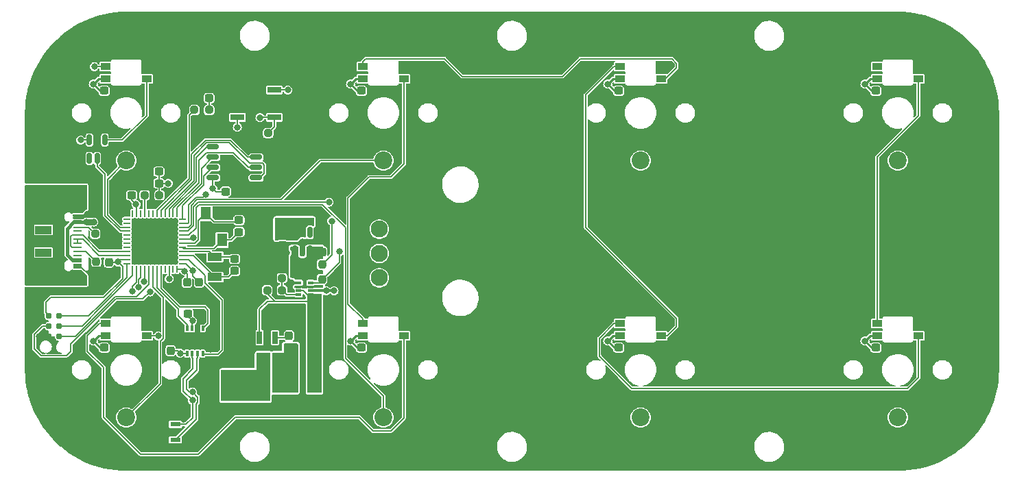
<source format=gtl>
G04 #@! TF.GenerationSoftware,KiCad,Pcbnew,(7.0.0)*
G04 #@! TF.CreationDate,2023-09-26T17:08:46-04:00*
G04 #@! TF.ProjectId,Switch Panel Rev 1,53776974-6368-4205-9061-6e656c205265,rev?*
G04 #@! TF.SameCoordinates,Original*
G04 #@! TF.FileFunction,Copper,L1,Top*
G04 #@! TF.FilePolarity,Positive*
%FSLAX46Y46*%
G04 Gerber Fmt 4.6, Leading zero omitted, Abs format (unit mm)*
G04 Created by KiCad (PCBNEW (7.0.0)) date 2023-09-26 17:08:46*
%MOMM*%
%LPD*%
G01*
G04 APERTURE LIST*
G04 Aperture macros list*
%AMRoundRect*
0 Rectangle with rounded corners*
0 $1 Rounding radius*
0 $2 $3 $4 $5 $6 $7 $8 $9 X,Y pos of 4 corners*
0 Add a 4 corners polygon primitive as box body*
4,1,4,$2,$3,$4,$5,$6,$7,$8,$9,$2,$3,0*
0 Add four circle primitives for the rounded corners*
1,1,$1+$1,$2,$3*
1,1,$1+$1,$4,$5*
1,1,$1+$1,$6,$7*
1,1,$1+$1,$8,$9*
0 Add four rect primitives between the rounded corners*
20,1,$1+$1,$2,$3,$4,$5,0*
20,1,$1+$1,$4,$5,$6,$7,0*
20,1,$1+$1,$6,$7,$8,$9,0*
20,1,$1+$1,$8,$9,$2,$3,0*%
G04 Aperture macros list end*
G04 #@! TA.AperFunction,SMDPad,CuDef*
%ADD10RoundRect,0.150000X0.625000X0.150000X-0.625000X0.150000X-0.625000X-0.150000X0.625000X-0.150000X0*%
G04 #@! TD*
G04 #@! TA.AperFunction,SMDPad,CuDef*
%ADD11R,1.700000X0.800000*%
G04 #@! TD*
G04 #@! TA.AperFunction,SMDPad,CuDef*
%ADD12RoundRect,0.237500X-0.250000X-0.237500X0.250000X-0.237500X0.250000X0.237500X-0.250000X0.237500X0*%
G04 #@! TD*
G04 #@! TA.AperFunction,SMDPad,CuDef*
%ADD13RoundRect,0.237500X-0.300000X-0.237500X0.300000X-0.237500X0.300000X0.237500X-0.300000X0.237500X0*%
G04 #@! TD*
G04 #@! TA.AperFunction,SMDPad,CuDef*
%ADD14R,0.650000X1.560000*%
G04 #@! TD*
G04 #@! TA.AperFunction,SMDPad,CuDef*
%ADD15R,2.000000X1.000000*%
G04 #@! TD*
G04 #@! TA.AperFunction,SMDPad,CuDef*
%ADD16R,1.000000X0.520000*%
G04 #@! TD*
G04 #@! TA.AperFunction,SMDPad,CuDef*
%ADD17R,1.000000X0.270000*%
G04 #@! TD*
G04 #@! TA.AperFunction,ComponentPad*
%ADD18O,2.300000X1.300000*%
G04 #@! TD*
G04 #@! TA.AperFunction,ComponentPad*
%ADD19O,2.600000X1.300000*%
G04 #@! TD*
G04 #@! TA.AperFunction,SMDPad,CuDef*
%ADD20RoundRect,0.250000X0.337500X0.475000X-0.337500X0.475000X-0.337500X-0.475000X0.337500X-0.475000X0*%
G04 #@! TD*
G04 #@! TA.AperFunction,SMDPad,CuDef*
%ADD21RoundRect,0.237500X-0.237500X0.300000X-0.237500X-0.300000X0.237500X-0.300000X0.237500X0.300000X0*%
G04 #@! TD*
G04 #@! TA.AperFunction,SMDPad,CuDef*
%ADD22RoundRect,0.237500X0.237500X-0.300000X0.237500X0.300000X-0.237500X0.300000X-0.237500X-0.300000X0*%
G04 #@! TD*
G04 #@! TA.AperFunction,SMDPad,CuDef*
%ADD23R,1.300000X1.600000*%
G04 #@! TD*
G04 #@! TA.AperFunction,SMDPad,CuDef*
%ADD24RoundRect,0.237500X-0.237500X0.250000X-0.237500X-0.250000X0.237500X-0.250000X0.237500X0.250000X0*%
G04 #@! TD*
G04 #@! TA.AperFunction,SMDPad,CuDef*
%ADD25RoundRect,0.150000X0.150000X-0.512500X0.150000X0.512500X-0.150000X0.512500X-0.150000X-0.512500X0*%
G04 #@! TD*
G04 #@! TA.AperFunction,SMDPad,CuDef*
%ADD26RoundRect,0.237500X0.300000X0.237500X-0.300000X0.237500X-0.300000X-0.237500X0.300000X-0.237500X0*%
G04 #@! TD*
G04 #@! TA.AperFunction,SMDPad,CuDef*
%ADD27RoundRect,0.237500X0.250000X0.237500X-0.250000X0.237500X-0.250000X-0.237500X0.250000X-0.237500X0*%
G04 #@! TD*
G04 #@! TA.AperFunction,SMDPad,CuDef*
%ADD28RoundRect,0.012800X-0.317200X-0.147200X0.317200X-0.147200X0.317200X0.147200X-0.317200X0.147200X0*%
G04 #@! TD*
G04 #@! TA.AperFunction,ComponentPad*
%ADD29C,2.100000*%
G04 #@! TD*
G04 #@! TA.AperFunction,ConnectorPad*
%ADD30C,0.787400*%
G04 #@! TD*
G04 #@! TA.AperFunction,SMDPad,CuDef*
%ADD31RoundRect,0.062500X0.375000X0.062500X-0.375000X0.062500X-0.375000X-0.062500X0.375000X-0.062500X0*%
G04 #@! TD*
G04 #@! TA.AperFunction,SMDPad,CuDef*
%ADD32RoundRect,0.062500X0.062500X0.375000X-0.062500X0.375000X-0.062500X-0.375000X0.062500X-0.375000X0*%
G04 #@! TD*
G04 #@! TA.AperFunction,ComponentPad*
%ADD33C,0.500000*%
G04 #@! TD*
G04 #@! TA.AperFunction,SMDPad,CuDef*
%ADD34R,5.600000X5.600000*%
G04 #@! TD*
G04 #@! TA.AperFunction,SMDPad,CuDef*
%ADD35R,1.300000X0.600000*%
G04 #@! TD*
G04 #@! TA.AperFunction,SMDPad,CuDef*
%ADD36R,0.350000X0.650000*%
G04 #@! TD*
G04 #@! TA.AperFunction,SMDPad,CuDef*
%ADD37R,2.400000X1.550000*%
G04 #@! TD*
G04 #@! TA.AperFunction,SMDPad,CuDef*
%ADD38R,1.200000X3.300000*%
G04 #@! TD*
G04 #@! TA.AperFunction,SMDPad,CuDef*
%ADD39RoundRect,0.237500X-0.287500X-0.237500X0.287500X-0.237500X0.287500X0.237500X-0.287500X0.237500X0*%
G04 #@! TD*
G04 #@! TA.AperFunction,SMDPad,CuDef*
%ADD40R,1.800000X1.000000*%
G04 #@! TD*
G04 #@! TA.AperFunction,SMDPad,CuDef*
%ADD41R,1.200000X0.900000*%
G04 #@! TD*
G04 #@! TA.AperFunction,ComponentPad*
%ADD42C,2.200000*%
G04 #@! TD*
G04 #@! TA.AperFunction,ViaPad*
%ADD43C,0.800000*%
G04 #@! TD*
G04 #@! TA.AperFunction,ViaPad*
%ADD44C,1.270000*%
G04 #@! TD*
G04 #@! TA.AperFunction,Conductor*
%ADD45C,0.152400*%
G04 #@! TD*
G04 #@! TA.AperFunction,Conductor*
%ADD46C,0.250000*%
G04 #@! TD*
G04 #@! TA.AperFunction,Conductor*
%ADD47C,0.203200*%
G04 #@! TD*
G04 #@! TA.AperFunction,Conductor*
%ADD48C,0.508000*%
G04 #@! TD*
G04 #@! TA.AperFunction,Conductor*
%ADD49C,0.200000*%
G04 #@! TD*
G04 #@! TA.AperFunction,Conductor*
%ADD50C,0.304800*%
G04 #@! TD*
G04 #@! TA.AperFunction,Conductor*
%ADD51C,0.381000*%
G04 #@! TD*
G04 #@! TA.AperFunction,Conductor*
%ADD52C,0.762000*%
G04 #@! TD*
G04 APERTURE END LIST*
D10*
X66835400Y-58826400D03*
X66835400Y-57556400D03*
X66835400Y-56286400D03*
X66835400Y-55016400D03*
X61485400Y-55016400D03*
X61485400Y-56286400D03*
X61485400Y-57556400D03*
X61485400Y-58826400D03*
D11*
X69087999Y-51356999D03*
X69087999Y-47956999D03*
D12*
X46966500Y-65735200D03*
X48791500Y-65735200D03*
D13*
X111584400Y-79806800D03*
X113309400Y-79806800D03*
D14*
X69157599Y-78583999D03*
X68207599Y-78583999D03*
X67257599Y-78583999D03*
X67257599Y-81283999D03*
X68207599Y-81283999D03*
X69157599Y-81283999D03*
D15*
X40589199Y-65274999D03*
X40589199Y-68074999D03*
D16*
X44789199Y-63574999D03*
X44789199Y-64324999D03*
D17*
X44789199Y-64924999D03*
X44789199Y-66424999D03*
X44789199Y-67424999D03*
X44789199Y-68424999D03*
D16*
X44789199Y-69024999D03*
X44789199Y-69774999D03*
X44789199Y-69774999D03*
X44789199Y-69024999D03*
D17*
X44789199Y-67924999D03*
X44789199Y-66924999D03*
X44789199Y-65924999D03*
X44789199Y-65424999D03*
D16*
X44789199Y-64324999D03*
X44789199Y-63574999D03*
D18*
X44414199Y-62354999D03*
D19*
X40589199Y-62354999D03*
D18*
X44414199Y-70994999D03*
D19*
X40589199Y-70994999D03*
D20*
X63572300Y-83527800D03*
X61497300Y-83527800D03*
D21*
X70066800Y-65467300D03*
X70066800Y-67192300D03*
D22*
X58293000Y-73454600D03*
X58293000Y-71729600D03*
D23*
X62620399Y-66521599D03*
X62620399Y-63221599D03*
X60620399Y-63221599D03*
X60620399Y-66521599D03*
D13*
X53112500Y-58039000D03*
X54837500Y-58039000D03*
D22*
X70896200Y-80089100D03*
X70896200Y-78364100D03*
D20*
X74123700Y-76508800D03*
X72048700Y-76508800D03*
D24*
X47091600Y-69191500D03*
X47091600Y-71016500D03*
D25*
X71590800Y-67867300D03*
X72540800Y-67867300D03*
X73490800Y-67867300D03*
X73490800Y-65592300D03*
X71590800Y-65592300D03*
D26*
X65910800Y-70332600D03*
X64185800Y-70332600D03*
D27*
X54887500Y-60985400D03*
X53062500Y-60985400D03*
D12*
X59211200Y-50444400D03*
X61036200Y-50444400D03*
D20*
X63572300Y-85496400D03*
X61497300Y-85496400D03*
D13*
X48084400Y-48056800D03*
X49809400Y-48056800D03*
D12*
X68324500Y-53291000D03*
X70149500Y-53291000D03*
D13*
X49735400Y-60985400D03*
X51460400Y-60985400D03*
D27*
X70024300Y-71225600D03*
X68199300Y-71225600D03*
D28*
X72085200Y-71796400D03*
X72085200Y-72296400D03*
X72085200Y-72796400D03*
X72085200Y-73296400D03*
X73555200Y-73296400D03*
X73555200Y-72796400D03*
X73555200Y-72296400D03*
X73555200Y-71796400D03*
D29*
X82042000Y-71175000D03*
X82042000Y-68175000D03*
X82042000Y-65175000D03*
X82042000Y-62175000D03*
D30*
X41249600Y-75895200D03*
X42519600Y-75895200D03*
X41249600Y-77165200D03*
X42519600Y-77165200D03*
X41249600Y-78435200D03*
X42519600Y-78435200D03*
D13*
X53112500Y-59512200D03*
X54837500Y-59512200D03*
D26*
X66445300Y-65532000D03*
X64720300Y-65532000D03*
X66445300Y-64058800D03*
X64720300Y-64058800D03*
X65910800Y-68859400D03*
X64185800Y-68859400D03*
D13*
X79833300Y-79806800D03*
X81558300Y-79806800D03*
D22*
X74994400Y-67992300D03*
X74994400Y-66267300D03*
D13*
X63069300Y-60528200D03*
X64794300Y-60528200D03*
D31*
X57775600Y-69425000D03*
X57775600Y-68925000D03*
X57775600Y-68425000D03*
X57775600Y-67925000D03*
X57775600Y-67425000D03*
X57775600Y-66925000D03*
X57775600Y-66425000D03*
X57775600Y-65925000D03*
X57775600Y-65425000D03*
X57775600Y-64925000D03*
X57775600Y-64425000D03*
X57775600Y-63925000D03*
D32*
X57088100Y-63237500D03*
X56588100Y-63237500D03*
X56088100Y-63237500D03*
X55588100Y-63237500D03*
X55088100Y-63237500D03*
X54588100Y-63237500D03*
X54088100Y-63237500D03*
X53588100Y-63237500D03*
X53088100Y-63237500D03*
X52588100Y-63237500D03*
X52088100Y-63237500D03*
X51588100Y-63237500D03*
D31*
X50900600Y-63925000D03*
X50900600Y-64425000D03*
X50900600Y-64925000D03*
X50900600Y-65425000D03*
X50900600Y-65925000D03*
X50900600Y-66425000D03*
X50900600Y-66925000D03*
X50900600Y-67425000D03*
X50900600Y-67925000D03*
X50900600Y-68425000D03*
X50900600Y-68925000D03*
X50900600Y-69425000D03*
D32*
X51588100Y-70112500D03*
X52088100Y-70112500D03*
X52588100Y-70112500D03*
X53088100Y-70112500D03*
X53588100Y-70112500D03*
X54088100Y-70112500D03*
X54588100Y-70112500D03*
X55088100Y-70112500D03*
X55588100Y-70112500D03*
X56088100Y-70112500D03*
X56588100Y-70112500D03*
X57088100Y-70112500D03*
D33*
X56888100Y-69225000D03*
X56888100Y-67950000D03*
X56888100Y-66675000D03*
X56888100Y-65400000D03*
X56888100Y-64125000D03*
X55613100Y-69225000D03*
X55613100Y-67950000D03*
X55613100Y-66675000D03*
X55613100Y-65400000D03*
X55613100Y-64125000D03*
X54338100Y-69225000D03*
X54338100Y-67950000D03*
X54338100Y-66675000D03*
D34*
X54338099Y-66674999D03*
D33*
X54338100Y-65400000D03*
X54338100Y-64125000D03*
X53063100Y-69225000D03*
X53063100Y-67950000D03*
X53063100Y-66675000D03*
X53063100Y-65400000D03*
X53063100Y-64125000D03*
X51788100Y-69225000D03*
X51788100Y-67950000D03*
X51788100Y-66675000D03*
X51788100Y-65400000D03*
X51788100Y-64125000D03*
D22*
X59791600Y-73454600D03*
X59791600Y-71729600D03*
D13*
X143334400Y-48056800D03*
X145059400Y-48056800D03*
D35*
X56870599Y-91206399D03*
X56870599Y-89306399D03*
X54770599Y-90256399D03*
D13*
X143334400Y-79806800D03*
X145059400Y-79806800D03*
D12*
X45165000Y-60452000D03*
X46990000Y-60452000D03*
D11*
X64537999Y-51356999D03*
X64537999Y-47956999D03*
D36*
X60248799Y-77444599D03*
X59598799Y-77444599D03*
X58948799Y-77444599D03*
X58298799Y-77444599D03*
X58298799Y-80544599D03*
X58948799Y-80544599D03*
X59598799Y-80544599D03*
X60248799Y-80544599D03*
D37*
X59273799Y-78994599D03*
D13*
X58421100Y-75615800D03*
X60146100Y-75615800D03*
D38*
X71016199Y-83188999D03*
X74116199Y-83188999D03*
D22*
X48666400Y-70966500D03*
X48666400Y-69241500D03*
D39*
X59271200Y-48971200D03*
X61021200Y-48971200D03*
D13*
X79832200Y-48056800D03*
X81557200Y-48056800D03*
D25*
X46253400Y-56438800D03*
X47203400Y-56438800D03*
X48153400Y-56438800D03*
X48153400Y-54163800D03*
X46253400Y-54163800D03*
D13*
X111584400Y-48056800D03*
X113309400Y-48056800D03*
D12*
X68199300Y-72724200D03*
X70024300Y-72724200D03*
D22*
X56286400Y-80186700D03*
X56286400Y-78461700D03*
D40*
X61747399Y-68599999D03*
X61747399Y-71099999D03*
D13*
X48084400Y-79806800D03*
X49809400Y-79806800D03*
D24*
X75004600Y-69553000D03*
X75004600Y-71378000D03*
D41*
X80009999Y-46596999D03*
X80009999Y-45096999D03*
X85089999Y-45096999D03*
X85089999Y-46596999D03*
D42*
X82550000Y-56700000D03*
X87550000Y-54600000D03*
D41*
X111759999Y-78346999D03*
X111759999Y-76846999D03*
X116839999Y-76846999D03*
X116839999Y-78346999D03*
D42*
X114300000Y-88450000D03*
X119300000Y-86350000D03*
D41*
X143509999Y-46596999D03*
X143509999Y-45096999D03*
X148589999Y-45096999D03*
X148589999Y-46596999D03*
D42*
X146050000Y-56700000D03*
X151050000Y-54600000D03*
D41*
X143509999Y-78346999D03*
X143509999Y-76846999D03*
X148589999Y-76846999D03*
X148589999Y-78346999D03*
D42*
X146050000Y-88450000D03*
X151050000Y-86350000D03*
D41*
X111759999Y-46596999D03*
X111759999Y-45096999D03*
X116839999Y-45096999D03*
X116839999Y-46596999D03*
D42*
X114300000Y-56700000D03*
X119300000Y-54600000D03*
D41*
X48259999Y-46596999D03*
X48259999Y-45096999D03*
X53339999Y-45096999D03*
X53339999Y-46596999D03*
D42*
X50800000Y-56700000D03*
X55800000Y-54600000D03*
D41*
X48259999Y-78346999D03*
X48259999Y-76846999D03*
X53339999Y-76846999D03*
X53339999Y-78346999D03*
D42*
X50800000Y-88450000D03*
X55800000Y-86350000D03*
D41*
X80009999Y-78346999D03*
X80009999Y-76846999D03*
X85089999Y-76846999D03*
X85089999Y-78346999D03*
D42*
X82550000Y-88450000D03*
X87550000Y-86350000D03*
D43*
X61214000Y-77978000D03*
X114554000Y-48006000D03*
X118110000Y-76708000D03*
X54559200Y-76835000D03*
X69670600Y-75696000D03*
X65913000Y-67665600D03*
X68781600Y-87380000D03*
X64590600Y-81284000D03*
X46990000Y-59410600D03*
X60858400Y-73456800D03*
X70051600Y-87380000D03*
X48666400Y-57734200D03*
X64590600Y-78744000D03*
X51917600Y-59512200D03*
X146304000Y-79756000D03*
X68400600Y-75696000D03*
X57277000Y-77343000D03*
X61010800Y-65074800D03*
X75004600Y-65256600D03*
X51054000Y-48006000D03*
X64541400Y-49072800D03*
X64795400Y-59359800D03*
X61493400Y-81991200D03*
X57277000Y-78359000D03*
X67511600Y-87380000D03*
X57277000Y-79375000D03*
X146304000Y-48006000D03*
X64008000Y-62763400D03*
X64590600Y-80014000D03*
X51054000Y-79756000D03*
X45999400Y-63322200D03*
X61214000Y-80010000D03*
X114554000Y-79756000D03*
X49733200Y-59740800D03*
X82804000Y-79756000D03*
X71526400Y-53340000D03*
X49707800Y-70434200D03*
X65860600Y-81284000D03*
X66446400Y-62915800D03*
X48793400Y-66802000D03*
X69670600Y-76966000D03*
X57886600Y-48971200D03*
X65379600Y-55016400D03*
X54610000Y-44958000D03*
X65860600Y-78744000D03*
X65860600Y-80014000D03*
X86360000Y-76708000D03*
X82804000Y-48006000D03*
X61214000Y-78994000D03*
X71169200Y-71784400D03*
X72540800Y-66729800D03*
X40081200Y-78435200D03*
X149860000Y-76708000D03*
X118110000Y-44958000D03*
X71321600Y-87380000D03*
X86360000Y-44958000D03*
X149860000Y-44958000D03*
X53441600Y-90246200D03*
X68400600Y-76966000D03*
X70585000Y-68101400D03*
X59929060Y-76560698D03*
X76173000Y-64161200D03*
X61493400Y-60172600D03*
X49784000Y-69215000D03*
X55981600Y-59512200D03*
X70686600Y-64266000D03*
X58013600Y-70358000D03*
X69670600Y-64266000D03*
X72718600Y-64266000D03*
X59029600Y-70332600D03*
X52019200Y-62128400D03*
X71702600Y-64266000D03*
X70739000Y-47980600D03*
X57454800Y-80518000D03*
D44*
X65352600Y-83570000D03*
X67384600Y-83570000D03*
D43*
X141986000Y-47244000D03*
X71956600Y-70743000D03*
X45186600Y-54152800D03*
X72845600Y-70743000D03*
X110236000Y-78994000D03*
X73734600Y-70743000D03*
X58978800Y-76504800D03*
X110236000Y-47244000D03*
X141986000Y-78994000D03*
X78486000Y-47244000D03*
X46736000Y-78994000D03*
X46736000Y-47244000D03*
X78486000Y-78994000D03*
X58978800Y-86326200D03*
X58978800Y-85276200D03*
X64516000Y-52578000D03*
X53721000Y-72923400D03*
X59055366Y-66268966D03*
X75488800Y-72796400D03*
X45915442Y-64296900D03*
X76454000Y-72796400D03*
X46786800Y-64287400D03*
X56108600Y-71297800D03*
X67310000Y-51384200D03*
X60629800Y-60897100D03*
X77089000Y-67970400D03*
X46863000Y-45085000D03*
X54737000Y-78384400D03*
X75819000Y-61830000D03*
X51548539Y-72879500D03*
X52339480Y-72349852D03*
X52960000Y-71628000D03*
D45*
X60146100Y-75615800D02*
X60146100Y-76343658D01*
X54547200Y-76847000D02*
X54559200Y-76835000D01*
X64794300Y-59360900D02*
X64795400Y-59359800D01*
D46*
X145059400Y-48056800D02*
X146253200Y-48056800D01*
X117971000Y-76847000D02*
X118110000Y-76708000D01*
D45*
X65910800Y-67667800D02*
X65913000Y-67665600D01*
X46990000Y-60452000D02*
X46990000Y-59410600D01*
X54770600Y-90256400D02*
X53451800Y-90256400D01*
D46*
X82753200Y-79806800D02*
X82804000Y-79756000D01*
D45*
X48791500Y-65735200D02*
X48791500Y-66800100D01*
X45746600Y-63575000D02*
X45999400Y-63322200D01*
X53112500Y-59512200D02*
X51917600Y-59512200D01*
X59273800Y-78994600D02*
X57657400Y-78994600D01*
D46*
X149721000Y-45097000D02*
X149860000Y-44958000D01*
D45*
X48791500Y-66800100D02*
X48793400Y-66802000D01*
D47*
X74994400Y-66267300D02*
X74994400Y-65266800D01*
D45*
X59598800Y-76890958D02*
X59929060Y-76560698D01*
D46*
X148590000Y-76847000D02*
X149721000Y-76847000D01*
D45*
X70149500Y-53291000D02*
X71477400Y-53291000D01*
X53451800Y-90256400D02*
X53441600Y-90246200D01*
X66445300Y-65532000D02*
X66445300Y-64058800D01*
D46*
X113309400Y-48056800D02*
X114503200Y-48056800D01*
D47*
X72085200Y-71796400D02*
X71181200Y-71796400D01*
D45*
X66445300Y-62916900D02*
X66446400Y-62915800D01*
X61497300Y-85496400D02*
X61497300Y-83527800D01*
D46*
X149721000Y-76847000D02*
X149860000Y-76708000D01*
D45*
X61497300Y-83527800D02*
X61497300Y-81995100D01*
D46*
X85090000Y-76847000D02*
X86221000Y-76847000D01*
D45*
X60620400Y-65465200D02*
X61010800Y-65074800D01*
X60856200Y-73454600D02*
X60858400Y-73456800D01*
D46*
X81557200Y-48056800D02*
X82753200Y-48056800D01*
D45*
X65910800Y-68859400D02*
X65910800Y-67667800D01*
X49735400Y-60985400D02*
X49735400Y-59743000D01*
D46*
X148590000Y-45097000D02*
X149721000Y-45097000D01*
D45*
X57174300Y-78461700D02*
X57277000Y-78359000D01*
X44789200Y-69775000D02*
X45137000Y-69775000D01*
X53340000Y-76847000D02*
X54547200Y-76847000D01*
X71477400Y-53291000D02*
X71526400Y-53340000D01*
D46*
X145059400Y-79806800D02*
X146253200Y-79806800D01*
D47*
X70066800Y-67583200D02*
X70585000Y-68101400D01*
D46*
X54471000Y-45097000D02*
X54610000Y-44958000D01*
X53340000Y-45097000D02*
X54471000Y-45097000D01*
D45*
X53112500Y-59512200D02*
X53112500Y-58039000D01*
X65910800Y-70332600D02*
X65910800Y-68859400D01*
X46378500Y-71016500D02*
X47091600Y-71016500D01*
X41249600Y-78435200D02*
X40081200Y-78435200D01*
D48*
X72540800Y-67867300D02*
X72540800Y-66729800D01*
D45*
X64538000Y-47957000D02*
X64538000Y-49069400D01*
D46*
X116840000Y-76847000D02*
X117971000Y-76847000D01*
D45*
X63549800Y-63221600D02*
X64008000Y-62763400D01*
X60620400Y-66521600D02*
X60620400Y-65465200D01*
D46*
X81558300Y-79806800D02*
X82753200Y-79806800D01*
D47*
X70066800Y-67192300D02*
X70066800Y-67583200D01*
D45*
X62620400Y-63221600D02*
X63549800Y-63221600D01*
X56286400Y-78461700D02*
X57174300Y-78461700D01*
X61497300Y-81995100D02*
X61493400Y-81991200D01*
X49707800Y-70434200D02*
X49175500Y-70966500D01*
X64794300Y-60528200D02*
X64794300Y-59360900D01*
D46*
X49809400Y-48056800D02*
X51003200Y-48056800D01*
D45*
X66835400Y-55016400D02*
X65379600Y-55016400D01*
X45137000Y-69775000D02*
X46378500Y-71016500D01*
X49735400Y-59743000D02*
X49733200Y-59740800D01*
X47091600Y-71016500D02*
X48616400Y-71016500D01*
D47*
X74994400Y-65266800D02*
X75004600Y-65256600D01*
D46*
X86221000Y-45097000D02*
X86360000Y-44958000D01*
D45*
X58293000Y-73454600D02*
X59791600Y-73454600D01*
X64538000Y-49069400D02*
X64541400Y-49072800D01*
D46*
X146253200Y-48056800D02*
X146304000Y-48006000D01*
D45*
X48153400Y-56438800D02*
X48153400Y-57221200D01*
X60146100Y-76343658D02*
X59929060Y-76560698D01*
X57657400Y-78994600D02*
X57277000Y-79375000D01*
D46*
X117971000Y-45097000D02*
X118110000Y-44958000D01*
X116840000Y-45097000D02*
X117971000Y-45097000D01*
X86221000Y-76847000D02*
X86360000Y-76708000D01*
D45*
X48616400Y-71016500D02*
X48666400Y-70966500D01*
X48153400Y-57221200D02*
X48666400Y-57734200D01*
D46*
X146253200Y-79806800D02*
X146304000Y-79756000D01*
D45*
X59791600Y-73454600D02*
X60856200Y-73454600D01*
D46*
X82753200Y-48056800D02*
X82804000Y-48006000D01*
D45*
X66445300Y-64058800D02*
X66445300Y-62916900D01*
D46*
X85090000Y-45097000D02*
X86221000Y-45097000D01*
X113309400Y-79806800D02*
X114503200Y-79806800D01*
X114503200Y-79806800D02*
X114554000Y-79756000D01*
D45*
X59598800Y-77444600D02*
X59598800Y-76890958D01*
D46*
X51003200Y-48056800D02*
X51054000Y-48006000D01*
D45*
X59271200Y-48971200D02*
X57886600Y-48971200D01*
D46*
X114503200Y-48056800D02*
X114554000Y-48006000D01*
D45*
X49175500Y-70966500D02*
X48666400Y-70966500D01*
D46*
X51003200Y-79806800D02*
X51054000Y-79756000D01*
X49809400Y-79806800D02*
X51003200Y-79806800D01*
D45*
X44789200Y-63575000D02*
X45746600Y-63575000D01*
D47*
X71181200Y-71796400D02*
X71169200Y-71784400D01*
D45*
X62620400Y-66521600D02*
X63730700Y-66521600D01*
X57775600Y-67425000D02*
X57900800Y-67550200D01*
X63730700Y-66521600D02*
X64720300Y-65532000D01*
X57900800Y-67550200D02*
X61591800Y-67550200D01*
X61591800Y-67550200D02*
X62620400Y-66521600D01*
X64528900Y-64250200D02*
X64720300Y-64058800D01*
X61649000Y-64250200D02*
X64528900Y-64250200D01*
X60620400Y-63221600D02*
X61649000Y-64250200D01*
X57775600Y-66925000D02*
X59287600Y-66925000D01*
X59287600Y-66925000D02*
X59713316Y-66499284D01*
X59713316Y-64128684D02*
X60620400Y-63221600D01*
X59713316Y-66499284D02*
X59713316Y-64128684D01*
X59072400Y-68425000D02*
X61747400Y-71100000D01*
X61747400Y-71100000D02*
X63418400Y-71100000D01*
X57775600Y-68425000D02*
X59072400Y-68425000D01*
X63418400Y-71100000D02*
X64185800Y-70332600D01*
X63926400Y-68600000D02*
X64185800Y-68859400D01*
X57775600Y-67925000D02*
X61072400Y-67925000D01*
X61072400Y-67925000D02*
X61747400Y-68600000D01*
X61747400Y-68600000D02*
X63926400Y-68600000D01*
X40855901Y-75501501D02*
X40855901Y-74231499D01*
X58293000Y-70637400D02*
X58013600Y-70358000D01*
X41249600Y-75895200D02*
X40855901Y-75501501D01*
X59791600Y-71729600D02*
X59029600Y-70967600D01*
X58122000Y-69425000D02*
X59029600Y-70332600D01*
X57768100Y-70112500D02*
X58013600Y-70358000D01*
X50336400Y-71304948D02*
X50336400Y-69767400D01*
X61485400Y-58826400D02*
X61485400Y-60164600D01*
X52088100Y-62197300D02*
X52019200Y-62128400D01*
X52088100Y-63237500D02*
X52088100Y-62197300D01*
X57123500Y-80186700D02*
X57454800Y-80518000D01*
X58293000Y-71729600D02*
X58293000Y-70637400D01*
X69088000Y-47957000D02*
X70715400Y-47957000D01*
X40855901Y-74231499D02*
X41478200Y-73609200D01*
X57481400Y-80544600D02*
X57454800Y-80518000D01*
D47*
X76173000Y-68384600D02*
X75004600Y-69553000D01*
D45*
X49757500Y-69241500D02*
X49784000Y-69215000D01*
X51460400Y-60985400D02*
X51460400Y-61569600D01*
X48032148Y-73609200D02*
X50336400Y-71304948D01*
X50336400Y-69767400D02*
X49784000Y-69215000D01*
X63069300Y-60528200D02*
X61849000Y-60528200D01*
X50900600Y-68925000D02*
X50074000Y-68925000D01*
X51460400Y-61569600D02*
X52019200Y-62128400D01*
X50074000Y-68925000D02*
X49784000Y-69215000D01*
X54837500Y-59512200D02*
X54837500Y-58039000D01*
X54837500Y-59512200D02*
X55981600Y-59512200D01*
X48666400Y-69241500D02*
X49757500Y-69241500D01*
X41478200Y-73609200D02*
X48032148Y-73609200D01*
D47*
X76173000Y-64161200D02*
X76173000Y-68384600D01*
D45*
X58298800Y-80544600D02*
X57481400Y-80544600D01*
X54887500Y-60985400D02*
X54887500Y-59562200D01*
X70715400Y-47957000D02*
X70739000Y-47980600D01*
X61849000Y-60528200D02*
X61493400Y-60172600D01*
X57088100Y-70112500D02*
X57768100Y-70112500D01*
X57775600Y-69425000D02*
X58122000Y-69425000D01*
X59029600Y-70967600D02*
X59029600Y-70332600D01*
X56286400Y-80186700D02*
X57123500Y-80186700D01*
X54887500Y-59562200D02*
X54837500Y-59512200D01*
X61485400Y-60164600D02*
X61493400Y-60172600D01*
D47*
X69157600Y-78584000D02*
X70676300Y-78584000D01*
X70676300Y-78584000D02*
X70896200Y-78364100D01*
X68199300Y-73157900D02*
X69137200Y-74095800D01*
X72085200Y-72796400D02*
X72641646Y-72796400D01*
X69137200Y-74095800D02*
X74039400Y-74095800D01*
X68199300Y-72724200D02*
X68199300Y-73157900D01*
X67257600Y-75035600D02*
X68197400Y-74095800D01*
X73141646Y-73296400D02*
X73555200Y-73296400D01*
X68197400Y-74095800D02*
X69137200Y-74095800D01*
X67257600Y-78584000D02*
X67257600Y-75035600D01*
X72641646Y-72796400D02*
X73141646Y-73296400D01*
D46*
X79133000Y-78347000D02*
X78486000Y-78994000D01*
X110883000Y-46597000D02*
X110236000Y-47244000D01*
X79832200Y-48056800D02*
X79298800Y-48056800D01*
X142798800Y-79806800D02*
X141986000Y-78994000D01*
X47383000Y-78347000D02*
X46736000Y-78994000D01*
X47383000Y-46597000D02*
X46736000Y-47244000D01*
X111760000Y-46597000D02*
X110883000Y-46597000D01*
X79833300Y-79806800D02*
X79298800Y-79806800D01*
X111048800Y-79806800D02*
X110236000Y-78994000D01*
X110883000Y-78347000D02*
X110236000Y-78994000D01*
X142633000Y-46597000D02*
X141986000Y-47244000D01*
D45*
X58948800Y-76534800D02*
X58978800Y-76504800D01*
D46*
X143510000Y-46597000D02*
X142633000Y-46597000D01*
X143510000Y-78347000D02*
X142633000Y-78347000D01*
X47548800Y-79806800D02*
X46736000Y-78994000D01*
X48084400Y-79806800D02*
X47548800Y-79806800D01*
X143334400Y-79806800D02*
X142798800Y-79806800D01*
X79133000Y-46597000D02*
X78486000Y-47244000D01*
X142633000Y-78347000D02*
X141986000Y-78994000D01*
X48260000Y-46597000D02*
X47383000Y-46597000D01*
X111584400Y-79806800D02*
X111048800Y-79806800D01*
X79298800Y-48056800D02*
X78486000Y-47244000D01*
X48260000Y-78347000D02*
X47383000Y-78347000D01*
D45*
X45197600Y-54163800D02*
X45186600Y-54152800D01*
D46*
X47548800Y-48056800D02*
X46736000Y-47244000D01*
D45*
X58948800Y-77444600D02*
X58948800Y-76534800D01*
X58421100Y-75615800D02*
X58421100Y-75947100D01*
D46*
X111584400Y-48056800D02*
X111048800Y-48056800D01*
X142798800Y-48056800D02*
X141986000Y-47244000D01*
X80010000Y-78347000D02*
X79133000Y-78347000D01*
D45*
X58421100Y-75947100D02*
X58978800Y-76504800D01*
D46*
X111760000Y-78347000D02*
X110883000Y-78347000D01*
D45*
X46253400Y-54163800D02*
X45197600Y-54163800D01*
D46*
X79298800Y-79806800D02*
X78486000Y-78994000D01*
X143334400Y-48056800D02*
X142798800Y-48056800D01*
X48084400Y-48056800D02*
X47548800Y-48056800D01*
X80010000Y-46597000D02*
X79133000Y-46597000D01*
X111048800Y-48056800D02*
X110236000Y-47244000D01*
D45*
X61036200Y-48986200D02*
X61021200Y-48971200D01*
X61036200Y-50444400D02*
X61036200Y-48986200D01*
D49*
X59048800Y-81132101D02*
X58948800Y-81032101D01*
X58978800Y-86326200D02*
X58978800Y-88461803D01*
X57814000Y-85161400D02*
X57814000Y-83650600D01*
X59048800Y-82415800D02*
X59048800Y-81132101D01*
X58134203Y-89306400D02*
X56870600Y-89306400D01*
X58948800Y-81032101D02*
X58948800Y-80544600D01*
X57814000Y-83650600D02*
X59048800Y-82415800D01*
X58978800Y-88461803D02*
X58134203Y-89306400D01*
X58978800Y-86326200D02*
X57814000Y-85161400D01*
X59631200Y-86596433D02*
X59428800Y-86798833D01*
X59598800Y-81032101D02*
X59598800Y-80544600D01*
X58565197Y-85276200D02*
X58264000Y-84975003D01*
X58978800Y-85276200D02*
X59631200Y-85928600D01*
X58978800Y-85276200D02*
X58565197Y-85276200D01*
X59631200Y-85928600D02*
X59631200Y-86596433D01*
X59498800Y-81132101D02*
X59598800Y-81032101D01*
X58264000Y-84975003D02*
X58264000Y-83837000D01*
X59428800Y-86798833D02*
X59428800Y-88648200D01*
X59498800Y-82602200D02*
X59498800Y-81132101D01*
X59428800Y-88648200D02*
X56870600Y-91206400D01*
X58264000Y-83837000D02*
X59498800Y-82602200D01*
D45*
X53088100Y-61011000D02*
X53062500Y-60985400D01*
X53088100Y-63237500D02*
X53088100Y-61011000D01*
X42519600Y-75895200D02*
X46178696Y-75895200D01*
X47626496Y-74445904D02*
X50900600Y-71171800D01*
X47626496Y-74447400D02*
X47626496Y-74445904D01*
X50900600Y-71171800D02*
X50900600Y-69425000D01*
X46178696Y-75895200D02*
X47626496Y-74447400D01*
X43408600Y-80822800D02*
X40284400Y-80822800D01*
X43967400Y-80264000D02*
X43408600Y-80822800D01*
X43967400Y-79399652D02*
X43967400Y-80264000D01*
X49553156Y-73812400D02*
X48540896Y-74824660D01*
X40462225Y-77165200D02*
X41249600Y-77165200D01*
X64538000Y-51357000D02*
X64538000Y-52556000D01*
X48540896Y-74824660D02*
X48540896Y-74826156D01*
X39452600Y-79991000D02*
X39452600Y-78174825D01*
X48540896Y-74826156D02*
X43967400Y-79399652D01*
X58899332Y-66425000D02*
X57775600Y-66425000D01*
X40284400Y-80822800D02*
X39452600Y-79991000D01*
X59055366Y-66268966D02*
X58899332Y-66425000D01*
X53721000Y-72923400D02*
X52832000Y-73812400D01*
X52832000Y-73812400D02*
X49553156Y-73812400D01*
X64538000Y-52556000D02*
X64516000Y-52578000D01*
X39452600Y-78174825D02*
X40462225Y-77165200D01*
X47931296Y-74572156D02*
X51588100Y-70915352D01*
X42519600Y-77165200D02*
X45339748Y-77165200D01*
X51588100Y-70915352D02*
X51588100Y-70112500D01*
X45339748Y-77165200D02*
X47931296Y-74573652D01*
X47931296Y-74573652D02*
X47931296Y-74572156D01*
X44500800Y-78435200D02*
X48236096Y-74699904D01*
X49426904Y-73507600D02*
X52070000Y-73507600D01*
X42519600Y-78435200D02*
X44500800Y-78435200D01*
X48236096Y-74698408D02*
X49426904Y-73507600D01*
X53588100Y-71989500D02*
X53588100Y-70112500D01*
X52070000Y-73507600D02*
X53588100Y-71989500D01*
X48236096Y-74699904D02*
X48236096Y-74698408D01*
D50*
X73555200Y-72796400D02*
X76454000Y-72796400D01*
X74467200Y-72796400D02*
X75488800Y-72796400D01*
D51*
X44267300Y-64325000D02*
X44789200Y-64325000D01*
D50*
X46777300Y-64296900D02*
X46786800Y-64287400D01*
D52*
X45915442Y-64296900D02*
X46777300Y-64296900D01*
D51*
X43499100Y-68312675D02*
X43499100Y-65093200D01*
D50*
X73555200Y-72796400D02*
X74467200Y-72796400D01*
D51*
X45887342Y-64325000D02*
X45915442Y-64296900D01*
X43499100Y-65093200D02*
X44267300Y-64325000D01*
X44789200Y-64325000D02*
X45887342Y-64325000D01*
X44789200Y-69025000D02*
X44211425Y-69025000D01*
X44211425Y-69025000D02*
X43499100Y-68312675D01*
D45*
X46156300Y-64925000D02*
X46966500Y-65735200D01*
X44789200Y-64925000D02*
X46156300Y-64925000D01*
D49*
X47430632Y-68425000D02*
X45430632Y-66425000D01*
X44789200Y-66425000D02*
X44789200Y-66925000D01*
X45430632Y-66425000D02*
X44789200Y-66425000D01*
X50900600Y-68425000D02*
X47430632Y-68425000D01*
X44089200Y-65925000D02*
X43942000Y-66072200D01*
X43942000Y-66072200D02*
X43942000Y-67277800D01*
X43942000Y-67277800D02*
X44089200Y-67425000D01*
X50900600Y-67925000D02*
X47429000Y-67925000D01*
X47429000Y-67925000D02*
X45429000Y-65925000D01*
X45429000Y-65925000D02*
X44789200Y-65925000D01*
X44089200Y-67425000D02*
X44789200Y-67425000D01*
X44789200Y-65925000D02*
X44089200Y-65925000D01*
D45*
X44789200Y-67925000D02*
X45825100Y-67925000D01*
X45825100Y-67925000D02*
X47091600Y-69191500D01*
X56088100Y-71277300D02*
X56108600Y-71297800D01*
X56088100Y-70112500D02*
X56088100Y-71277300D01*
X69088000Y-52527500D02*
X69088000Y-51357000D01*
X68324500Y-53291000D02*
X69088000Y-52527500D01*
X67337200Y-51357000D02*
X69088000Y-51357000D01*
X67310000Y-51384200D02*
X67337200Y-51357000D01*
D47*
X72085200Y-73296400D02*
X70596500Y-73296400D01*
X70024300Y-72724200D02*
X70024300Y-71225600D01*
X70596500Y-73296400D02*
X70024300Y-72724200D01*
D45*
X60306500Y-61220400D02*
X60629800Y-60897100D01*
D47*
X74586200Y-71796400D02*
X73555200Y-71796400D01*
D45*
X58434800Y-64425000D02*
X58494116Y-64365684D01*
X77089000Y-69293600D02*
X75004600Y-71378000D01*
X58494116Y-62814200D02*
X58494116Y-62147528D01*
X58494116Y-64365684D02*
X58494116Y-62814200D01*
X57775600Y-64425000D02*
X58434800Y-64425000D01*
X77089000Y-67970400D02*
X77089000Y-69293600D01*
X59421244Y-61220400D02*
X59772600Y-61220400D01*
X59772600Y-61220400D02*
X60306500Y-61220400D01*
D47*
X75004600Y-71378000D02*
X74586200Y-71796400D01*
D45*
X58494116Y-62147528D02*
X59421244Y-61220400D01*
X60495200Y-71798200D02*
X60495200Y-70909225D01*
X60248800Y-80544600D02*
X60342800Y-80638600D01*
X62109400Y-80638600D02*
X62611000Y-80137000D01*
X62611000Y-73914000D02*
X60495200Y-71798200D01*
X58510975Y-68925000D02*
X57775600Y-68925000D01*
X62611000Y-80137000D02*
X62611000Y-73914000D01*
X60495200Y-70909225D02*
X58510975Y-68925000D01*
X60342800Y-80638600D02*
X62109400Y-80638600D01*
X57775600Y-63925000D02*
X57775600Y-62289452D01*
X61444979Y-57556400D02*
X61485400Y-57556400D01*
X60375800Y-59689252D02*
X60375800Y-58625579D01*
X57775600Y-62289452D02*
X60375800Y-59689252D01*
X60375800Y-58625579D02*
X61444979Y-57556400D01*
X60071000Y-59563000D02*
X60071000Y-57660379D01*
X61444979Y-56286400D02*
X61485400Y-56286400D01*
X57088100Y-63237500D02*
X57088100Y-62545900D01*
X57088100Y-62545900D02*
X60071000Y-59563000D01*
X60071000Y-57660379D02*
X61444979Y-56286400D01*
X64038200Y-55757800D02*
X65836800Y-57556400D01*
X60703579Y-55757800D02*
X64038200Y-55757800D01*
X59766200Y-56695179D02*
X60703579Y-55757800D01*
X56588100Y-62614848D02*
X59766200Y-59436748D01*
X56588100Y-63237500D02*
X56588100Y-62614848D01*
X59766200Y-59436748D02*
X59766200Y-56695179D01*
X65836800Y-57556400D02*
X66835400Y-57556400D01*
X59461400Y-59310496D02*
X59461400Y-56311800D01*
X60756800Y-55016400D02*
X61485400Y-55016400D01*
X56088100Y-62683796D02*
X59461400Y-59310496D01*
X59461400Y-56311800D02*
X60756800Y-55016400D01*
X56088100Y-63237500D02*
X56088100Y-62683796D01*
X67839000Y-57249579D02*
X67839000Y-58272000D01*
X55588100Y-63237500D02*
X55588100Y-62752744D01*
X60703579Y-54487800D02*
X63513579Y-54487800D01*
X66053579Y-57027800D02*
X67617221Y-57027800D01*
X67284600Y-58826400D02*
X66835400Y-58826400D01*
X59156600Y-56034779D02*
X60703579Y-54487800D01*
X67617221Y-57027800D02*
X67839000Y-57249579D01*
X55588100Y-62752744D02*
X59156600Y-59184244D01*
X63513579Y-54487800D02*
X66053579Y-57027800D01*
X67839000Y-58272000D02*
X67284600Y-58826400D01*
X59156600Y-59184244D02*
X59156600Y-56034779D01*
X55088100Y-62821692D02*
X58851800Y-59057992D01*
X58851800Y-59057992D02*
X58851800Y-55908527D01*
X63639831Y-54183000D02*
X65743231Y-56286400D01*
X55088100Y-63237500D02*
X55088100Y-62821692D01*
X60577327Y-54183000D02*
X63639831Y-54183000D01*
X65743231Y-56286400D02*
X66835400Y-56286400D01*
X58851800Y-55908527D02*
X60577327Y-54183000D01*
X54588100Y-72418152D02*
X54588100Y-70112500D01*
X58298800Y-77018600D02*
X57200800Y-75920600D01*
X58298800Y-77444600D02*
X58298800Y-77018600D01*
X57200800Y-75030852D02*
X54588100Y-72418152D01*
X57200800Y-75920600D02*
X57200800Y-75030852D01*
X55088100Y-72487100D02*
X55088100Y-70112500D01*
X60504565Y-74777600D02*
X57378600Y-74777600D01*
X60248800Y-77444600D02*
X60912200Y-76781200D01*
X57378600Y-74777600D02*
X55088100Y-72487100D01*
X60912200Y-76781200D02*
X60912200Y-75185235D01*
X60912200Y-75185235D02*
X60504565Y-74777600D01*
X46875000Y-45097000D02*
X46863000Y-45085000D01*
X48260000Y-45097000D02*
X46875000Y-45097000D01*
X53377400Y-78384400D02*
X53340000Y-78347000D01*
X54737000Y-78384400D02*
X53377400Y-78384400D01*
X48488600Y-59011400D02*
X50800000Y-56700000D01*
X50900600Y-64925000D02*
X50014452Y-64925000D01*
X50014452Y-64925000D02*
X48488600Y-63399148D01*
X48488600Y-63399148D02*
X48488600Y-59011400D01*
X117592400Y-78347000D02*
X116840000Y-78347000D01*
X118738600Y-76193600D02*
X118738600Y-77200800D01*
X111007600Y-45097000D02*
X107523800Y-48580800D01*
X111760000Y-45097000D02*
X111007600Y-45097000D01*
X107523800Y-64978800D02*
X118738600Y-76193600D01*
X118738600Y-77200800D02*
X117592400Y-78347000D01*
X107523800Y-48580800D02*
X107523800Y-64978800D01*
X80384000Y-44120600D02*
X90120000Y-44120600D01*
X90120000Y-44120600D02*
X92303600Y-46304200D01*
X118738600Y-45218375D02*
X117359975Y-46597000D01*
X80010000Y-45097000D02*
X80010000Y-44494600D01*
X118738600Y-44697625D02*
X118738600Y-45218375D01*
X106844300Y-44120600D02*
X118161575Y-44120600D01*
X80010000Y-44494600D02*
X80384000Y-44120600D01*
X104660700Y-46304200D02*
X106844300Y-44120600D01*
X92303600Y-46304200D02*
X104660700Y-46304200D01*
X117359975Y-46597000D02*
X116840000Y-46597000D01*
X118161575Y-44120600D02*
X118738600Y-44697625D01*
X75819000Y-61830000D02*
X59673748Y-61830000D01*
X59673748Y-61830000D02*
X59103716Y-62400032D01*
X59103716Y-64746684D02*
X58425400Y-65425000D01*
X59103716Y-62400032D02*
X59103716Y-64746684D01*
X58425400Y-65425000D02*
X57775600Y-65425000D01*
X45999400Y-78355200D02*
X45999400Y-80264000D01*
X48260000Y-76847000D02*
X47507600Y-76847000D01*
X48006000Y-82270600D02*
X48006000Y-88417400D01*
X45999400Y-80264000D02*
X48006000Y-82270600D01*
X83439000Y-90119200D02*
X85090000Y-88468200D01*
X59664600Y-92989400D02*
X64236600Y-88417400D01*
X47507600Y-76847000D02*
X45999400Y-78355200D01*
X52578000Y-92989400D02*
X59664600Y-92989400D01*
X64236600Y-88417400D02*
X79548080Y-88417400D01*
X48006000Y-88417400D02*
X52578000Y-92989400D01*
X79548080Y-88417400D02*
X81249880Y-90119200D01*
X81249880Y-90119200D02*
X83439000Y-90119200D01*
X85090000Y-88468200D02*
X85090000Y-78347000D01*
X55365600Y-73626704D02*
X54088100Y-72349204D01*
X55365600Y-78644775D02*
X55365600Y-73626704D01*
X54088100Y-72349204D02*
X54088100Y-70112500D01*
X50800000Y-88450000D02*
X54997375Y-84252625D01*
X54997375Y-84252625D02*
X54997375Y-79013000D01*
X54997375Y-79013000D02*
X55365600Y-78644775D01*
X109194600Y-80848200D02*
X113207800Y-84861400D01*
X111007600Y-76847000D02*
X109194600Y-78660000D01*
X109194600Y-78660000D02*
X109194600Y-80848200D01*
X147269200Y-84861400D02*
X148590000Y-83540600D01*
X148590000Y-83540600D02*
X148590000Y-78347000D01*
X113207800Y-84861400D02*
X147269200Y-84861400D01*
X111760000Y-76847000D02*
X111007600Y-76847000D01*
X51548538Y-72251819D02*
X51548539Y-72879500D01*
X52026600Y-70174000D02*
X52026600Y-71773757D01*
X52088100Y-70112500D02*
X52026600Y-70174000D01*
X52026600Y-71773757D02*
X51548538Y-72251819D01*
X80010000Y-76847000D02*
X80010000Y-76244600D01*
X83489800Y-58724800D02*
X85090000Y-57124600D01*
X80010000Y-76244600D02*
X78181200Y-74415800D01*
X85090000Y-57124600D02*
X85090000Y-46597000D01*
X80772000Y-58724800D02*
X83489800Y-58724800D01*
X78181200Y-61315600D02*
X80772000Y-58724800D01*
X78181200Y-74415800D02*
X78181200Y-61315600D01*
X59408516Y-65026841D02*
X59408516Y-62526284D01*
X58510357Y-65925000D02*
X59408516Y-65026841D01*
X57775600Y-65925000D02*
X58510357Y-65925000D01*
X59800000Y-62134800D02*
X75035575Y-62134800D01*
X75035575Y-62134800D02*
X77857400Y-64956625D01*
X77857400Y-81108600D02*
X82550000Y-85801200D01*
X77857400Y-64956625D02*
X77857400Y-81108600D01*
X82550000Y-85801200D02*
X82550000Y-88450000D01*
X59408516Y-62526284D02*
X59800000Y-62134800D01*
X148590000Y-51125480D02*
X148590000Y-46597000D01*
X143510000Y-76847000D02*
X143510000Y-56205480D01*
X143510000Y-56205480D02*
X148590000Y-51125480D01*
X52331400Y-72341772D02*
X52331400Y-71367625D01*
X52331400Y-71367625D02*
X52588100Y-71110925D01*
X52588100Y-71110925D02*
X52588100Y-70112500D01*
X52339480Y-72349852D02*
X52331400Y-72341772D01*
X59547496Y-61525200D02*
X69900800Y-61525200D01*
X74726000Y-56700000D02*
X82550000Y-56700000D01*
X58798916Y-62273780D02*
X59547496Y-61525200D01*
X58798916Y-64619684D02*
X58798916Y-62273780D01*
X69900800Y-61525200D02*
X74726000Y-56700000D01*
X57775600Y-64925000D02*
X58493600Y-64925000D01*
X58493600Y-64925000D02*
X58798916Y-64619684D01*
X53088100Y-71499900D02*
X52960000Y-71628000D01*
X53088100Y-70112500D02*
X53088100Y-71499900D01*
X48153400Y-54163800D02*
X50301680Y-54163800D01*
X50301680Y-54163800D02*
X53340000Y-51125480D01*
X53340000Y-51125480D02*
X53340000Y-46597000D01*
X47203400Y-56438800D02*
X47203400Y-57414200D01*
X48183800Y-63525400D02*
X50083400Y-65425000D01*
X48183800Y-58394600D02*
X48183800Y-63525400D01*
X47203400Y-57414200D02*
X48183800Y-58394600D01*
X50083400Y-65425000D02*
X50900600Y-65425000D01*
X58547000Y-51108600D02*
X59211200Y-50444400D01*
X55780270Y-61698470D02*
X58547000Y-58931740D01*
X54588100Y-62888322D02*
X55777952Y-61698470D01*
X54588100Y-63237500D02*
X54588100Y-62888322D01*
X55777952Y-61698470D02*
X55780270Y-61698470D01*
X58547000Y-58931740D02*
X58547000Y-51108600D01*
G04 #@! TA.AperFunction,Conductor*
G36*
X68528100Y-80459278D02*
G01*
X68564922Y-80496100D01*
X68578400Y-80546400D01*
X68578400Y-86314200D01*
X68564922Y-86364500D01*
X68528100Y-86401322D01*
X68477800Y-86414800D01*
X62583000Y-86414800D01*
X62532700Y-86401322D01*
X62495878Y-86364500D01*
X62482400Y-86314200D01*
X62482400Y-82654600D01*
X62495878Y-82604300D01*
X62532700Y-82567478D01*
X62583000Y-82554000D01*
X66863356Y-82554000D01*
X66876600Y-82554000D01*
X66876600Y-80546400D01*
X66890078Y-80496100D01*
X66926900Y-80459278D01*
X66977200Y-80445800D01*
X68477800Y-80445800D01*
X68528100Y-80459278D01*
G37*
G04 #@! TD.AperFunction*
G04 #@! TA.AperFunction,Conductor*
G36*
X71957100Y-79316278D02*
G01*
X71993922Y-79353100D01*
X72007400Y-79403400D01*
X72007400Y-85298200D01*
X71993922Y-85348500D01*
X71957100Y-85385322D01*
X71906800Y-85398800D01*
X68933000Y-85398800D01*
X68882700Y-85385322D01*
X68845878Y-85348500D01*
X68832400Y-85298200D01*
X68832400Y-80546400D01*
X68845878Y-80496100D01*
X68882700Y-80459278D01*
X68933000Y-80445800D01*
X70216156Y-80445800D01*
X70229400Y-80445800D01*
X70229400Y-79403400D01*
X70242878Y-79353100D01*
X70279700Y-79316278D01*
X70330000Y-79302800D01*
X71906800Y-79302800D01*
X71957100Y-79316278D01*
G37*
G04 #@! TD.AperFunction*
G04 #@! TA.AperFunction,Conductor*
G36*
X71974100Y-67330881D02*
G01*
X72020219Y-67377000D01*
X72037100Y-67440000D01*
X72037100Y-68408805D01*
X72037100Y-68408818D01*
X72037101Y-68413368D01*
X72037757Y-68417874D01*
X72037758Y-68417881D01*
X72045706Y-68472439D01*
X72045707Y-68472443D01*
X72047117Y-68482119D01*
X72051410Y-68490902D01*
X72051412Y-68490906D01*
X72059241Y-68506920D01*
X72098961Y-68588169D01*
X72182431Y-68671639D01*
X72288481Y-68723483D01*
X72357231Y-68733500D01*
X72724368Y-68733499D01*
X72793119Y-68723483D01*
X72899169Y-68671639D01*
X72982639Y-68588169D01*
X73034483Y-68482119D01*
X73044500Y-68413369D01*
X73044499Y-67439999D01*
X73061380Y-67377000D01*
X73107499Y-67330881D01*
X73170499Y-67314000D01*
X75005600Y-67314000D01*
X75068600Y-67330881D01*
X75114719Y-67377000D01*
X75131600Y-67440000D01*
X75131600Y-68735800D01*
X75114719Y-68798800D01*
X75068600Y-68844919D01*
X75005600Y-68861800D01*
X74716889Y-68861800D01*
X74716867Y-68861800D01*
X74713954Y-68861801D01*
X74711052Y-68862072D01*
X74711031Y-68862074D01*
X74691785Y-68863879D01*
X74691783Y-68863879D01*
X74684149Y-68864595D01*
X74676913Y-68867126D01*
X74676908Y-68867128D01*
X74567528Y-68905402D01*
X74567527Y-68905402D01*
X74558612Y-68908522D01*
X74551019Y-68914125D01*
X74551013Y-68914129D01*
X74459192Y-68981896D01*
X74459188Y-68981899D01*
X74451600Y-68987500D01*
X74445999Y-68995088D01*
X74445996Y-68995092D01*
X74378229Y-69086913D01*
X74378225Y-69086919D01*
X74372622Y-69094512D01*
X74369502Y-69103427D01*
X74369502Y-69103428D01*
X74334623Y-69203109D01*
X74328695Y-69220049D01*
X74325900Y-69249853D01*
X74325900Y-69252805D01*
X74325900Y-69252806D01*
X74325900Y-69853210D01*
X74325900Y-69853231D01*
X74325901Y-69856146D01*
X74326173Y-69859048D01*
X74326174Y-69859068D01*
X74327979Y-69878314D01*
X74328695Y-69885951D01*
X74372622Y-70011488D01*
X74378227Y-70019083D01*
X74378229Y-70019086D01*
X74445996Y-70110907D01*
X74451600Y-70118500D01*
X74558612Y-70197478D01*
X74684149Y-70241405D01*
X74713953Y-70244200D01*
X75005601Y-70244199D01*
X75068600Y-70261080D01*
X75114719Y-70307199D01*
X75131600Y-70370199D01*
X75131600Y-70560800D01*
X75114719Y-70623800D01*
X75068600Y-70669919D01*
X75005600Y-70686800D01*
X74716889Y-70686800D01*
X74716867Y-70686800D01*
X74713954Y-70686801D01*
X74711052Y-70687072D01*
X74711031Y-70687074D01*
X74691785Y-70688879D01*
X74691783Y-70688879D01*
X74684149Y-70689595D01*
X74676913Y-70692126D01*
X74676908Y-70692128D01*
X74567528Y-70730402D01*
X74567527Y-70730402D01*
X74558612Y-70733522D01*
X74551019Y-70739125D01*
X74551013Y-70739129D01*
X74459192Y-70806896D01*
X74459188Y-70806899D01*
X74451600Y-70812500D01*
X74445999Y-70820088D01*
X74445996Y-70820092D01*
X74378229Y-70911913D01*
X74378225Y-70911919D01*
X74372622Y-70919512D01*
X74328695Y-71045049D01*
X74325900Y-71074853D01*
X74325900Y-71262097D01*
X74325901Y-71365100D01*
X74309020Y-71428100D01*
X74262901Y-71474219D01*
X74199901Y-71491100D01*
X74063697Y-71491100D01*
X74027120Y-71485674D01*
X73993694Y-71469864D01*
X73967194Y-71452157D01*
X73967191Y-71452155D01*
X73956874Y-71445262D01*
X73944698Y-71442840D01*
X73899788Y-71433906D01*
X73899779Y-71433905D01*
X73893721Y-71432700D01*
X73887534Y-71432700D01*
X73222868Y-71432700D01*
X73222857Y-71432700D01*
X73216680Y-71432701D01*
X73210614Y-71433907D01*
X73210608Y-71433908D01*
X73165698Y-71442840D01*
X73165693Y-71442842D01*
X73153526Y-71445262D01*
X73143209Y-71452155D01*
X73143208Y-71452156D01*
X73092226Y-71486221D01*
X73092223Y-71486223D01*
X73081913Y-71493113D01*
X73075023Y-71503423D01*
X73075021Y-71503426D01*
X73040955Y-71554408D01*
X73040952Y-71554413D01*
X73034062Y-71564726D01*
X73031641Y-71576894D01*
X73031641Y-71576896D01*
X73022706Y-71621811D01*
X73022705Y-71621821D01*
X73021500Y-71627879D01*
X73021500Y-71634064D01*
X73021500Y-71634065D01*
X73021500Y-71958731D01*
X73021500Y-71958740D01*
X73021501Y-71964920D01*
X73022707Y-71970986D01*
X73022708Y-71970991D01*
X73031640Y-72015901D01*
X73031641Y-72015903D01*
X73034062Y-72028074D01*
X73040956Y-72038391D01*
X73072777Y-72086015D01*
X73081913Y-72099687D01*
X73092226Y-72106578D01*
X73143208Y-72140644D01*
X73143209Y-72140644D01*
X73153526Y-72147538D01*
X73216679Y-72160100D01*
X73893720Y-72160099D01*
X73956874Y-72147538D01*
X73967193Y-72140642D01*
X73967195Y-72140642D01*
X73993694Y-72122936D01*
X74027120Y-72107126D01*
X74063697Y-72101700D01*
X74533512Y-72101700D01*
X74537151Y-72101952D01*
X74543290Y-72104010D01*
X74590350Y-72101834D01*
X74596171Y-72101700D01*
X74608664Y-72101700D01*
X74614489Y-72101700D01*
X74620216Y-72100629D01*
X74621103Y-72100547D01*
X74626902Y-72100143D01*
X74657309Y-72098738D01*
X74667992Y-72094020D01*
X74675536Y-72092246D01*
X74679697Y-72090957D01*
X74686914Y-72088161D01*
X74698397Y-72086015D01*
X74708325Y-72079866D01*
X74713899Y-72077708D01*
X74759416Y-72069199D01*
X75005600Y-72069199D01*
X75068600Y-72086080D01*
X75114719Y-72132199D01*
X75131600Y-72195199D01*
X75131600Y-72247405D01*
X75118606Y-72303133D01*
X75082304Y-72347368D01*
X75064781Y-72360813D01*
X75064777Y-72360816D01*
X75058236Y-72365836D01*
X75053216Y-72372377D01*
X75053213Y-72372381D01*
X75038924Y-72391004D01*
X74994689Y-72427306D01*
X74938961Y-72440300D01*
X74526623Y-72440300D01*
X73944339Y-72440300D01*
X73919758Y-72437879D01*
X73899789Y-72433907D01*
X73893721Y-72432700D01*
X73887534Y-72432700D01*
X73222868Y-72432700D01*
X73222857Y-72432700D01*
X73216680Y-72432701D01*
X73210614Y-72433907D01*
X73210608Y-72433908D01*
X73165698Y-72442840D01*
X73165693Y-72442842D01*
X73153526Y-72445262D01*
X73143209Y-72452155D01*
X73143208Y-72452156D01*
X73081913Y-72493113D01*
X73081587Y-72492625D01*
X73053476Y-72511409D01*
X73005258Y-72521000D01*
X72808126Y-72521000D01*
X72767245Y-72512376D01*
X72767099Y-72512276D01*
X72755736Y-72509603D01*
X72755733Y-72509602D01*
X72740680Y-72506061D01*
X72724017Y-72500901D01*
X72709604Y-72495317D01*
X72709598Y-72495316D01*
X72698716Y-72491100D01*
X72687047Y-72491100D01*
X72679451Y-72489680D01*
X72675067Y-72489172D01*
X72667351Y-72488815D01*
X72655990Y-72486143D01*
X72644433Y-72487755D01*
X72644430Y-72487755D01*
X72629115Y-72489892D01*
X72611707Y-72491100D01*
X72593697Y-72491100D01*
X72557120Y-72485674D01*
X72523694Y-72469864D01*
X72497194Y-72452157D01*
X72497191Y-72452155D01*
X72486874Y-72445262D01*
X72474698Y-72442840D01*
X72429788Y-72433906D01*
X72429779Y-72433905D01*
X72423721Y-72432700D01*
X72417534Y-72432700D01*
X71752868Y-72432700D01*
X71752857Y-72432700D01*
X71746680Y-72432701D01*
X71740614Y-72433907D01*
X71740608Y-72433908D01*
X71695290Y-72442922D01*
X71628648Y-72438115D01*
X71573834Y-72399909D01*
X71546261Y-72339049D01*
X71553683Y-72272647D01*
X71588372Y-72226827D01*
X71587374Y-72225829D01*
X71593208Y-72219994D01*
X71599764Y-72214964D01*
X71608040Y-72204177D01*
X71663621Y-72162953D01*
X71732591Y-72157298D01*
X71737422Y-72158258D01*
X71746679Y-72160100D01*
X72423720Y-72160099D01*
X72486874Y-72147538D01*
X72558487Y-72099687D01*
X72606338Y-72028074D01*
X72618900Y-71964921D01*
X72618899Y-71627880D01*
X72606338Y-71564726D01*
X72558487Y-71493113D01*
X72547354Y-71485674D01*
X72497191Y-71452155D01*
X72497188Y-71452153D01*
X72486874Y-71445262D01*
X72474698Y-71442840D01*
X72429788Y-71433906D01*
X72429779Y-71433905D01*
X72423721Y-71432700D01*
X72417534Y-71432700D01*
X71752867Y-71432700D01*
X71752856Y-71432700D01*
X71746680Y-71432701D01*
X71740613Y-71433907D01*
X71736470Y-71434316D01*
X71674003Y-71424527D01*
X71624157Y-71385626D01*
X71604789Y-71360385D01*
X71599764Y-71353836D01*
X71473655Y-71257069D01*
X71466028Y-71253910D01*
X71466025Y-71253908D01*
X71334426Y-71199399D01*
X71334425Y-71199398D01*
X71326797Y-71196239D01*
X71318614Y-71195161D01*
X71318608Y-71195160D01*
X71177154Y-71176538D01*
X71121329Y-71154829D01*
X71081837Y-71109796D01*
X71067600Y-71051616D01*
X71067600Y-68506920D01*
X71074287Y-68466418D01*
X71093638Y-68430216D01*
X71106565Y-68413369D01*
X71112331Y-68405855D01*
X71173161Y-68258997D01*
X71193909Y-68101400D01*
X71173161Y-67943803D01*
X71112331Y-67796946D01*
X71107302Y-67790392D01*
X71107301Y-67790390D01*
X71093637Y-67772582D01*
X71074287Y-67736380D01*
X71067600Y-67695879D01*
X71067600Y-67440000D01*
X71084481Y-67377000D01*
X71130600Y-67330881D01*
X71193600Y-67314000D01*
X71911100Y-67314000D01*
X71974100Y-67330881D01*
G37*
G04 #@! TD.AperFunction*
G04 #@! TA.AperFunction,Conductor*
G36*
X74878100Y-73165978D02*
G01*
X74914922Y-73202800D01*
X74928400Y-73253100D01*
X74928400Y-85298200D01*
X74914922Y-85348500D01*
X74878100Y-85385322D01*
X74827800Y-85398800D01*
X73251000Y-85398800D01*
X73200700Y-85385322D01*
X73163878Y-85348500D01*
X73150400Y-85298200D01*
X73150400Y-73260700D01*
X73163878Y-73210400D01*
X73200700Y-73173578D01*
X73251000Y-73160100D01*
X73808546Y-73160099D01*
X73893720Y-73160099D01*
X73922208Y-73154432D01*
X73941831Y-73152500D01*
X74407777Y-73152500D01*
X74496708Y-73152500D01*
X74827800Y-73152500D01*
X74878100Y-73165978D01*
G37*
G04 #@! TD.AperFunction*
G04 #@! TA.AperFunction,Conductor*
G36*
X73925600Y-63774881D02*
G01*
X73971719Y-63821000D01*
X73988600Y-63884000D01*
X73988600Y-64654276D01*
X73972788Y-64715387D01*
X73929321Y-64761160D01*
X73869108Y-64780108D01*
X73807262Y-64767474D01*
X73789586Y-64758833D01*
X73743119Y-64736117D01*
X73733435Y-64734706D01*
X73733432Y-64734705D01*
X73678882Y-64726757D01*
X73678874Y-64726756D01*
X73674369Y-64726100D01*
X73669811Y-64726100D01*
X73311794Y-64726100D01*
X73311780Y-64726100D01*
X73307232Y-64726101D01*
X73302726Y-64726757D01*
X73302718Y-64726758D01*
X73248160Y-64734706D01*
X73248154Y-64734707D01*
X73238481Y-64736117D01*
X73229699Y-64740410D01*
X73229693Y-64740412D01*
X73141813Y-64783374D01*
X73141810Y-64783375D01*
X73132431Y-64787961D01*
X73125046Y-64795345D01*
X73125043Y-64795348D01*
X73056348Y-64864043D01*
X73056345Y-64864046D01*
X73048961Y-64871431D01*
X72997117Y-64977481D01*
X72995706Y-64987162D01*
X72995705Y-64987167D01*
X72987757Y-65041717D01*
X72987756Y-65041726D01*
X72987100Y-65046231D01*
X72987100Y-65050788D01*
X72987100Y-65050789D01*
X72987100Y-66072651D01*
X72972222Y-66132047D01*
X72931102Y-66177416D01*
X72873450Y-66198044D01*
X72812882Y-66189060D01*
X72698397Y-66141639D01*
X72690214Y-66140561D01*
X72690208Y-66140560D01*
X72548988Y-66121969D01*
X72540800Y-66120891D01*
X72532612Y-66121969D01*
X72391391Y-66140560D01*
X72391383Y-66140562D01*
X72383203Y-66141639D01*
X72375576Y-66144798D01*
X72375573Y-66144799D01*
X72243975Y-66199308D01*
X72243969Y-66199311D01*
X72236346Y-66202469D01*
X72229801Y-66207490D01*
X72229794Y-66207495D01*
X72116781Y-66294213D01*
X72116777Y-66294216D01*
X72110236Y-66299236D01*
X72105216Y-66305777D01*
X72105213Y-66305781D01*
X72018495Y-66418794D01*
X72018490Y-66418801D01*
X72013469Y-66425346D01*
X72010309Y-66432974D01*
X72010306Y-66432980D01*
X71993224Y-66474219D01*
X71965911Y-66515096D01*
X71925034Y-66542409D01*
X71876816Y-66552000D01*
X70627659Y-66552000D01*
X70588275Y-66545687D01*
X70552838Y-66527380D01*
X70520386Y-66503429D01*
X70520383Y-66503427D01*
X70512788Y-66497822D01*
X70387251Y-66453895D01*
X70379619Y-66453179D01*
X70379618Y-66453179D01*
X70360382Y-66451375D01*
X70360376Y-66451374D01*
X70357447Y-66451100D01*
X70354493Y-66451100D01*
X69779089Y-66451100D01*
X69779067Y-66451100D01*
X69776154Y-66451101D01*
X69773252Y-66451372D01*
X69773231Y-66451374D01*
X69753985Y-66453179D01*
X69753983Y-66453179D01*
X69746349Y-66453895D01*
X69739113Y-66456426D01*
X69739108Y-66456428D01*
X69629728Y-66494702D01*
X69629727Y-66494702D01*
X69620812Y-66497822D01*
X69613219Y-66503425D01*
X69613213Y-66503429D01*
X69580762Y-66527380D01*
X69545325Y-66545687D01*
X69505941Y-66552000D01*
X69288600Y-66552000D01*
X69225600Y-66535119D01*
X69179481Y-66489000D01*
X69162600Y-66426000D01*
X69162600Y-63884000D01*
X69179481Y-63821000D01*
X69225600Y-63774881D01*
X69288600Y-63758000D01*
X73862600Y-63758000D01*
X73925600Y-63774881D01*
G37*
G04 #@! TD.AperFunction*
G04 #@! TA.AperFunction,Conductor*
G36*
X45936400Y-59700075D02*
G01*
X45963925Y-59727600D01*
X45974000Y-59765200D01*
X45974000Y-62701924D01*
X45965503Y-62736648D01*
X45941933Y-62763524D01*
X45908615Y-62776481D01*
X45859951Y-62782887D01*
X45859946Y-62782888D01*
X45855064Y-62783531D01*
X45850512Y-62785416D01*
X45850510Y-62785417D01*
X45725113Y-62837358D01*
X45725106Y-62837362D01*
X45720565Y-62839243D01*
X45716660Y-62842238D01*
X45716657Y-62842241D01*
X45608973Y-62924869D01*
X45608969Y-62924872D01*
X45605067Y-62927867D01*
X45602072Y-62931769D01*
X45602069Y-62931773D01*
X45519441Y-63039457D01*
X45519438Y-63039460D01*
X45516443Y-63043365D01*
X45514561Y-63047907D01*
X45514556Y-63047917D01*
X45473780Y-63146358D01*
X45446083Y-63180106D01*
X45404304Y-63192779D01*
X45362527Y-63180105D01*
X45348858Y-63170972D01*
X45341589Y-63169526D01*
X45307881Y-63162820D01*
X45307872Y-63162819D01*
X45304257Y-63162100D01*
X45300561Y-63162100D01*
X44277841Y-63162100D01*
X44277830Y-63162100D01*
X44274144Y-63162101D01*
X44270521Y-63162821D01*
X44270516Y-63162822D01*
X44236808Y-63169526D01*
X44236804Y-63169527D01*
X44229542Y-63170972D01*
X44223383Y-63175086D01*
X44223381Y-63175088D01*
X44185122Y-63200652D01*
X44185119Y-63200654D01*
X44178966Y-63204766D01*
X44174854Y-63210919D01*
X44174852Y-63210922D01*
X44158410Y-63235529D01*
X44123869Y-63263547D01*
X44079538Y-63267150D01*
X44048600Y-63249463D01*
X44047382Y-63250962D01*
X44043389Y-63247714D01*
X44039880Y-63243956D01*
X44035486Y-63241284D01*
X44035485Y-63241283D01*
X43914977Y-63168000D01*
X43914973Y-63167998D01*
X43910582Y-63165328D01*
X43827252Y-63141980D01*
X43769816Y-63125887D01*
X43769814Y-63125886D01*
X43764865Y-63124500D01*
X43651542Y-63124500D01*
X43649005Y-63124848D01*
X43649000Y-63124849D01*
X43544375Y-63139229D01*
X43544370Y-63139230D01*
X43539280Y-63139930D01*
X43534561Y-63141979D01*
X43534560Y-63141980D01*
X43405201Y-63198169D01*
X43405198Y-63198170D01*
X43400480Y-63200220D01*
X43396496Y-63203460D01*
X43396488Y-63203466D01*
X43287080Y-63292477D01*
X43287077Y-63292479D01*
X43283092Y-63295722D01*
X43280131Y-63299916D01*
X43280126Y-63299922D01*
X43198787Y-63415153D01*
X43198785Y-63415156D01*
X43195823Y-63419353D01*
X43194103Y-63424191D01*
X43194101Y-63424196D01*
X43146868Y-63557097D01*
X43146867Y-63557101D01*
X43145146Y-63561944D01*
X43134819Y-63712921D01*
X43135865Y-63717959D01*
X43135866Y-63717960D01*
X43164561Y-63856050D01*
X43164562Y-63856054D01*
X43165608Y-63861085D01*
X43167973Y-63865649D01*
X43232863Y-63990882D01*
X43232865Y-63990885D01*
X43235229Y-63995447D01*
X43338520Y-64106044D01*
X43342914Y-64108716D01*
X43437009Y-64165937D01*
X43467818Y-64184672D01*
X43613535Y-64225500D01*
X43618676Y-64225500D01*
X43699610Y-64225500D01*
X43741389Y-64238173D01*
X43769086Y-64271922D01*
X43773365Y-64315371D01*
X43752784Y-64353874D01*
X43269197Y-64837460D01*
X43264362Y-64841891D01*
X43237022Y-64864833D01*
X43237020Y-64864835D01*
X43231983Y-64869062D01*
X43228697Y-64874752D01*
X43228693Y-64874758D01*
X43210845Y-64905671D01*
X43207322Y-64911200D01*
X43186847Y-64940441D01*
X43186842Y-64940450D01*
X43183073Y-64945834D01*
X43181370Y-64952185D01*
X43179947Y-64955239D01*
X43175882Y-64965053D01*
X43174722Y-64968239D01*
X43171432Y-64973939D01*
X43170289Y-64980419D01*
X43170289Y-64980420D01*
X43164092Y-65015563D01*
X43162673Y-65021965D01*
X43153432Y-65056452D01*
X43153431Y-65056459D01*
X43151730Y-65062809D01*
X43152303Y-65069360D01*
X43152303Y-65069362D01*
X43155414Y-65104916D01*
X43155700Y-65111470D01*
X43155700Y-68294405D01*
X43155414Y-68300958D01*
X43151730Y-68343066D01*
X43153431Y-68349417D01*
X43153432Y-68349419D01*
X43162671Y-68383898D01*
X43164091Y-68390303D01*
X43170289Y-68425457D01*
X43170290Y-68425460D01*
X43171432Y-68431936D01*
X43174720Y-68437631D01*
X43175885Y-68440832D01*
X43179945Y-68450632D01*
X43181370Y-68453688D01*
X43183073Y-68460041D01*
X43186846Y-68465429D01*
X43207323Y-68494673D01*
X43210846Y-68500203D01*
X43231983Y-68536813D01*
X43237024Y-68541043D01*
X43237025Y-68541044D01*
X43264364Y-68563984D01*
X43269200Y-68568416D01*
X43590170Y-68889386D01*
X43609903Y-68924132D01*
X43609051Y-68964081D01*
X43587854Y-68997954D01*
X43552297Y-69016187D01*
X43508148Y-69025362D01*
X43508147Y-69025362D01*
X43503115Y-69026408D01*
X43498552Y-69028772D01*
X43498550Y-69028773D01*
X43373317Y-69093663D01*
X43373311Y-69093667D01*
X43368753Y-69096029D01*
X43364999Y-69099534D01*
X43364996Y-69099537D01*
X43261914Y-69195809D01*
X43261909Y-69195814D01*
X43258156Y-69199320D01*
X43255486Y-69203709D01*
X43255483Y-69203714D01*
X43182200Y-69324222D01*
X43182196Y-69324229D01*
X43179528Y-69328618D01*
X43178140Y-69333569D01*
X43178140Y-69333571D01*
X43141986Y-69462608D01*
X43138700Y-69474335D01*
X43138700Y-69837658D01*
X43139048Y-69840195D01*
X43139049Y-69840199D01*
X43153429Y-69944824D01*
X43153430Y-69944828D01*
X43154130Y-69949920D01*
X43214420Y-70088720D01*
X43217663Y-70092706D01*
X43217666Y-70092711D01*
X43276730Y-70165310D01*
X43309922Y-70206108D01*
X43433553Y-70293377D01*
X43576144Y-70344054D01*
X43727121Y-70354381D01*
X43875285Y-70323592D01*
X44009647Y-70253971D01*
X44104580Y-70165309D01*
X44149815Y-70145315D01*
X44197684Y-70157741D01*
X44229542Y-70179028D01*
X44274143Y-70187900D01*
X45194755Y-70187899D01*
X45223533Y-70193623D01*
X45247929Y-70209925D01*
X45951974Y-70913970D01*
X45968276Y-70938366D01*
X45974000Y-70967144D01*
X45974000Y-72060800D01*
X45963925Y-72098400D01*
X45936400Y-72125925D01*
X45898800Y-72136000D01*
X38378900Y-72136000D01*
X38341300Y-72125925D01*
X38313775Y-72098400D01*
X38303700Y-72060800D01*
X38303700Y-68586368D01*
X39436300Y-68586368D01*
X39436301Y-68590056D01*
X39437021Y-68593679D01*
X39437022Y-68593683D01*
X39443726Y-68627391D01*
X39443727Y-68627394D01*
X39445172Y-68634658D01*
X39478966Y-68685234D01*
X39529542Y-68719028D01*
X39574143Y-68727900D01*
X41604256Y-68727899D01*
X41648858Y-68719028D01*
X41699434Y-68685234D01*
X41733228Y-68634658D01*
X41742100Y-68590057D01*
X41742099Y-67559944D01*
X41733228Y-67515342D01*
X41699434Y-67464766D01*
X41648858Y-67430972D01*
X41641589Y-67429526D01*
X41607881Y-67422820D01*
X41607872Y-67422819D01*
X41604257Y-67422100D01*
X41600561Y-67422100D01*
X39577841Y-67422100D01*
X39577830Y-67422100D01*
X39574144Y-67422101D01*
X39570521Y-67422821D01*
X39570516Y-67422822D01*
X39536808Y-67429526D01*
X39536804Y-67429527D01*
X39529542Y-67430972D01*
X39523383Y-67435086D01*
X39523381Y-67435088D01*
X39485122Y-67460652D01*
X39485119Y-67460654D01*
X39478966Y-67464766D01*
X39474854Y-67470919D01*
X39474852Y-67470922D01*
X39449287Y-67509183D01*
X39445172Y-67515342D01*
X39443727Y-67522603D01*
X39443727Y-67522605D01*
X39437020Y-67556318D01*
X39437018Y-67556328D01*
X39436300Y-67559943D01*
X39436300Y-67563637D01*
X39436300Y-67563638D01*
X39436300Y-68586358D01*
X39436300Y-68586368D01*
X38303700Y-68586368D01*
X38303700Y-65786368D01*
X39436300Y-65786368D01*
X39436301Y-65790056D01*
X39437021Y-65793679D01*
X39437022Y-65793683D01*
X39443726Y-65827391D01*
X39443727Y-65827394D01*
X39445172Y-65834658D01*
X39478966Y-65885234D01*
X39529542Y-65919028D01*
X39574143Y-65927900D01*
X41604256Y-65927899D01*
X41648858Y-65919028D01*
X41699434Y-65885234D01*
X41733228Y-65834658D01*
X41742100Y-65790057D01*
X41742099Y-64759944D01*
X41733228Y-64715342D01*
X41699434Y-64664766D01*
X41648858Y-64630972D01*
X41641589Y-64629526D01*
X41607881Y-64622820D01*
X41607872Y-64622819D01*
X41604257Y-64622100D01*
X41600561Y-64622100D01*
X39577841Y-64622100D01*
X39577830Y-64622100D01*
X39574144Y-64622101D01*
X39570521Y-64622821D01*
X39570516Y-64622822D01*
X39536808Y-64629526D01*
X39536804Y-64629527D01*
X39529542Y-64630972D01*
X39523383Y-64635086D01*
X39523381Y-64635088D01*
X39485122Y-64660652D01*
X39485119Y-64660654D01*
X39478966Y-64664766D01*
X39474854Y-64670919D01*
X39474852Y-64670922D01*
X39449287Y-64709183D01*
X39445172Y-64715342D01*
X39443727Y-64722603D01*
X39443727Y-64722605D01*
X39437020Y-64756318D01*
X39437018Y-64756328D01*
X39436300Y-64759943D01*
X39436300Y-64763637D01*
X39436300Y-64763638D01*
X39436300Y-65786358D01*
X39436300Y-65786368D01*
X38303700Y-65786368D01*
X38303700Y-59765200D01*
X38313775Y-59727600D01*
X38341300Y-59700075D01*
X38378900Y-59690000D01*
X45898800Y-59690000D01*
X45936400Y-59700075D01*
G37*
G04 #@! TD.AperFunction*
G04 #@! TA.AperFunction,Conductor*
G36*
X146051033Y-38303727D02*
G01*
X146724511Y-38321972D01*
X146728536Y-38322189D01*
X147399055Y-38376788D01*
X147403095Y-38377227D01*
X148069665Y-38468046D01*
X148073672Y-38468703D01*
X148734346Y-38595475D01*
X148738312Y-38596348D01*
X149391128Y-38758696D01*
X149395050Y-38759784D01*
X150038181Y-38957256D01*
X150041984Y-38958538D01*
X150673433Y-39190521D01*
X150677213Y-39192026D01*
X151252096Y-39439323D01*
X151295189Y-39457860D01*
X151298881Y-39459568D01*
X151463450Y-39541187D01*
X151901545Y-39758462D01*
X151905144Y-39760370D01*
X152310053Y-39989296D01*
X152490753Y-40091459D01*
X152494235Y-40093555D01*
X153019265Y-40429147D01*
X153061038Y-40455848D01*
X153064409Y-40458133D01*
X153610781Y-40850591D01*
X153614024Y-40853056D01*
X154138349Y-41274521D01*
X154141453Y-41277158D01*
X154642192Y-41726391D01*
X154645148Y-41729192D01*
X155120807Y-42204851D01*
X155123608Y-42207807D01*
X155572841Y-42708546D01*
X155575478Y-42711650D01*
X155996943Y-43235975D01*
X155999408Y-43239218D01*
X156391866Y-43785590D01*
X156394151Y-43788961D01*
X156756440Y-44355757D01*
X156758540Y-44359246D01*
X157089629Y-44944855D01*
X157091537Y-44948454D01*
X157390429Y-45551114D01*
X157392139Y-45554810D01*
X157657971Y-46172782D01*
X157659478Y-46176566D01*
X157791844Y-46536860D01*
X157874204Y-46761043D01*
X157891451Y-46807987D01*
X157892750Y-46811840D01*
X157934377Y-46947412D01*
X158090214Y-47454947D01*
X158091303Y-47458871D01*
X158253649Y-48111681D01*
X158254525Y-48115659D01*
X158381295Y-48776321D01*
X158381954Y-48780340D01*
X158472771Y-49446899D01*
X158473211Y-49450948D01*
X158527808Y-50121442D01*
X158528028Y-50125509D01*
X158546272Y-50798966D01*
X158546300Y-50801002D01*
X158546300Y-82548998D01*
X158546272Y-82551034D01*
X158528028Y-83224490D01*
X158527808Y-83228557D01*
X158473211Y-83899051D01*
X158472771Y-83903100D01*
X158381954Y-84569659D01*
X158381295Y-84573678D01*
X158254525Y-85234340D01*
X158253649Y-85238318D01*
X158091303Y-85891128D01*
X158090214Y-85895052D01*
X157892752Y-86538153D01*
X157891451Y-86542012D01*
X157659478Y-87173433D01*
X157657971Y-87177217D01*
X157392139Y-87795189D01*
X157390429Y-87798885D01*
X157091537Y-88401545D01*
X157089629Y-88405144D01*
X156758540Y-88990753D01*
X156756440Y-88994242D01*
X156394151Y-89561038D01*
X156391866Y-89564409D01*
X155999408Y-90110781D01*
X155996943Y-90114024D01*
X155575478Y-90638349D01*
X155572841Y-90641453D01*
X155123608Y-91142192D01*
X155120807Y-91145148D01*
X154645148Y-91620807D01*
X154642192Y-91623608D01*
X154141453Y-92072841D01*
X154138349Y-92075478D01*
X153614024Y-92496943D01*
X153610781Y-92499408D01*
X153064409Y-92891866D01*
X153061038Y-92894151D01*
X152494242Y-93256440D01*
X152490753Y-93258540D01*
X151905144Y-93589629D01*
X151901545Y-93591537D01*
X151298885Y-93890429D01*
X151295189Y-93892139D01*
X150677217Y-94157971D01*
X150673433Y-94159478D01*
X150042012Y-94391451D01*
X150038153Y-94392752D01*
X149395052Y-94590214D01*
X149391128Y-94591303D01*
X148738318Y-94753649D01*
X148734340Y-94754525D01*
X148073678Y-94881295D01*
X148069659Y-94881954D01*
X147403100Y-94972771D01*
X147399051Y-94973211D01*
X146728557Y-95027808D01*
X146724490Y-95028028D01*
X146051034Y-95046272D01*
X146048998Y-95046300D01*
X50801002Y-95046300D01*
X50798966Y-95046272D01*
X50125509Y-95028028D01*
X50121442Y-95027808D01*
X49450948Y-94973211D01*
X49446899Y-94972771D01*
X48780340Y-94881954D01*
X48776321Y-94881295D01*
X48115659Y-94754525D01*
X48111681Y-94753649D01*
X47458871Y-94591303D01*
X47454947Y-94590214D01*
X46861031Y-94407854D01*
X46811840Y-94392750D01*
X46807993Y-94391453D01*
X46614783Y-94320471D01*
X46176566Y-94159478D01*
X46172782Y-94157971D01*
X45554810Y-93892139D01*
X45551114Y-93890429D01*
X44948454Y-93591537D01*
X44944855Y-93589629D01*
X44359246Y-93258540D01*
X44355757Y-93256440D01*
X43788961Y-92894151D01*
X43785590Y-92891866D01*
X43239218Y-92499408D01*
X43235975Y-92496943D01*
X42711650Y-92075478D01*
X42708546Y-92072841D01*
X42207807Y-91623608D01*
X42204851Y-91620807D01*
X41729192Y-91145148D01*
X41726391Y-91142192D01*
X41277158Y-90641453D01*
X41274521Y-90638349D01*
X40853056Y-90114024D01*
X40850591Y-90110781D01*
X40499110Y-89621457D01*
X40458132Y-89564408D01*
X40455848Y-89561038D01*
X40361507Y-89413443D01*
X40093555Y-88994235D01*
X40091459Y-88990753D01*
X40000873Y-88830531D01*
X39833125Y-88533828D01*
X39760370Y-88405144D01*
X39758462Y-88401545D01*
X39459570Y-87798885D01*
X39457860Y-87795189D01*
X39392939Y-87644270D01*
X39192026Y-87177213D01*
X39190521Y-87173433D01*
X39127329Y-87001426D01*
X38958538Y-86541984D01*
X38957256Y-86538181D01*
X38759784Y-85895050D01*
X38758696Y-85891128D01*
X38727220Y-85764561D01*
X38596348Y-85238312D01*
X38595474Y-85234340D01*
X38568401Y-85093251D01*
X38468703Y-84573672D01*
X38468045Y-84569659D01*
X38456511Y-84485007D01*
X38377227Y-83903095D01*
X38376788Y-83899051D01*
X38371212Y-83830568D01*
X38322189Y-83228536D01*
X38321972Y-83224511D01*
X38306713Y-82661243D01*
X44099500Y-82661243D01*
X44100136Y-82664649D01*
X44100137Y-82664652D01*
X44139742Y-82876521D01*
X44139744Y-82876529D01*
X44140382Y-82879940D01*
X44141638Y-82883183D01*
X44141639Y-82883185D01*
X44219496Y-83084158D01*
X44219498Y-83084163D01*
X44220753Y-83087401D01*
X44337876Y-83276562D01*
X44340218Y-83279131D01*
X44403432Y-83348474D01*
X44487764Y-83440981D01*
X44490541Y-83443078D01*
X44490542Y-83443079D01*
X44510657Y-83458269D01*
X44665311Y-83575058D01*
X44668417Y-83576604D01*
X44668421Y-83576607D01*
X44710645Y-83597632D01*
X44864472Y-83674229D01*
X45078464Y-83735115D01*
X45244497Y-83750500D01*
X45353756Y-83750500D01*
X45355503Y-83750500D01*
X45521536Y-83735115D01*
X45735528Y-83674229D01*
X45934689Y-83575058D01*
X46112236Y-83440981D01*
X46262124Y-83276562D01*
X46379247Y-83087401D01*
X46459618Y-82879940D01*
X46500500Y-82661243D01*
X46500500Y-82438757D01*
X46459618Y-82220060D01*
X46379247Y-82012599D01*
X46262124Y-81823438D01*
X46223681Y-81781268D01*
X46114582Y-81661592D01*
X46114579Y-81661589D01*
X46112236Y-81659019D01*
X46109459Y-81656922D01*
X46109457Y-81656920D01*
X45937462Y-81527036D01*
X45937461Y-81527035D01*
X45934689Y-81524942D01*
X45931585Y-81523396D01*
X45931578Y-81523392D01*
X45799287Y-81457519D01*
X45735528Y-81425771D01*
X45732180Y-81424818D01*
X45732174Y-81424816D01*
X45524888Y-81365838D01*
X45524880Y-81365836D01*
X45521536Y-81364885D01*
X45518070Y-81364563D01*
X45518066Y-81364563D01*
X45357245Y-81349661D01*
X45357236Y-81349660D01*
X45355503Y-81349500D01*
X45244497Y-81349500D01*
X45242764Y-81349660D01*
X45242754Y-81349661D01*
X45081933Y-81364563D01*
X45081927Y-81364564D01*
X45078464Y-81364885D01*
X45075121Y-81365836D01*
X45075111Y-81365838D01*
X44867825Y-81424816D01*
X44867815Y-81424819D01*
X44864472Y-81425771D01*
X44861353Y-81427323D01*
X44861353Y-81427324D01*
X44668421Y-81523392D01*
X44668409Y-81523399D01*
X44665311Y-81524942D01*
X44662543Y-81527032D01*
X44662537Y-81527036D01*
X44490542Y-81656920D01*
X44490534Y-81656926D01*
X44487764Y-81659019D01*
X44485425Y-81661584D01*
X44485417Y-81661592D01*
X44340218Y-81820868D01*
X44340213Y-81820873D01*
X44337876Y-81823438D01*
X44336047Y-81826390D01*
X44336046Y-81826393D01*
X44222583Y-82009642D01*
X44222579Y-82009649D01*
X44220753Y-82012599D01*
X44219500Y-82015831D01*
X44219496Y-82015841D01*
X44141639Y-82216814D01*
X44141637Y-82216818D01*
X44140382Y-82220060D01*
X44139745Y-82223467D01*
X44139742Y-82223478D01*
X44100137Y-82435347D01*
X44099500Y-82438757D01*
X44099500Y-82661243D01*
X38306713Y-82661243D01*
X38303727Y-82551033D01*
X38303700Y-82548998D01*
X38303700Y-72369100D01*
X38313775Y-72331500D01*
X38341300Y-72303975D01*
X38378900Y-72293900D01*
X45896342Y-72293900D01*
X45898800Y-72293900D01*
X45939668Y-72288520D01*
X45977268Y-72278445D01*
X46048052Y-72237577D01*
X46075577Y-72210052D01*
X46116445Y-72139268D01*
X46126520Y-72101668D01*
X46131900Y-72060800D01*
X46131900Y-70967144D01*
X46128866Y-70936341D01*
X46123142Y-70907563D01*
X46099562Y-70850637D01*
X46083260Y-70826241D01*
X46073442Y-70814279D01*
X46064797Y-70803744D01*
X46064790Y-70803736D01*
X46063626Y-70802318D01*
X45674710Y-70413402D01*
X45654202Y-70375260D01*
X45658129Y-70332133D01*
X45685190Y-70298323D01*
X45726409Y-70285042D01*
X45768117Y-70296696D01*
X45768966Y-70297234D01*
X45771190Y-70298883D01*
X45809693Y-70319464D01*
X45853322Y-70335076D01*
X45899605Y-70337350D01*
X45943054Y-70333071D01*
X45988003Y-70321812D01*
X46027749Y-70297990D01*
X46061498Y-70270293D01*
X46092616Y-70235958D01*
X46112428Y-70194068D01*
X46125101Y-70152289D01*
X46131900Y-70106455D01*
X46131900Y-68737344D01*
X46144573Y-68695565D01*
X46178322Y-68667868D01*
X46221771Y-68663589D01*
X46260274Y-68684170D01*
X46441674Y-68865570D01*
X46457976Y-68889966D01*
X46463700Y-68918744D01*
X46463700Y-69472222D01*
X46464161Y-69475137D01*
X46464162Y-69475140D01*
X46477253Y-69557797D01*
X46477254Y-69557802D01*
X46478180Y-69563644D01*
X46480864Y-69568913D01*
X46480866Y-69568917D01*
X46531634Y-69668555D01*
X46534323Y-69673832D01*
X46621768Y-69761277D01*
X46667415Y-69784535D01*
X46724354Y-69813547D01*
X46731956Y-69817420D01*
X46823378Y-69831900D01*
X47356868Y-69831900D01*
X47359822Y-69831900D01*
X47451244Y-69817420D01*
X47561432Y-69761277D01*
X47648877Y-69673832D01*
X47705020Y-69563644D01*
X47719500Y-69472222D01*
X47719500Y-68910778D01*
X47705020Y-68819356D01*
X47688655Y-68787239D01*
X47682103Y-68737465D01*
X47708335Y-68694659D01*
X47755660Y-68677900D01*
X48002340Y-68677900D01*
X48049665Y-68694659D01*
X48075897Y-68737465D01*
X48069344Y-68787240D01*
X48055666Y-68814082D01*
X48055663Y-68814088D01*
X48052980Y-68819356D01*
X48052055Y-68825195D01*
X48052053Y-68825202D01*
X48039526Y-68904300D01*
X48038500Y-68910778D01*
X48038500Y-69572222D01*
X48038961Y-69575137D01*
X48038962Y-69575140D01*
X48052053Y-69657797D01*
X48052054Y-69657802D01*
X48052980Y-69663644D01*
X48055664Y-69668913D01*
X48055666Y-69668917D01*
X48106434Y-69768555D01*
X48109123Y-69773832D01*
X48196568Y-69861277D01*
X48306756Y-69917420D01*
X48398178Y-69931900D01*
X48931668Y-69931900D01*
X48934622Y-69931900D01*
X49026044Y-69917420D01*
X49136232Y-69861277D01*
X49223677Y-69773832D01*
X49279820Y-69663644D01*
X49280746Y-69657791D01*
X49282204Y-69653307D01*
X49310054Y-69615321D01*
X49355036Y-69601352D01*
X49399503Y-69616880D01*
X49505164Y-69697957D01*
X49639664Y-69753669D01*
X49784000Y-69772671D01*
X49928336Y-69753669D01*
X49932890Y-69751782D01*
X49937650Y-69750507D01*
X49937963Y-69751678D01*
X49975087Y-69748014D01*
X50013601Y-69768597D01*
X50085274Y-69840270D01*
X50101576Y-69864666D01*
X50107300Y-69893444D01*
X50107300Y-71178904D01*
X50101576Y-71207682D01*
X50085274Y-71232078D01*
X47959277Y-73358074D01*
X47934881Y-73374376D01*
X47906103Y-73380100D01*
X41486167Y-73380100D01*
X41482232Y-73379997D01*
X41449451Y-73378279D01*
X41449449Y-73378279D01*
X41441561Y-73377866D01*
X41434187Y-73380696D01*
X41434183Y-73380697D01*
X41418453Y-73386735D01*
X41407147Y-73390084D01*
X41390663Y-73393588D01*
X41390662Y-73393588D01*
X41382935Y-73395231D01*
X41376542Y-73399874D01*
X41376542Y-73399875D01*
X41375944Y-73400310D01*
X41358704Y-73409670D01*
X41358013Y-73409935D01*
X41358009Y-73409936D01*
X41350636Y-73412768D01*
X41345052Y-73418350D01*
X41345045Y-73418356D01*
X41333131Y-73430270D01*
X41324165Y-73437928D01*
X41310537Y-73447830D01*
X41310533Y-73447834D01*
X41304142Y-73452478D01*
X41300190Y-73459321D01*
X41300189Y-73459323D01*
X41299819Y-73459964D01*
X41287873Y-73475529D01*
X40699532Y-74063869D01*
X40696678Y-74066578D01*
X40666415Y-74093829D01*
X40663201Y-74101046D01*
X40663200Y-74101048D01*
X40656347Y-74116438D01*
X40650723Y-74126797D01*
X40641543Y-74140934D01*
X40641540Y-74140939D01*
X40637240Y-74147563D01*
X40636004Y-74155363D01*
X40636002Y-74155369D01*
X40635887Y-74156097D01*
X40630315Y-74174908D01*
X40630015Y-74175580D01*
X40630014Y-74175584D01*
X40626801Y-74182802D01*
X40626801Y-74190706D01*
X40626801Y-74207553D01*
X40625875Y-74219317D01*
X40623240Y-74235950D01*
X40623240Y-74235952D01*
X40622004Y-74243757D01*
X40624048Y-74251388D01*
X40624049Y-74251390D01*
X40624239Y-74252098D01*
X40626801Y-74271561D01*
X40626801Y-75493541D01*
X40626698Y-75497477D01*
X40624980Y-75530249D01*
X40624980Y-75530251D01*
X40624567Y-75538140D01*
X40627397Y-75545514D01*
X40627398Y-75545516D01*
X40633434Y-75561242D01*
X40636783Y-75572550D01*
X40640287Y-75589033D01*
X40640289Y-75589038D01*
X40641932Y-75596766D01*
X40646576Y-75603158D01*
X40646577Y-75603160D01*
X40647008Y-75603753D01*
X40656374Y-75621003D01*
X40656635Y-75621685D01*
X40656637Y-75621688D01*
X40659469Y-75629065D01*
X40665057Y-75634653D01*
X40665058Y-75634654D01*
X40676965Y-75646561D01*
X40684629Y-75655533D01*
X40699179Y-75675559D01*
X40699871Y-75675959D01*
X40718753Y-75705882D01*
X40719290Y-75746703D01*
X40718954Y-75747957D01*
X40717069Y-75752509D01*
X40716426Y-75757387D01*
X40716425Y-75757394D01*
X40699581Y-75885340D01*
X40698283Y-75895200D01*
X40717069Y-76037891D01*
X40718953Y-76042441D01*
X40718954Y-76042442D01*
X40770258Y-76166305D01*
X40770260Y-76166309D01*
X40772145Y-76170859D01*
X40775144Y-76174767D01*
X40775145Y-76174769D01*
X40834924Y-76252674D01*
X40859760Y-76285040D01*
X40973941Y-76372655D01*
X40978493Y-76374540D01*
X40978494Y-76374541D01*
X40987613Y-76378318D01*
X41106909Y-76427731D01*
X41174317Y-76436605D01*
X41184216Y-76437909D01*
X41217533Y-76450866D01*
X41241103Y-76477743D01*
X41249600Y-76512466D01*
X41249600Y-76547934D01*
X41241103Y-76582657D01*
X41217533Y-76609534D01*
X41184216Y-76622491D01*
X41111792Y-76632026D01*
X41111791Y-76632026D01*
X41106909Y-76632669D01*
X41102360Y-76634553D01*
X41102357Y-76634554D01*
X40978495Y-76685858D01*
X40978488Y-76685861D01*
X40973942Y-76687745D01*
X40970036Y-76690741D01*
X40970031Y-76690745D01*
X40863666Y-76772362D01*
X40863662Y-76772365D01*
X40859760Y-76775360D01*
X40856765Y-76779262D01*
X40856762Y-76779266D01*
X40775143Y-76885634D01*
X40775140Y-76885637D01*
X40772145Y-76889542D01*
X40770261Y-76894089D01*
X40767793Y-76898365D01*
X40765843Y-76897239D01*
X40744457Y-76923383D01*
X40702613Y-76936100D01*
X40470185Y-76936100D01*
X40466250Y-76935997D01*
X40433476Y-76934279D01*
X40433473Y-76934279D01*
X40425585Y-76933866D01*
X40418210Y-76936696D01*
X40418207Y-76936697D01*
X40402477Y-76942735D01*
X40391171Y-76946084D01*
X40374690Y-76949587D01*
X40374687Y-76949588D01*
X40366960Y-76951231D01*
X40360567Y-76955874D01*
X40360565Y-76955876D01*
X40359969Y-76956310D01*
X40342729Y-76965670D01*
X40342038Y-76965935D01*
X40342034Y-76965936D01*
X40334661Y-76968768D01*
X40329077Y-76974350D01*
X40329070Y-76974356D01*
X40317156Y-76986270D01*
X40308190Y-76993928D01*
X40294562Y-77003830D01*
X40294558Y-77003834D01*
X40288167Y-77008478D01*
X40284215Y-77015321D01*
X40284214Y-77015323D01*
X40283844Y-77015964D01*
X40271898Y-77031529D01*
X39296231Y-78007195D01*
X39293377Y-78009904D01*
X39263114Y-78037155D01*
X39259900Y-78044372D01*
X39259899Y-78044374D01*
X39253046Y-78059764D01*
X39247422Y-78070123D01*
X39238242Y-78084260D01*
X39238239Y-78084265D01*
X39233939Y-78090889D01*
X39232703Y-78098689D01*
X39232701Y-78098695D01*
X39232586Y-78099423D01*
X39227014Y-78118234D01*
X39226714Y-78118906D01*
X39226713Y-78118910D01*
X39223500Y-78126128D01*
X39223500Y-78134032D01*
X39223500Y-78150879D01*
X39222574Y-78162643D01*
X39219939Y-78179276D01*
X39219939Y-78179278D01*
X39218703Y-78187083D01*
X39220747Y-78194714D01*
X39220748Y-78194716D01*
X39220938Y-78195424D01*
X39223500Y-78214887D01*
X39223500Y-79983040D01*
X39223397Y-79986976D01*
X39221679Y-80019748D01*
X39221679Y-80019750D01*
X39221266Y-80027639D01*
X39224096Y-80035013D01*
X39224097Y-80035015D01*
X39230133Y-80050741D01*
X39233482Y-80062049D01*
X39236986Y-80078532D01*
X39236988Y-80078537D01*
X39238631Y-80086265D01*
X39243275Y-80092657D01*
X39243276Y-80092659D01*
X39243707Y-80093252D01*
X39253073Y-80110502D01*
X39253334Y-80111184D01*
X39253336Y-80111187D01*
X39256168Y-80118564D01*
X39261757Y-80124153D01*
X39273664Y-80136060D01*
X39281328Y-80145032D01*
X39289862Y-80156779D01*
X39295878Y-80165058D01*
X39303356Y-80169375D01*
X39318930Y-80181326D01*
X40116768Y-80979165D01*
X40119478Y-80982020D01*
X40146730Y-81012286D01*
X40165029Y-81020433D01*
X40169332Y-81022349D01*
X40179703Y-81027979D01*
X40200464Y-81041462D01*
X40208267Y-81042697D01*
X40208268Y-81042698D01*
X40208988Y-81042812D01*
X40227819Y-81048390D01*
X40228388Y-81048643D01*
X40235703Y-81051900D01*
X40260454Y-81051900D01*
X40272216Y-81052825D01*
X40296659Y-81056697D01*
X40305000Y-81054461D01*
X40324463Y-81051900D01*
X43400640Y-81051900D01*
X43404576Y-81052003D01*
X43445239Y-81054134D01*
X43460202Y-81048390D01*
X43468338Y-81045267D01*
X43479653Y-81041914D01*
X43503865Y-81036769D01*
X43510848Y-81031694D01*
X43528107Y-81022324D01*
X43536164Y-81019232D01*
X43553663Y-81001731D01*
X43562636Y-80994067D01*
X43582658Y-80979522D01*
X43586975Y-80972043D01*
X43598923Y-80956471D01*
X44123773Y-80431621D01*
X44126589Y-80428948D01*
X44156886Y-80401670D01*
X44166951Y-80379061D01*
X44172584Y-80368689D01*
X44186062Y-80347936D01*
X44187412Y-80339406D01*
X44192989Y-80320581D01*
X44196500Y-80312697D01*
X44196500Y-80287946D01*
X44197426Y-80276183D01*
X44197666Y-80274670D01*
X44201297Y-80251741D01*
X44199061Y-80243399D01*
X44196500Y-80223937D01*
X44196500Y-79525696D01*
X44202224Y-79496918D01*
X44218526Y-79472522D01*
X45798557Y-77892491D01*
X47380972Y-76310075D01*
X47423106Y-76288865D01*
X47469586Y-76296927D01*
X47502119Y-76331089D01*
X47507490Y-76374574D01*
X47508183Y-76374643D01*
X47507879Y-76377724D01*
X47507902Y-76377907D01*
X47507821Y-76378310D01*
X47507819Y-76378326D01*
X47507100Y-76381943D01*
X47507100Y-76385638D01*
X47507100Y-76385639D01*
X47507100Y-76550110D01*
X47493872Y-76592707D01*
X47458841Y-76620318D01*
X47447849Y-76624536D01*
X47436547Y-76627884D01*
X47420063Y-76631388D01*
X47420062Y-76631388D01*
X47412335Y-76633031D01*
X47405942Y-76637674D01*
X47405942Y-76637675D01*
X47405344Y-76638110D01*
X47388104Y-76647470D01*
X47387413Y-76647735D01*
X47387409Y-76647736D01*
X47380036Y-76650568D01*
X47374452Y-76656150D01*
X47374445Y-76656156D01*
X47362531Y-76668070D01*
X47353565Y-76675728D01*
X47339937Y-76685630D01*
X47339933Y-76685634D01*
X47333542Y-76690278D01*
X47329590Y-76697121D01*
X47329589Y-76697123D01*
X47329219Y-76697764D01*
X47317273Y-76713329D01*
X45843031Y-78187570D01*
X45840178Y-78190279D01*
X45822608Y-78206100D01*
X45809914Y-78217530D01*
X45806700Y-78224747D01*
X45806699Y-78224749D01*
X45799846Y-78240139D01*
X45794222Y-78250498D01*
X45785042Y-78264635D01*
X45785039Y-78264640D01*
X45780739Y-78271264D01*
X45779503Y-78279064D01*
X45779501Y-78279070D01*
X45779386Y-78279798D01*
X45773814Y-78298609D01*
X45773514Y-78299281D01*
X45773513Y-78299285D01*
X45770300Y-78306503D01*
X45770300Y-78314407D01*
X45770300Y-78331254D01*
X45769374Y-78343018D01*
X45766739Y-78359651D01*
X45766739Y-78359653D01*
X45765503Y-78367458D01*
X45767547Y-78375089D01*
X45767548Y-78375091D01*
X45767738Y-78375799D01*
X45770300Y-78395262D01*
X45770300Y-80256040D01*
X45770197Y-80259976D01*
X45768479Y-80292748D01*
X45768479Y-80292750D01*
X45768066Y-80300639D01*
X45770896Y-80308013D01*
X45770897Y-80308015D01*
X45776933Y-80323741D01*
X45780282Y-80335049D01*
X45783786Y-80351532D01*
X45783788Y-80351537D01*
X45785431Y-80359265D01*
X45790075Y-80365657D01*
X45790076Y-80365659D01*
X45790507Y-80366252D01*
X45799873Y-80383502D01*
X45800134Y-80384184D01*
X45800136Y-80384187D01*
X45802968Y-80391564D01*
X45808557Y-80397153D01*
X45820464Y-80409060D01*
X45828128Y-80418032D01*
X45836997Y-80430240D01*
X45842678Y-80438058D01*
X45850156Y-80442375D01*
X45865730Y-80454326D01*
X47754874Y-82343471D01*
X47771176Y-82367867D01*
X47776900Y-82396645D01*
X47776900Y-88409440D01*
X47776797Y-88413376D01*
X47775079Y-88446148D01*
X47775079Y-88446150D01*
X47774666Y-88454039D01*
X47777496Y-88461413D01*
X47777497Y-88461415D01*
X47783533Y-88477141D01*
X47786882Y-88488449D01*
X47790386Y-88504932D01*
X47790388Y-88504937D01*
X47792031Y-88512665D01*
X47796675Y-88519057D01*
X47796676Y-88519059D01*
X47797107Y-88519652D01*
X47806473Y-88536902D01*
X47806734Y-88537584D01*
X47806736Y-88537587D01*
X47809568Y-88544964D01*
X47815156Y-88550552D01*
X47815157Y-88550553D01*
X47827064Y-88562460D01*
X47834728Y-88571432D01*
X47849278Y-88591458D01*
X47856756Y-88595775D01*
X47872330Y-88607726D01*
X52410360Y-93145756D01*
X52413070Y-93148611D01*
X52440330Y-93178886D01*
X52462946Y-93188955D01*
X52473303Y-93194579D01*
X52494063Y-93208061D01*
X52502584Y-93209410D01*
X52521414Y-93214987D01*
X52529303Y-93218500D01*
X52554060Y-93218500D01*
X52565821Y-93219425D01*
X52590258Y-93223296D01*
X52598595Y-93221062D01*
X52618058Y-93218500D01*
X59656640Y-93218500D01*
X59660576Y-93218603D01*
X59701239Y-93220734D01*
X59708619Y-93217901D01*
X59724338Y-93211867D01*
X59735653Y-93208514D01*
X59759865Y-93203369D01*
X59766848Y-93198294D01*
X59784107Y-93188924D01*
X59792164Y-93185832D01*
X59809663Y-93168331D01*
X59818636Y-93160667D01*
X59838658Y-93146122D01*
X59842975Y-93138643D01*
X59854923Y-93123071D01*
X60835229Y-92142765D01*
X64820788Y-92142765D01*
X64821087Y-92145488D01*
X64821088Y-92145497D01*
X64835958Y-92280639D01*
X64850414Y-92412018D01*
X64918928Y-92674088D01*
X64919999Y-92676609D01*
X64920000Y-92676611D01*
X65012444Y-92894151D01*
X65024870Y-92923390D01*
X65165982Y-93154610D01*
X65339255Y-93362820D01*
X65540998Y-93543582D01*
X65766910Y-93693044D01*
X66012176Y-93808020D01*
X66014806Y-93808811D01*
X66014808Y-93808812D01*
X66268943Y-93885270D01*
X66271569Y-93886060D01*
X66539561Y-93925500D01*
X66741244Y-93925500D01*
X66742631Y-93925500D01*
X66945156Y-93910677D01*
X67209553Y-93851780D01*
X67462558Y-93755014D01*
X67698777Y-93622441D01*
X67913177Y-93456888D01*
X68101186Y-93261881D01*
X68258799Y-93041579D01*
X68382656Y-92800675D01*
X68470118Y-92544305D01*
X68519319Y-92277933D01*
X68524259Y-92142765D01*
X96570788Y-92142765D01*
X96571087Y-92145488D01*
X96571088Y-92145497D01*
X96585958Y-92280639D01*
X96600414Y-92412018D01*
X96668928Y-92674088D01*
X96669999Y-92676609D01*
X96670000Y-92676611D01*
X96762444Y-92894151D01*
X96774870Y-92923390D01*
X96915982Y-93154610D01*
X97089255Y-93362820D01*
X97290998Y-93543582D01*
X97516910Y-93693044D01*
X97762176Y-93808020D01*
X97764806Y-93808811D01*
X97764808Y-93808812D01*
X98018943Y-93885270D01*
X98021569Y-93886060D01*
X98289561Y-93925500D01*
X98491244Y-93925500D01*
X98492631Y-93925500D01*
X98695156Y-93910677D01*
X98959553Y-93851780D01*
X99212558Y-93755014D01*
X99448777Y-93622441D01*
X99663177Y-93456888D01*
X99851186Y-93261881D01*
X100008799Y-93041579D01*
X100132656Y-92800675D01*
X100220118Y-92544305D01*
X100269319Y-92277933D01*
X100274259Y-92142765D01*
X128320788Y-92142765D01*
X128321087Y-92145488D01*
X128321088Y-92145497D01*
X128335958Y-92280639D01*
X128350414Y-92412018D01*
X128418928Y-92674088D01*
X128419999Y-92676609D01*
X128420000Y-92676611D01*
X128512444Y-92894151D01*
X128524870Y-92923390D01*
X128665982Y-93154610D01*
X128839255Y-93362820D01*
X129040998Y-93543582D01*
X129266910Y-93693044D01*
X129512176Y-93808020D01*
X129514806Y-93808811D01*
X129514808Y-93808812D01*
X129768943Y-93885270D01*
X129771569Y-93886060D01*
X130039561Y-93925500D01*
X130241244Y-93925500D01*
X130242631Y-93925500D01*
X130445156Y-93910677D01*
X130709553Y-93851780D01*
X130962558Y-93755014D01*
X131198777Y-93622441D01*
X131413177Y-93456888D01*
X131601186Y-93261881D01*
X131758799Y-93041579D01*
X131882656Y-92800675D01*
X131970118Y-92544305D01*
X132019319Y-92277933D01*
X132029212Y-92007235D01*
X131999586Y-91737982D01*
X131931072Y-91475912D01*
X131825130Y-91226610D01*
X131684018Y-90995390D01*
X131518223Y-90796166D01*
X131512506Y-90789296D01*
X131512505Y-90789295D01*
X131510745Y-90787180D01*
X131309002Y-90606418D01*
X131306712Y-90604903D01*
X131306707Y-90604899D01*
X131085380Y-90458471D01*
X131085379Y-90458470D01*
X131083090Y-90456956D01*
X131080609Y-90455793D01*
X131080602Y-90455789D01*
X130840314Y-90343147D01*
X130840310Y-90343145D01*
X130837824Y-90341980D01*
X130835201Y-90341190D01*
X130835191Y-90341187D01*
X130581056Y-90264729D01*
X130581046Y-90264726D01*
X130578431Y-90263940D01*
X130575724Y-90263541D01*
X130575717Y-90263540D01*
X130313160Y-90224900D01*
X130313153Y-90224899D01*
X130310439Y-90224500D01*
X130107369Y-90224500D01*
X130105997Y-90224600D01*
X130105980Y-90224601D01*
X129907585Y-90239122D01*
X129907579Y-90239122D01*
X129904844Y-90239323D01*
X129902177Y-90239917D01*
X129902164Y-90239919D01*
X129643124Y-90297623D01*
X129643115Y-90297625D01*
X129640447Y-90298220D01*
X129637887Y-90299199D01*
X129637884Y-90299200D01*
X129390010Y-90394003D01*
X129390000Y-90394007D01*
X129387442Y-90394986D01*
X129385052Y-90396327D01*
X129385042Y-90396332D01*
X129153615Y-90526216D01*
X129153609Y-90526219D01*
X129151223Y-90527559D01*
X129149061Y-90529228D01*
X129149054Y-90529233D01*
X128939001Y-90691429D01*
X128938991Y-90691437D01*
X128936823Y-90693112D01*
X128934912Y-90695093D01*
X128934911Y-90695095D01*
X128750725Y-90886136D01*
X128750719Y-90886142D01*
X128748814Y-90888119D01*
X128747213Y-90890355D01*
X128747211Y-90890359D01*
X128592800Y-91106185D01*
X128592795Y-91106191D01*
X128591201Y-91108421D01*
X128589952Y-91110849D01*
X128589946Y-91110860D01*
X128468599Y-91346883D01*
X128468596Y-91346888D01*
X128467344Y-91349325D01*
X128466459Y-91351916D01*
X128466455Y-91351928D01*
X128380771Y-91603087D01*
X128380768Y-91603096D01*
X128379882Y-91605695D01*
X128379383Y-91608392D01*
X128379381Y-91608403D01*
X128331180Y-91869360D01*
X128331178Y-91869373D01*
X128330681Y-91872067D01*
X128330580Y-91874808D01*
X128330580Y-91874816D01*
X128323247Y-92075478D01*
X128320788Y-92142765D01*
X100274259Y-92142765D01*
X100279212Y-92007235D01*
X100249586Y-91737982D01*
X100181072Y-91475912D01*
X100075130Y-91226610D01*
X99934018Y-90995390D01*
X99768223Y-90796166D01*
X99762506Y-90789296D01*
X99762505Y-90789295D01*
X99760745Y-90787180D01*
X99559002Y-90606418D01*
X99556712Y-90604903D01*
X99556707Y-90604899D01*
X99335380Y-90458471D01*
X99335379Y-90458470D01*
X99333090Y-90456956D01*
X99330609Y-90455793D01*
X99330602Y-90455789D01*
X99090314Y-90343147D01*
X99090310Y-90343145D01*
X99087824Y-90341980D01*
X99085201Y-90341190D01*
X99085191Y-90341187D01*
X98831056Y-90264729D01*
X98831046Y-90264726D01*
X98828431Y-90263940D01*
X98825724Y-90263541D01*
X98825717Y-90263540D01*
X98563160Y-90224900D01*
X98563153Y-90224899D01*
X98560439Y-90224500D01*
X98357369Y-90224500D01*
X98355997Y-90224600D01*
X98355980Y-90224601D01*
X98157585Y-90239122D01*
X98157579Y-90239122D01*
X98154844Y-90239323D01*
X98152177Y-90239917D01*
X98152164Y-90239919D01*
X97893124Y-90297623D01*
X97893115Y-90297625D01*
X97890447Y-90298220D01*
X97887887Y-90299199D01*
X97887884Y-90299200D01*
X97640010Y-90394003D01*
X97640000Y-90394007D01*
X97637442Y-90394986D01*
X97635052Y-90396327D01*
X97635042Y-90396332D01*
X97403615Y-90526216D01*
X97403609Y-90526219D01*
X97401223Y-90527559D01*
X97399061Y-90529228D01*
X97399054Y-90529233D01*
X97189001Y-90691429D01*
X97188991Y-90691437D01*
X97186823Y-90693112D01*
X97184912Y-90695093D01*
X97184911Y-90695095D01*
X97000725Y-90886136D01*
X97000719Y-90886142D01*
X96998814Y-90888119D01*
X96997213Y-90890355D01*
X96997211Y-90890359D01*
X96842800Y-91106185D01*
X96842795Y-91106191D01*
X96841201Y-91108421D01*
X96839952Y-91110849D01*
X96839946Y-91110860D01*
X96718599Y-91346883D01*
X96718596Y-91346888D01*
X96717344Y-91349325D01*
X96716459Y-91351916D01*
X96716455Y-91351928D01*
X96630771Y-91603087D01*
X96630768Y-91603096D01*
X96629882Y-91605695D01*
X96629383Y-91608392D01*
X96629381Y-91608403D01*
X96581180Y-91869360D01*
X96581178Y-91869373D01*
X96580681Y-91872067D01*
X96580580Y-91874808D01*
X96580580Y-91874816D01*
X96573247Y-92075478D01*
X96570788Y-92142765D01*
X68524259Y-92142765D01*
X68529212Y-92007235D01*
X68499586Y-91737982D01*
X68431072Y-91475912D01*
X68325130Y-91226610D01*
X68184018Y-90995390D01*
X68018223Y-90796166D01*
X68012506Y-90789296D01*
X68012505Y-90789295D01*
X68010745Y-90787180D01*
X67809002Y-90606418D01*
X67806712Y-90604903D01*
X67806707Y-90604899D01*
X67585380Y-90458471D01*
X67585379Y-90458470D01*
X67583090Y-90456956D01*
X67580609Y-90455793D01*
X67580602Y-90455789D01*
X67340314Y-90343147D01*
X67340310Y-90343145D01*
X67337824Y-90341980D01*
X67335201Y-90341190D01*
X67335191Y-90341187D01*
X67081056Y-90264729D01*
X67081046Y-90264726D01*
X67078431Y-90263940D01*
X67075724Y-90263541D01*
X67075717Y-90263540D01*
X66813160Y-90224900D01*
X66813153Y-90224899D01*
X66810439Y-90224500D01*
X66607369Y-90224500D01*
X66605997Y-90224600D01*
X66605980Y-90224601D01*
X66407585Y-90239122D01*
X66407579Y-90239122D01*
X66404844Y-90239323D01*
X66402177Y-90239917D01*
X66402164Y-90239919D01*
X66143124Y-90297623D01*
X66143115Y-90297625D01*
X66140447Y-90298220D01*
X66137887Y-90299199D01*
X66137884Y-90299200D01*
X65890010Y-90394003D01*
X65890000Y-90394007D01*
X65887442Y-90394986D01*
X65885052Y-90396327D01*
X65885042Y-90396332D01*
X65653615Y-90526216D01*
X65653609Y-90526219D01*
X65651223Y-90527559D01*
X65649061Y-90529228D01*
X65649054Y-90529233D01*
X65439001Y-90691429D01*
X65438991Y-90691437D01*
X65436823Y-90693112D01*
X65434912Y-90695093D01*
X65434911Y-90695095D01*
X65250725Y-90886136D01*
X65250719Y-90886142D01*
X65248814Y-90888119D01*
X65247213Y-90890355D01*
X65247211Y-90890359D01*
X65092800Y-91106185D01*
X65092795Y-91106191D01*
X65091201Y-91108421D01*
X65089952Y-91110849D01*
X65089946Y-91110860D01*
X64968599Y-91346883D01*
X64968596Y-91346888D01*
X64967344Y-91349325D01*
X64966459Y-91351916D01*
X64966455Y-91351928D01*
X64880771Y-91603087D01*
X64880768Y-91603096D01*
X64879882Y-91605695D01*
X64879383Y-91608392D01*
X64879381Y-91608403D01*
X64831180Y-91869360D01*
X64831178Y-91869373D01*
X64830681Y-91872067D01*
X64830580Y-91874808D01*
X64830580Y-91874816D01*
X64823247Y-92075478D01*
X64820788Y-92142765D01*
X60835229Y-92142765D01*
X64309469Y-88668526D01*
X64333866Y-88652224D01*
X64362644Y-88646500D01*
X79422036Y-88646500D01*
X79450814Y-88652224D01*
X79475210Y-88668526D01*
X81082240Y-90275556D01*
X81084950Y-90278411D01*
X81112210Y-90308686D01*
X81134819Y-90318752D01*
X81145180Y-90324378D01*
X81165944Y-90337862D01*
X81173747Y-90339097D01*
X81173748Y-90339098D01*
X81174468Y-90339212D01*
X81193299Y-90344790D01*
X81193868Y-90345043D01*
X81201183Y-90348300D01*
X81225934Y-90348300D01*
X81237696Y-90349225D01*
X81262139Y-90353097D01*
X81270480Y-90350861D01*
X81289943Y-90348300D01*
X83431040Y-90348300D01*
X83434976Y-90348403D01*
X83475639Y-90350534D01*
X83494882Y-90343147D01*
X83498738Y-90341667D01*
X83510053Y-90338314D01*
X83534265Y-90333169D01*
X83541248Y-90328094D01*
X83558507Y-90318724D01*
X83566564Y-90315632D01*
X83584063Y-90298131D01*
X83593036Y-90290467D01*
X83613058Y-90275922D01*
X83617375Y-90268443D01*
X83629323Y-90252871D01*
X85246373Y-88635821D01*
X85249189Y-88633148D01*
X85279486Y-88605870D01*
X85289551Y-88583261D01*
X85295184Y-88572889D01*
X85308662Y-88552136D01*
X85310012Y-88543606D01*
X85315589Y-88524781D01*
X85319100Y-88516897D01*
X85319100Y-88492146D01*
X85320026Y-88480383D01*
X85320539Y-88477141D01*
X85323897Y-88455941D01*
X85322305Y-88450000D01*
X113042314Y-88450000D01*
X113042600Y-88453269D01*
X113061134Y-88665123D01*
X113061135Y-88665131D01*
X113061421Y-88668395D01*
X113062269Y-88671560D01*
X113062270Y-88671565D01*
X113117311Y-88876981D01*
X113117313Y-88876989D01*
X113118162Y-88880154D01*
X113119550Y-88883131D01*
X113119551Y-88883133D01*
X113194853Y-89044620D01*
X113210812Y-89078843D01*
X113212692Y-89081528D01*
X113212695Y-89081533D01*
X113334669Y-89255729D01*
X113336557Y-89258425D01*
X113491575Y-89413443D01*
X113494270Y-89415330D01*
X113618145Y-89502069D01*
X113671157Y-89539188D01*
X113869846Y-89631838D01*
X114081605Y-89688579D01*
X114300000Y-89707686D01*
X114518395Y-89688579D01*
X114730154Y-89631838D01*
X114928843Y-89539188D01*
X115108425Y-89413443D01*
X115263443Y-89258425D01*
X115389188Y-89078843D01*
X115481838Y-88880154D01*
X115538579Y-88668395D01*
X115557686Y-88450000D01*
X144792314Y-88450000D01*
X144792600Y-88453269D01*
X144811134Y-88665123D01*
X144811135Y-88665131D01*
X144811421Y-88668395D01*
X144812269Y-88671560D01*
X144812270Y-88671565D01*
X144867311Y-88876981D01*
X144867313Y-88876989D01*
X144868162Y-88880154D01*
X144869550Y-88883131D01*
X144869551Y-88883133D01*
X144944853Y-89044620D01*
X144960812Y-89078843D01*
X144962692Y-89081528D01*
X144962695Y-89081533D01*
X145084669Y-89255729D01*
X145086557Y-89258425D01*
X145241575Y-89413443D01*
X145244270Y-89415330D01*
X145368145Y-89502069D01*
X145421157Y-89539188D01*
X145619846Y-89631838D01*
X145831605Y-89688579D01*
X146050000Y-89707686D01*
X146268395Y-89688579D01*
X146480154Y-89631838D01*
X146678843Y-89539188D01*
X146858425Y-89413443D01*
X147013443Y-89258425D01*
X147139188Y-89078843D01*
X147231838Y-88880154D01*
X147288579Y-88668395D01*
X147307686Y-88450000D01*
X147288579Y-88231605D01*
X147231838Y-88019846D01*
X147139188Y-87821157D01*
X147013443Y-87641575D01*
X146858425Y-87486557D01*
X146725638Y-87393578D01*
X146681533Y-87362695D01*
X146681528Y-87362692D01*
X146678843Y-87360812D01*
X146675868Y-87359424D01*
X146675865Y-87359423D01*
X146483133Y-87269551D01*
X146483131Y-87269550D01*
X146480154Y-87268162D01*
X146476989Y-87267313D01*
X146476981Y-87267311D01*
X146271565Y-87212270D01*
X146271560Y-87212269D01*
X146268395Y-87211421D01*
X146265131Y-87211135D01*
X146265123Y-87211134D01*
X146053269Y-87192600D01*
X146050000Y-87192314D01*
X146046731Y-87192600D01*
X145834876Y-87211134D01*
X145834866Y-87211135D01*
X145831605Y-87211421D01*
X145828441Y-87212268D01*
X145828434Y-87212270D01*
X145623018Y-87267311D01*
X145623006Y-87267315D01*
X145619846Y-87268162D01*
X145616871Y-87269548D01*
X145616866Y-87269551D01*
X145424134Y-87359423D01*
X145424126Y-87359427D01*
X145421157Y-87360812D01*
X145418476Y-87362689D01*
X145418466Y-87362695D01*
X145244270Y-87484669D01*
X145244263Y-87484674D01*
X145241575Y-87486557D01*
X145239252Y-87488879D01*
X145239246Y-87488885D01*
X145088885Y-87639246D01*
X145088879Y-87639252D01*
X145086557Y-87641575D01*
X145084674Y-87644263D01*
X145084669Y-87644270D01*
X144962695Y-87818466D01*
X144962692Y-87818472D01*
X144960812Y-87821157D01*
X144959427Y-87824126D01*
X144959423Y-87824134D01*
X144869551Y-88016866D01*
X144869548Y-88016871D01*
X144868162Y-88019846D01*
X144867315Y-88023006D01*
X144867311Y-88023018D01*
X144812270Y-88228434D01*
X144812268Y-88228441D01*
X144811421Y-88231605D01*
X144811135Y-88234866D01*
X144811134Y-88234876D01*
X144795690Y-88411411D01*
X144792314Y-88450000D01*
X115557686Y-88450000D01*
X115538579Y-88231605D01*
X115481838Y-88019846D01*
X115389188Y-87821157D01*
X115263443Y-87641575D01*
X115108425Y-87486557D01*
X114975638Y-87393578D01*
X114931533Y-87362695D01*
X114931528Y-87362692D01*
X114928843Y-87360812D01*
X114925868Y-87359424D01*
X114925865Y-87359423D01*
X114733133Y-87269551D01*
X114733131Y-87269550D01*
X114730154Y-87268162D01*
X114726989Y-87267313D01*
X114726981Y-87267311D01*
X114521565Y-87212270D01*
X114521560Y-87212269D01*
X114518395Y-87211421D01*
X114515131Y-87211135D01*
X114515123Y-87211134D01*
X114303269Y-87192600D01*
X114300000Y-87192314D01*
X114296731Y-87192600D01*
X114084876Y-87211134D01*
X114084866Y-87211135D01*
X114081605Y-87211421D01*
X114078441Y-87212268D01*
X114078434Y-87212270D01*
X113873018Y-87267311D01*
X113873006Y-87267315D01*
X113869846Y-87268162D01*
X113866871Y-87269548D01*
X113866866Y-87269551D01*
X113674134Y-87359423D01*
X113674126Y-87359427D01*
X113671157Y-87360812D01*
X113668476Y-87362689D01*
X113668466Y-87362695D01*
X113494270Y-87484669D01*
X113494263Y-87484674D01*
X113491575Y-87486557D01*
X113489252Y-87488879D01*
X113489246Y-87488885D01*
X113338885Y-87639246D01*
X113338879Y-87639252D01*
X113336557Y-87641575D01*
X113334674Y-87644263D01*
X113334669Y-87644270D01*
X113212695Y-87818466D01*
X113212692Y-87818472D01*
X113210812Y-87821157D01*
X113209427Y-87824126D01*
X113209423Y-87824134D01*
X113119551Y-88016866D01*
X113119548Y-88016871D01*
X113118162Y-88019846D01*
X113117315Y-88023006D01*
X113117311Y-88023018D01*
X113062270Y-88228434D01*
X113062268Y-88228441D01*
X113061421Y-88231605D01*
X113061135Y-88234866D01*
X113061134Y-88234876D01*
X113045690Y-88411411D01*
X113042314Y-88450000D01*
X85322305Y-88450000D01*
X85321661Y-88447599D01*
X85319100Y-88428137D01*
X85319100Y-82661243D01*
X86849500Y-82661243D01*
X86850136Y-82664649D01*
X86850137Y-82664652D01*
X86889742Y-82876521D01*
X86889744Y-82876529D01*
X86890382Y-82879940D01*
X86891638Y-82883183D01*
X86891639Y-82883185D01*
X86969496Y-83084158D01*
X86969498Y-83084163D01*
X86970753Y-83087401D01*
X87087876Y-83276562D01*
X87090218Y-83279131D01*
X87153432Y-83348474D01*
X87237764Y-83440981D01*
X87240541Y-83443078D01*
X87240542Y-83443079D01*
X87260657Y-83458269D01*
X87415311Y-83575058D01*
X87418417Y-83576604D01*
X87418421Y-83576607D01*
X87460645Y-83597632D01*
X87614472Y-83674229D01*
X87828464Y-83735115D01*
X87994497Y-83750500D01*
X88103756Y-83750500D01*
X88105503Y-83750500D01*
X88271536Y-83735115D01*
X88485528Y-83674229D01*
X88684689Y-83575058D01*
X88862236Y-83440981D01*
X89012124Y-83276562D01*
X89129247Y-83087401D01*
X89209618Y-82879940D01*
X89250500Y-82661243D01*
X89250500Y-82438757D01*
X89209618Y-82220060D01*
X89129247Y-82012599D01*
X89012124Y-81823438D01*
X88973681Y-81781268D01*
X88864582Y-81661592D01*
X88864579Y-81661589D01*
X88862236Y-81659019D01*
X88859459Y-81656922D01*
X88859457Y-81656920D01*
X88687462Y-81527036D01*
X88687461Y-81527035D01*
X88684689Y-81524942D01*
X88681585Y-81523396D01*
X88681578Y-81523392D01*
X88549287Y-81457519D01*
X88485528Y-81425771D01*
X88482180Y-81424818D01*
X88482174Y-81424816D01*
X88274888Y-81365838D01*
X88274880Y-81365836D01*
X88271536Y-81364885D01*
X88268070Y-81364563D01*
X88268066Y-81364563D01*
X88107245Y-81349661D01*
X88107236Y-81349660D01*
X88105503Y-81349500D01*
X87994497Y-81349500D01*
X87992764Y-81349660D01*
X87992754Y-81349661D01*
X87831933Y-81364563D01*
X87831927Y-81364564D01*
X87828464Y-81364885D01*
X87825121Y-81365836D01*
X87825111Y-81365838D01*
X87617825Y-81424816D01*
X87617815Y-81424819D01*
X87614472Y-81425771D01*
X87611353Y-81427323D01*
X87611353Y-81427324D01*
X87418421Y-81523392D01*
X87418409Y-81523399D01*
X87415311Y-81524942D01*
X87412543Y-81527032D01*
X87412537Y-81527036D01*
X87240542Y-81656920D01*
X87240534Y-81656926D01*
X87237764Y-81659019D01*
X87235425Y-81661584D01*
X87235417Y-81661592D01*
X87090218Y-81820868D01*
X87090213Y-81820873D01*
X87087876Y-81823438D01*
X87086047Y-81826390D01*
X87086046Y-81826393D01*
X86972583Y-82009642D01*
X86972579Y-82009649D01*
X86970753Y-82012599D01*
X86969500Y-82015831D01*
X86969496Y-82015841D01*
X86891639Y-82216814D01*
X86891637Y-82216818D01*
X86890382Y-82220060D01*
X86889745Y-82223467D01*
X86889742Y-82223478D01*
X86850137Y-82435347D01*
X86849500Y-82438757D01*
X86849500Y-82661243D01*
X85319100Y-82661243D01*
X85319100Y-79025099D01*
X85329175Y-78987499D01*
X85356700Y-78959974D01*
X85394300Y-78949899D01*
X85701359Y-78949899D01*
X85705056Y-78949899D01*
X85749658Y-78941028D01*
X85800234Y-78907234D01*
X85834028Y-78856658D01*
X85842900Y-78812057D01*
X85842899Y-77881944D01*
X85834028Y-77837342D01*
X85800234Y-77786766D01*
X85749658Y-77752972D01*
X85742389Y-77751526D01*
X85708681Y-77744820D01*
X85708672Y-77744819D01*
X85705057Y-77744100D01*
X85701361Y-77744100D01*
X85110898Y-77744100D01*
X84478899Y-77744100D01*
X84441300Y-77734026D01*
X84413775Y-77706501D01*
X84403700Y-77668901D01*
X84403700Y-76111982D01*
X84403700Y-76111981D01*
X84403700Y-76103507D01*
X84397162Y-76089931D01*
X84391602Y-76074040D01*
X84391459Y-76073414D01*
X84388248Y-76059345D01*
X84382965Y-76052720D01*
X84378849Y-76047558D01*
X84369891Y-76033302D01*
X84363355Y-76019729D01*
X84356730Y-76014445D01*
X84356729Y-76014444D01*
X84351569Y-76010329D01*
X84339666Y-75998425D01*
X84335555Y-75993271D01*
X84330271Y-75986645D01*
X84322638Y-75982969D01*
X84322637Y-75982968D01*
X84316693Y-75980106D01*
X84302436Y-75971147D01*
X84297277Y-75967033D01*
X84290655Y-75961752D01*
X84282398Y-75959867D01*
X84282396Y-75959866D01*
X84275958Y-75958397D01*
X84260071Y-75952838D01*
X84246493Y-75946300D01*
X84222954Y-75946300D01*
X80946493Y-75946300D01*
X80853507Y-75946300D01*
X80845872Y-75949976D01*
X80845869Y-75949977D01*
X80839927Y-75952838D01*
X80824047Y-75958395D01*
X80817606Y-75959865D01*
X80817601Y-75959867D01*
X80809345Y-75961752D01*
X80802721Y-75967033D01*
X80802721Y-75967034D01*
X80797558Y-75971151D01*
X80783308Y-75980105D01*
X80777360Y-75982969D01*
X80777357Y-75982971D01*
X80769729Y-75986645D01*
X80764448Y-75993266D01*
X80764446Y-75993268D01*
X80760327Y-75998433D01*
X80748433Y-76010327D01*
X80743268Y-76014446D01*
X80743266Y-76014448D01*
X80736645Y-76019729D01*
X80732971Y-76027357D01*
X80732969Y-76027360D01*
X80730105Y-76033308D01*
X80721151Y-76047558D01*
X80711752Y-76059345D01*
X80709867Y-76067601D01*
X80709865Y-76067606D01*
X80708395Y-76074047D01*
X80702838Y-76089927D01*
X80699977Y-76095869D01*
X80699977Y-76095871D01*
X80696300Y-76103507D01*
X80696300Y-76111981D01*
X80696300Y-76168900D01*
X80686225Y-76206500D01*
X80658700Y-76234025D01*
X80621100Y-76244100D01*
X80306890Y-76244100D01*
X80264297Y-76230875D01*
X80236685Y-76195851D01*
X80232463Y-76184853D01*
X80229114Y-76173543D01*
X80229015Y-76173077D01*
X80223969Y-76149335D01*
X80219324Y-76142941D01*
X80219322Y-76142937D01*
X80218890Y-76142342D01*
X80209526Y-76125098D01*
X80206432Y-76117036D01*
X80188931Y-76099535D01*
X80181268Y-76090563D01*
X80177685Y-76085632D01*
X80166722Y-76070542D01*
X80159235Y-76066219D01*
X80143669Y-76054273D01*
X78432326Y-74342929D01*
X78416024Y-74318533D01*
X78410300Y-74289755D01*
X78410300Y-73750369D01*
X89787723Y-73750369D01*
X89787974Y-73752873D01*
X89787975Y-73752875D01*
X89817193Y-74043320D01*
X89817882Y-74050162D01*
X89818462Y-74052599D01*
X89818464Y-74052606D01*
X89887145Y-74340805D01*
X89887148Y-74340814D01*
X89887731Y-74343261D01*
X89888637Y-74345613D01*
X89993690Y-74618378D01*
X89996023Y-74624434D01*
X89997223Y-74626624D01*
X89997226Y-74626630D01*
X90124168Y-74858270D01*
X90140825Y-74888665D01*
X90142314Y-74890686D01*
X90142318Y-74890692D01*
X90294011Y-75096571D01*
X90319554Y-75131238D01*
X90359137Y-75172166D01*
X90525208Y-75343883D01*
X90529020Y-75347824D01*
X90765485Y-75534558D01*
X91024730Y-75688109D01*
X91302128Y-75805736D01*
X91592729Y-75885340D01*
X91891347Y-75925500D01*
X92115986Y-75925500D01*
X92117244Y-75925500D01*
X92342634Y-75910412D01*
X92637903Y-75850396D01*
X92922537Y-75751560D01*
X93191459Y-75615668D01*
X93439869Y-75445144D01*
X93663333Y-75243032D01*
X93857865Y-75012939D01*
X94019993Y-74758970D01*
X94146823Y-74485658D01*
X94236093Y-74197879D01*
X94286209Y-73900770D01*
X94296277Y-73599631D01*
X94266118Y-73299838D01*
X94196269Y-73006739D01*
X94087977Y-72725566D01*
X93943175Y-72461335D01*
X93941404Y-72458932D01*
X93847512Y-72331500D01*
X93764446Y-72218762D01*
X93611215Y-72060322D01*
X93556723Y-72003978D01*
X93556721Y-72003976D01*
X93554980Y-72002176D01*
X93318515Y-71815442D01*
X93268073Y-71785565D01*
X93061442Y-71663177D01*
X93061436Y-71663174D01*
X93059270Y-71661891D01*
X93056952Y-71660908D01*
X93056946Y-71660905D01*
X92784186Y-71545245D01*
X92784183Y-71545243D01*
X92781872Y-71544264D01*
X92779456Y-71543602D01*
X92779447Y-71543599D01*
X92493691Y-71465323D01*
X92493692Y-71465323D01*
X92491271Y-71464660D01*
X92488785Y-71464325D01*
X92488782Y-71464325D01*
X92195144Y-71424835D01*
X92195143Y-71424834D01*
X92192653Y-71424500D01*
X91966756Y-71424500D01*
X91965503Y-71424583D01*
X91965499Y-71424584D01*
X91743876Y-71439419D01*
X91743861Y-71439420D01*
X91741366Y-71439588D01*
X91738905Y-71440088D01*
X91738899Y-71440089D01*
X91448558Y-71499103D01*
X91448546Y-71499106D01*
X91446097Y-71499604D01*
X91443737Y-71500423D01*
X91443724Y-71500427D01*
X91163847Y-71597611D01*
X91163831Y-71597617D01*
X91161463Y-71598440D01*
X91159212Y-71599577D01*
X91159206Y-71599580D01*
X90894789Y-71733195D01*
X90894777Y-71733202D01*
X90892541Y-71734332D01*
X90890472Y-71735752D01*
X90890464Y-71735757D01*
X90646212Y-71903426D01*
X90646197Y-71903437D01*
X90644131Y-71904856D01*
X90642267Y-71906541D01*
X90642258Y-71906549D01*
X90422532Y-72105280D01*
X90422522Y-72105289D01*
X90420667Y-72106968D01*
X90419048Y-72108882D01*
X90419044Y-72108887D01*
X90227753Y-72335146D01*
X90227745Y-72335155D01*
X90226135Y-72337061D01*
X90224790Y-72339167D01*
X90224784Y-72339176D01*
X90065366Y-72588900D01*
X90065361Y-72588908D01*
X90064007Y-72591030D01*
X90062948Y-72593310D01*
X90062943Y-72593321D01*
X89938233Y-72862064D01*
X89938227Y-72862077D01*
X89937177Y-72864342D01*
X89936437Y-72866725D01*
X89936434Y-72866735D01*
X89855541Y-73127511D01*
X89847907Y-73152121D01*
X89847489Y-73154594D01*
X89847487Y-73154606D01*
X89799697Y-73437928D01*
X89797791Y-73449230D01*
X89797707Y-73451731D01*
X89797706Y-73451745D01*
X89787858Y-73746337D01*
X89787723Y-73750369D01*
X78410300Y-73750369D01*
X78410300Y-71175000D01*
X80833947Y-71175000D01*
X80834268Y-71178464D01*
X80854194Y-71393511D01*
X80854195Y-71393517D01*
X80854516Y-71396979D01*
X80855466Y-71400320D01*
X80855468Y-71400327D01*
X80911601Y-71597611D01*
X80915524Y-71611399D01*
X80917070Y-71614505D01*
X80917073Y-71614511D01*
X81013343Y-71807847D01*
X81013347Y-71807854D01*
X81014893Y-71810958D01*
X81016986Y-71813730D01*
X81016987Y-71813731D01*
X81140463Y-71977241D01*
X81149238Y-71988860D01*
X81151808Y-71991203D01*
X81151811Y-71991206D01*
X81224903Y-72057838D01*
X81313985Y-72139047D01*
X81316937Y-72140875D01*
X81316940Y-72140877D01*
X81457443Y-72227873D01*
X81503524Y-72256405D01*
X81506765Y-72257660D01*
X81506766Y-72257661D01*
X81517791Y-72261932D01*
X81711401Y-72336936D01*
X81930535Y-72377900D01*
X82149994Y-72377900D01*
X82153465Y-72377900D01*
X82372599Y-72336936D01*
X82580476Y-72256405D01*
X82770015Y-72139047D01*
X82934762Y-71988860D01*
X83069107Y-71810958D01*
X83168476Y-71611399D01*
X83229484Y-71396979D01*
X83250053Y-71175000D01*
X83229484Y-70953021D01*
X83168476Y-70738601D01*
X83150699Y-70702900D01*
X83070656Y-70542152D01*
X83070653Y-70542148D01*
X83069107Y-70539042D01*
X82941603Y-70370199D01*
X82936860Y-70363918D01*
X82936859Y-70363916D01*
X82934762Y-70361140D01*
X82932190Y-70358795D01*
X82932188Y-70358793D01*
X82772584Y-70213295D01*
X82770015Y-70210953D01*
X82767064Y-70209125D01*
X82767059Y-70209122D01*
X82583432Y-70095425D01*
X82583429Y-70095423D01*
X82580476Y-70093595D01*
X82577239Y-70092341D01*
X82577233Y-70092338D01*
X82375844Y-70014321D01*
X82375842Y-70014320D01*
X82372599Y-70013064D01*
X82369188Y-70012426D01*
X82369180Y-70012424D01*
X82156874Y-69972737D01*
X82156871Y-69972736D01*
X82153465Y-69972100D01*
X81930535Y-69972100D01*
X81927129Y-69972736D01*
X81927125Y-69972737D01*
X81714819Y-70012424D01*
X81714808Y-70012427D01*
X81711401Y-70013064D01*
X81708159Y-70014319D01*
X81708155Y-70014321D01*
X81506766Y-70092338D01*
X81506756Y-70092342D01*
X81503524Y-70093595D01*
X81500574Y-70095421D01*
X81500567Y-70095425D01*
X81316940Y-70209122D01*
X81316930Y-70209129D01*
X81313985Y-70210953D01*
X81311420Y-70213290D01*
X81311415Y-70213295D01*
X81151811Y-70358793D01*
X81151803Y-70358801D01*
X81149238Y-70361140D01*
X81147145Y-70363910D01*
X81147139Y-70363918D01*
X81016987Y-70536268D01*
X81016983Y-70536274D01*
X81014893Y-70539042D01*
X81013350Y-70542140D01*
X81013343Y-70542152D01*
X80917073Y-70735488D01*
X80917069Y-70735497D01*
X80915524Y-70738601D01*
X80914574Y-70741939D01*
X80914572Y-70741945D01*
X80855468Y-70949672D01*
X80855466Y-70949680D01*
X80854516Y-70953021D01*
X80854195Y-70956480D01*
X80854194Y-70956488D01*
X80836178Y-71150925D01*
X80833947Y-71175000D01*
X78410300Y-71175000D01*
X78410300Y-68175000D01*
X80833947Y-68175000D01*
X80834268Y-68178464D01*
X80854194Y-68393511D01*
X80854195Y-68393517D01*
X80854516Y-68396979D01*
X80855466Y-68400320D01*
X80855468Y-68400327D01*
X80910611Y-68594132D01*
X80915524Y-68611399D01*
X80917070Y-68614505D01*
X80917073Y-68614511D01*
X81013343Y-68807847D01*
X81013347Y-68807854D01*
X81014893Y-68810958D01*
X81016986Y-68813730D01*
X81016987Y-68813731D01*
X81109444Y-68936165D01*
X81149238Y-68988860D01*
X81151808Y-68991203D01*
X81151811Y-68991206D01*
X81231970Y-69064280D01*
X81313985Y-69139047D01*
X81316937Y-69140875D01*
X81316940Y-69140877D01*
X81433741Y-69213197D01*
X81503524Y-69256405D01*
X81711401Y-69336936D01*
X81714818Y-69337574D01*
X81714819Y-69337575D01*
X81715274Y-69337660D01*
X81930535Y-69377900D01*
X82149994Y-69377900D01*
X82153465Y-69377900D01*
X82372599Y-69336936D01*
X82580476Y-69256405D01*
X82770015Y-69139047D01*
X82934762Y-68988860D01*
X83069107Y-68810958D01*
X83168476Y-68611399D01*
X83229484Y-68396979D01*
X83250053Y-68175000D01*
X83229484Y-67953021D01*
X83168476Y-67738601D01*
X83164132Y-67729877D01*
X83070656Y-67542152D01*
X83070653Y-67542148D01*
X83069107Y-67539042D01*
X82989494Y-67433617D01*
X82936860Y-67363918D01*
X82936859Y-67363916D01*
X82934762Y-67361140D01*
X82932190Y-67358795D01*
X82932188Y-67358793D01*
X82772584Y-67213295D01*
X82770015Y-67210953D01*
X82767064Y-67209125D01*
X82767059Y-67209122D01*
X82583432Y-67095425D01*
X82583429Y-67095423D01*
X82580476Y-67093595D01*
X82577239Y-67092341D01*
X82577233Y-67092338D01*
X82375844Y-67014321D01*
X82375842Y-67014320D01*
X82372599Y-67013064D01*
X82369188Y-67012426D01*
X82369180Y-67012424D01*
X82156874Y-66972737D01*
X82156871Y-66972736D01*
X82153465Y-66972100D01*
X81930535Y-66972100D01*
X81927129Y-66972736D01*
X81927125Y-66972737D01*
X81714819Y-67012424D01*
X81714808Y-67012427D01*
X81711401Y-67013064D01*
X81708159Y-67014319D01*
X81708155Y-67014321D01*
X81506766Y-67092338D01*
X81506756Y-67092342D01*
X81503524Y-67093595D01*
X81500574Y-67095421D01*
X81500567Y-67095425D01*
X81316940Y-67209122D01*
X81316930Y-67209129D01*
X81313985Y-67210953D01*
X81311420Y-67213290D01*
X81311415Y-67213295D01*
X81151811Y-67358793D01*
X81151803Y-67358801D01*
X81149238Y-67361140D01*
X81147145Y-67363910D01*
X81147139Y-67363918D01*
X81016987Y-67536268D01*
X81016983Y-67536274D01*
X81014893Y-67539042D01*
X81013350Y-67542140D01*
X81013343Y-67542152D01*
X80917073Y-67735488D01*
X80917069Y-67735497D01*
X80915524Y-67738601D01*
X80914574Y-67741939D01*
X80914572Y-67741945D01*
X80855468Y-67949672D01*
X80855466Y-67949680D01*
X80854516Y-67953021D01*
X80854195Y-67956480D01*
X80854194Y-67956488D01*
X80841949Y-68088641D01*
X80833947Y-68175000D01*
X78410300Y-68175000D01*
X78410300Y-65175000D01*
X80833947Y-65175000D01*
X80834268Y-65178464D01*
X80854194Y-65393511D01*
X80854195Y-65393517D01*
X80854516Y-65396979D01*
X80855466Y-65400320D01*
X80855468Y-65400327D01*
X80906979Y-65581366D01*
X80915524Y-65611399D01*
X80917070Y-65614505D01*
X80917073Y-65614511D01*
X81013343Y-65807847D01*
X81013347Y-65807854D01*
X81014893Y-65810958D01*
X81016986Y-65813730D01*
X81016987Y-65813731D01*
X81142005Y-65979283D01*
X81149238Y-65988860D01*
X81151808Y-65991203D01*
X81151811Y-65991206D01*
X81231970Y-66064280D01*
X81313985Y-66139047D01*
X81316937Y-66140875D01*
X81316940Y-66140877D01*
X81427319Y-66209221D01*
X81503524Y-66256405D01*
X81711401Y-66336936D01*
X81714818Y-66337574D01*
X81714819Y-66337575D01*
X81715274Y-66337660D01*
X81930535Y-66377900D01*
X82149994Y-66377900D01*
X82153465Y-66377900D01*
X82372599Y-66336936D01*
X82580476Y-66256405D01*
X82770015Y-66139047D01*
X82934762Y-65988860D01*
X83069107Y-65810958D01*
X83168476Y-65611399D01*
X83229484Y-65396979D01*
X83250053Y-65175000D01*
X83229484Y-64953021D01*
X83168476Y-64738601D01*
X83157610Y-64716779D01*
X83070656Y-64542152D01*
X83070653Y-64542148D01*
X83069107Y-64539042D01*
X82989642Y-64433813D01*
X82936860Y-64363918D01*
X82936859Y-64363916D01*
X82934762Y-64361140D01*
X82932190Y-64358795D01*
X82932188Y-64358793D01*
X82772584Y-64213295D01*
X82770015Y-64210953D01*
X82767064Y-64209125D01*
X82767059Y-64209122D01*
X82583432Y-64095425D01*
X82583429Y-64095423D01*
X82580476Y-64093595D01*
X82577239Y-64092341D01*
X82577233Y-64092338D01*
X82375844Y-64014321D01*
X82375842Y-64014320D01*
X82372599Y-64013064D01*
X82369188Y-64012426D01*
X82369180Y-64012424D01*
X82156874Y-63972737D01*
X82156871Y-63972736D01*
X82153465Y-63972100D01*
X81930535Y-63972100D01*
X81927129Y-63972736D01*
X81927125Y-63972737D01*
X81714819Y-64012424D01*
X81714808Y-64012427D01*
X81711401Y-64013064D01*
X81708159Y-64014319D01*
X81708155Y-64014321D01*
X81506766Y-64092338D01*
X81506756Y-64092342D01*
X81503524Y-64093595D01*
X81500574Y-64095421D01*
X81500567Y-64095425D01*
X81316940Y-64209122D01*
X81316930Y-64209129D01*
X81313985Y-64210953D01*
X81311420Y-64213290D01*
X81311415Y-64213295D01*
X81151811Y-64358793D01*
X81151803Y-64358801D01*
X81149238Y-64361140D01*
X81147145Y-64363910D01*
X81147139Y-64363918D01*
X81016987Y-64536268D01*
X81016983Y-64536274D01*
X81014893Y-64539042D01*
X81013350Y-64542140D01*
X81013343Y-64542152D01*
X80917073Y-64735488D01*
X80917069Y-64735497D01*
X80915524Y-64738601D01*
X80914574Y-64741939D01*
X80914572Y-64741945D01*
X80855468Y-64949672D01*
X80855466Y-64949680D01*
X80854516Y-64953021D01*
X80854195Y-64956480D01*
X80854194Y-64956488D01*
X80837854Y-65132832D01*
X80833947Y-65175000D01*
X78410300Y-65175000D01*
X78410300Y-61441644D01*
X78416024Y-61412866D01*
X78432326Y-61388470D01*
X80070427Y-59750369D01*
X89787723Y-59750369D01*
X89787974Y-59752873D01*
X89787975Y-59752875D01*
X89816170Y-60033151D01*
X89817882Y-60050162D01*
X89818462Y-60052599D01*
X89818464Y-60052606D01*
X89887145Y-60340805D01*
X89887148Y-60340814D01*
X89887731Y-60343261D01*
X89996023Y-60624434D01*
X89997223Y-60626624D01*
X89997226Y-60626630D01*
X90137171Y-60881997D01*
X90140825Y-60888665D01*
X90142314Y-60890686D01*
X90142318Y-60890692D01*
X90233801Y-61014853D01*
X90319554Y-61131238D01*
X90321296Y-61133039D01*
X90526441Y-61345158D01*
X90529020Y-61347824D01*
X90765485Y-61534558D01*
X91024730Y-61688109D01*
X91302128Y-61805736D01*
X91592729Y-61885340D01*
X91891347Y-61925500D01*
X92115986Y-61925500D01*
X92117244Y-61925500D01*
X92342634Y-61910412D01*
X92637903Y-61850396D01*
X92922537Y-61751560D01*
X93191459Y-61615668D01*
X93439869Y-61445144D01*
X93663333Y-61243032D01*
X93857865Y-61012939D01*
X94019993Y-60758970D01*
X94146823Y-60485658D01*
X94236093Y-60197879D01*
X94286209Y-59900770D01*
X94296277Y-59599631D01*
X94266118Y-59299838D01*
X94196269Y-59006739D01*
X94087977Y-58725566D01*
X93943175Y-58461335D01*
X93917956Y-58427108D01*
X93845916Y-58329334D01*
X93764446Y-58218762D01*
X93559580Y-58006932D01*
X93556723Y-58003978D01*
X93556721Y-58003976D01*
X93554980Y-58002176D01*
X93318515Y-57815442D01*
X93218866Y-57756420D01*
X93061442Y-57663177D01*
X93061436Y-57663174D01*
X93059270Y-57661891D01*
X93056952Y-57660908D01*
X93056946Y-57660905D01*
X92784186Y-57545245D01*
X92784183Y-57545243D01*
X92781872Y-57544264D01*
X92779456Y-57543602D01*
X92779447Y-57543599D01*
X92493691Y-57465323D01*
X92493692Y-57465323D01*
X92491271Y-57464660D01*
X92488785Y-57464325D01*
X92488782Y-57464325D01*
X92195144Y-57424835D01*
X92195143Y-57424834D01*
X92192653Y-57424500D01*
X91966756Y-57424500D01*
X91965503Y-57424583D01*
X91965499Y-57424584D01*
X91743876Y-57439419D01*
X91743861Y-57439420D01*
X91741366Y-57439588D01*
X91738905Y-57440088D01*
X91738899Y-57440089D01*
X91448558Y-57499103D01*
X91448546Y-57499106D01*
X91446097Y-57499604D01*
X91443737Y-57500423D01*
X91443724Y-57500427D01*
X91163847Y-57597611D01*
X91163831Y-57597617D01*
X91161463Y-57598440D01*
X91159212Y-57599577D01*
X91159206Y-57599580D01*
X90894789Y-57733195D01*
X90894777Y-57733202D01*
X90892541Y-57734332D01*
X90890472Y-57735752D01*
X90890464Y-57735757D01*
X90646212Y-57903426D01*
X90646197Y-57903437D01*
X90644131Y-57904856D01*
X90642267Y-57906541D01*
X90642258Y-57906549D01*
X90422532Y-58105280D01*
X90422522Y-58105289D01*
X90420667Y-58106968D01*
X90419048Y-58108882D01*
X90419044Y-58108887D01*
X90227753Y-58335146D01*
X90227745Y-58335155D01*
X90226135Y-58337061D01*
X90224790Y-58339167D01*
X90224784Y-58339176D01*
X90065366Y-58588900D01*
X90065361Y-58588908D01*
X90064007Y-58591030D01*
X90062948Y-58593310D01*
X90062943Y-58593321D01*
X89938233Y-58862064D01*
X89938227Y-58862077D01*
X89937177Y-58864342D01*
X89936437Y-58866725D01*
X89936434Y-58866735D01*
X89857321Y-59121773D01*
X89847907Y-59152121D01*
X89847489Y-59154594D01*
X89847487Y-59154606D01*
X89810691Y-59372751D01*
X89797791Y-59449230D01*
X89797707Y-59451731D01*
X89797706Y-59451745D01*
X89788138Y-59737949D01*
X89787723Y-59750369D01*
X80070427Y-59750369D01*
X80844870Y-58975926D01*
X80869266Y-58959624D01*
X80898044Y-58953900D01*
X83481840Y-58953900D01*
X83485776Y-58954003D01*
X83526439Y-58956134D01*
X83533819Y-58953301D01*
X83549538Y-58947267D01*
X83560853Y-58943914D01*
X83585065Y-58938769D01*
X83592048Y-58933694D01*
X83609307Y-58924324D01*
X83617364Y-58921232D01*
X83634863Y-58903731D01*
X83643836Y-58896067D01*
X83663858Y-58881522D01*
X83668175Y-58874043D01*
X83680123Y-58858471D01*
X85246373Y-57292221D01*
X85249189Y-57289548D01*
X85279486Y-57262270D01*
X85289551Y-57239661D01*
X85295184Y-57229289D01*
X85308662Y-57208536D01*
X85310012Y-57200006D01*
X85315589Y-57181181D01*
X85319100Y-57173297D01*
X85319100Y-57148546D01*
X85320026Y-57136783D01*
X85321076Y-57130154D01*
X85323897Y-57112341D01*
X85321661Y-57103999D01*
X85319100Y-57084537D01*
X85319100Y-50911243D01*
X86849500Y-50911243D01*
X86850136Y-50914649D01*
X86850137Y-50914652D01*
X86889742Y-51126521D01*
X86889744Y-51126529D01*
X86890382Y-51129940D01*
X86891638Y-51133183D01*
X86891639Y-51133185D01*
X86969496Y-51334158D01*
X86969498Y-51334163D01*
X86970753Y-51337401D01*
X86972581Y-51340354D01*
X86972583Y-51340357D01*
X87002900Y-51389320D01*
X87087876Y-51526562D01*
X87090218Y-51529131D01*
X87212288Y-51663036D01*
X87237764Y-51690981D01*
X87415311Y-51825058D01*
X87418417Y-51826604D01*
X87418421Y-51826607D01*
X87475159Y-51854859D01*
X87614472Y-51924229D01*
X87828464Y-51985115D01*
X87994497Y-52000500D01*
X88103756Y-52000500D01*
X88105503Y-52000500D01*
X88271536Y-51985115D01*
X88485528Y-51924229D01*
X88684689Y-51825058D01*
X88862236Y-51690981D01*
X89012124Y-51526562D01*
X89129247Y-51337401D01*
X89209618Y-51129940D01*
X89250500Y-50911243D01*
X89250500Y-50688757D01*
X89209618Y-50470060D01*
X89129247Y-50262599D01*
X89012124Y-50073438D01*
X88862236Y-49909019D01*
X88859459Y-49906922D01*
X88859457Y-49906920D01*
X88687462Y-49777036D01*
X88687461Y-49777035D01*
X88684689Y-49774942D01*
X88681585Y-49773396D01*
X88681578Y-49773392D01*
X88549287Y-49707519D01*
X88485528Y-49675771D01*
X88482180Y-49674818D01*
X88482174Y-49674816D01*
X88274888Y-49615838D01*
X88274880Y-49615836D01*
X88271536Y-49614885D01*
X88268070Y-49614563D01*
X88268066Y-49614563D01*
X88107245Y-49599661D01*
X88107236Y-49599660D01*
X88105503Y-49599500D01*
X87994497Y-49599500D01*
X87992764Y-49599660D01*
X87992754Y-49599661D01*
X87831933Y-49614563D01*
X87831927Y-49614564D01*
X87828464Y-49614885D01*
X87825121Y-49615836D01*
X87825111Y-49615838D01*
X87617825Y-49674816D01*
X87617815Y-49674819D01*
X87614472Y-49675771D01*
X87611353Y-49677323D01*
X87611353Y-49677324D01*
X87418421Y-49773392D01*
X87418409Y-49773399D01*
X87415311Y-49774942D01*
X87412543Y-49777032D01*
X87412537Y-49777036D01*
X87240542Y-49906920D01*
X87240534Y-49906926D01*
X87237764Y-49909019D01*
X87235425Y-49911584D01*
X87235417Y-49911592D01*
X87090218Y-50070868D01*
X87090213Y-50070873D01*
X87087876Y-50073438D01*
X87086047Y-50076390D01*
X87086046Y-50076393D01*
X86972583Y-50259642D01*
X86972579Y-50259649D01*
X86970753Y-50262599D01*
X86969500Y-50265831D01*
X86969496Y-50265841D01*
X86891639Y-50466814D01*
X86891637Y-50466818D01*
X86890382Y-50470060D01*
X86889745Y-50473467D01*
X86889742Y-50473478D01*
X86850137Y-50685347D01*
X86849500Y-50688757D01*
X86849500Y-50911243D01*
X85319100Y-50911243D01*
X85319100Y-47275099D01*
X85329175Y-47237499D01*
X85356700Y-47209974D01*
X85394300Y-47199899D01*
X85701359Y-47199899D01*
X85705056Y-47199899D01*
X85749658Y-47191028D01*
X85800234Y-47157234D01*
X85834028Y-47106658D01*
X85842900Y-47062057D01*
X85842899Y-46131944D01*
X85834028Y-46087342D01*
X85800234Y-46036766D01*
X85749658Y-46002972D01*
X85742389Y-46001526D01*
X85708681Y-45994820D01*
X85708672Y-45994819D01*
X85705057Y-45994100D01*
X85701361Y-45994100D01*
X85110898Y-45994100D01*
X84478899Y-45994100D01*
X84441300Y-45984026D01*
X84413775Y-45956501D01*
X84403700Y-45918901D01*
X84403700Y-44424900D01*
X84413775Y-44387300D01*
X84441300Y-44359775D01*
X84478900Y-44349700D01*
X89993956Y-44349700D01*
X90022734Y-44355424D01*
X90047130Y-44371726D01*
X92135969Y-46460566D01*
X92138679Y-46463421D01*
X92165930Y-46493686D01*
X92184229Y-46501833D01*
X92188532Y-46503749D01*
X92198903Y-46509379D01*
X92219664Y-46522862D01*
X92227467Y-46524097D01*
X92227468Y-46524098D01*
X92228188Y-46524212D01*
X92247019Y-46529790D01*
X92247588Y-46530043D01*
X92254903Y-46533300D01*
X92279654Y-46533300D01*
X92291416Y-46534225D01*
X92315859Y-46538097D01*
X92324200Y-46535861D01*
X92343663Y-46533300D01*
X104652740Y-46533300D01*
X104656676Y-46533403D01*
X104697339Y-46535534D01*
X104712302Y-46529790D01*
X104720438Y-46526667D01*
X104731753Y-46523314D01*
X104755965Y-46518169D01*
X104762948Y-46513094D01*
X104780207Y-46503724D01*
X104788264Y-46500632D01*
X104805763Y-46483131D01*
X104814736Y-46475467D01*
X104834758Y-46460922D01*
X104839075Y-46453443D01*
X104851023Y-46437871D01*
X106917170Y-44371726D01*
X106941567Y-44355424D01*
X106970345Y-44349700D01*
X111107378Y-44349700D01*
X111149157Y-44362374D01*
X111176854Y-44396123D01*
X111181133Y-44439572D01*
X111160552Y-44478075D01*
X111122048Y-44498654D01*
X111100342Y-44502972D01*
X111094183Y-44507086D01*
X111094181Y-44507088D01*
X111055922Y-44532652D01*
X111055919Y-44532654D01*
X111049766Y-44536766D01*
X111045654Y-44542919D01*
X111045652Y-44542922D01*
X111022590Y-44577437D01*
X111015972Y-44587342D01*
X111014527Y-44594603D01*
X111014527Y-44594605D01*
X111007820Y-44628318D01*
X111007818Y-44628328D01*
X111007100Y-44631943D01*
X111007100Y-44635638D01*
X111007100Y-44635639D01*
X111007100Y-44800109D01*
X110993873Y-44842705D01*
X110958845Y-44870316D01*
X110947852Y-44874535D01*
X110936546Y-44877884D01*
X110920065Y-44881387D01*
X110920062Y-44881388D01*
X110912335Y-44883031D01*
X110905942Y-44887674D01*
X110905940Y-44887676D01*
X110905344Y-44888110D01*
X110888104Y-44897470D01*
X110887413Y-44897735D01*
X110887409Y-44897736D01*
X110880036Y-44900568D01*
X110874452Y-44906150D01*
X110874445Y-44906156D01*
X110862531Y-44918070D01*
X110853565Y-44925728D01*
X110839937Y-44935630D01*
X110839933Y-44935634D01*
X110833542Y-44940278D01*
X110829590Y-44947121D01*
X110829589Y-44947123D01*
X110829219Y-44947764D01*
X110817273Y-44963329D01*
X107367431Y-48413170D01*
X107364578Y-48415879D01*
X107358095Y-48421717D01*
X107334314Y-48443130D01*
X107331100Y-48450347D01*
X107331099Y-48450349D01*
X107324246Y-48465739D01*
X107318622Y-48476098D01*
X107309442Y-48490235D01*
X107309439Y-48490240D01*
X107305139Y-48496864D01*
X107303903Y-48504664D01*
X107303901Y-48504670D01*
X107303786Y-48505398D01*
X107298214Y-48524209D01*
X107297914Y-48524881D01*
X107297913Y-48524885D01*
X107294700Y-48532103D01*
X107294700Y-48540007D01*
X107294700Y-48556854D01*
X107293774Y-48568618D01*
X107291139Y-48585251D01*
X107291139Y-48585253D01*
X107289903Y-48593058D01*
X107291947Y-48600689D01*
X107291948Y-48600691D01*
X107292138Y-48601399D01*
X107294700Y-48620862D01*
X107294700Y-64970840D01*
X107294597Y-64974776D01*
X107292879Y-65007548D01*
X107292879Y-65007550D01*
X107292466Y-65015439D01*
X107295296Y-65022813D01*
X107295297Y-65022815D01*
X107301333Y-65038541D01*
X107304682Y-65049849D01*
X107308186Y-65066332D01*
X107308188Y-65066337D01*
X107309831Y-65074065D01*
X107314475Y-65080457D01*
X107314476Y-65080459D01*
X107314907Y-65081052D01*
X107324273Y-65098302D01*
X107324534Y-65098984D01*
X107324536Y-65098987D01*
X107327368Y-65106364D01*
X107332957Y-65111953D01*
X107344864Y-65123860D01*
X107352528Y-65132832D01*
X107359766Y-65142795D01*
X107367078Y-65152858D01*
X107374556Y-65157175D01*
X107390130Y-65169126D01*
X118487474Y-76266470D01*
X118503776Y-76290866D01*
X118509500Y-76319644D01*
X118509500Y-77074756D01*
X118503776Y-77103534D01*
X118487476Y-77127927D01*
X118092729Y-77522674D01*
X117715701Y-77899701D01*
X117680799Y-77919472D01*
X117640697Y-77918488D01*
X117606806Y-77897026D01*
X117588772Y-77861195D01*
X117586071Y-77847617D01*
X117584028Y-77837342D01*
X117550234Y-77786766D01*
X117499658Y-77752972D01*
X117492389Y-77751526D01*
X117458681Y-77744820D01*
X117458672Y-77744819D01*
X117455057Y-77744100D01*
X117451361Y-77744100D01*
X116860898Y-77744100D01*
X116228899Y-77744100D01*
X116191300Y-77734026D01*
X116163775Y-77706501D01*
X116153700Y-77668901D01*
X116153700Y-76111982D01*
X116153700Y-76111981D01*
X116153700Y-76103507D01*
X116147162Y-76089931D01*
X116141602Y-76074040D01*
X116141459Y-76073414D01*
X116138248Y-76059345D01*
X116132965Y-76052720D01*
X116128849Y-76047558D01*
X116119891Y-76033302D01*
X116113355Y-76019729D01*
X116106730Y-76014445D01*
X116106729Y-76014444D01*
X116101569Y-76010329D01*
X116089666Y-75998425D01*
X116085555Y-75993271D01*
X116080271Y-75986645D01*
X116072638Y-75982969D01*
X116072637Y-75982968D01*
X116066693Y-75980106D01*
X116052436Y-75971147D01*
X116047277Y-75967033D01*
X116040655Y-75961752D01*
X116032398Y-75959867D01*
X116032396Y-75959866D01*
X116025958Y-75958397D01*
X116010071Y-75952838D01*
X115996493Y-75946300D01*
X115972954Y-75946300D01*
X112696493Y-75946300D01*
X112603507Y-75946300D01*
X112595872Y-75949976D01*
X112595869Y-75949977D01*
X112589927Y-75952838D01*
X112574047Y-75958395D01*
X112567606Y-75959865D01*
X112567601Y-75959867D01*
X112559345Y-75961752D01*
X112552721Y-75967033D01*
X112552721Y-75967034D01*
X112547558Y-75971151D01*
X112533308Y-75980105D01*
X112527360Y-75982969D01*
X112527357Y-75982971D01*
X112519729Y-75986645D01*
X112514448Y-75993266D01*
X112514446Y-75993268D01*
X112510327Y-75998433D01*
X112498433Y-76010327D01*
X112493268Y-76014446D01*
X112493266Y-76014448D01*
X112486645Y-76019729D01*
X112482971Y-76027357D01*
X112482969Y-76027360D01*
X112480105Y-76033308D01*
X112471151Y-76047558D01*
X112461752Y-76059345D01*
X112459867Y-76067601D01*
X112459865Y-76067606D01*
X112458395Y-76074047D01*
X112452838Y-76089927D01*
X112449977Y-76095869D01*
X112449977Y-76095871D01*
X112446300Y-76103507D01*
X112446300Y-76111981D01*
X112446300Y-76168900D01*
X112436225Y-76206500D01*
X112408700Y-76234025D01*
X112371100Y-76244100D01*
X111148641Y-76244100D01*
X111148630Y-76244100D01*
X111144944Y-76244101D01*
X111141321Y-76244821D01*
X111141316Y-76244822D01*
X111107608Y-76251526D01*
X111107604Y-76251527D01*
X111100342Y-76252972D01*
X111094183Y-76257086D01*
X111094181Y-76257088D01*
X111055922Y-76282652D01*
X111055919Y-76282654D01*
X111049766Y-76286766D01*
X111045654Y-76292919D01*
X111045652Y-76292922D01*
X111031769Y-76313700D01*
X111015972Y-76337342D01*
X111014527Y-76344603D01*
X111014527Y-76344605D01*
X111007820Y-76378318D01*
X111007818Y-76378328D01*
X111007100Y-76381943D01*
X111007100Y-76385638D01*
X111007100Y-76385639D01*
X111007100Y-76550109D01*
X110993873Y-76592705D01*
X110958845Y-76620316D01*
X110947852Y-76624535D01*
X110936546Y-76627884D01*
X110920065Y-76631387D01*
X110920062Y-76631388D01*
X110912335Y-76633031D01*
X110905942Y-76637674D01*
X110905940Y-76637676D01*
X110905344Y-76638110D01*
X110888104Y-76647470D01*
X110887413Y-76647735D01*
X110887409Y-76647736D01*
X110880036Y-76650568D01*
X110874452Y-76656150D01*
X110874445Y-76656156D01*
X110862531Y-76668070D01*
X110853565Y-76675728D01*
X110839937Y-76685630D01*
X110839933Y-76685634D01*
X110833542Y-76690278D01*
X110829590Y-76697121D01*
X110829589Y-76697123D01*
X110829219Y-76697764D01*
X110817273Y-76713329D01*
X109038231Y-78492370D01*
X109035378Y-78495079D01*
X109011780Y-78516328D01*
X109005114Y-78522330D01*
X109001900Y-78529547D01*
X109001899Y-78529549D01*
X108995046Y-78544939D01*
X108989422Y-78555298D01*
X108980242Y-78569435D01*
X108980239Y-78569440D01*
X108975939Y-78576064D01*
X108974703Y-78583864D01*
X108974701Y-78583870D01*
X108974586Y-78584598D01*
X108969014Y-78603409D01*
X108968714Y-78604081D01*
X108968713Y-78604085D01*
X108965500Y-78611303D01*
X108965500Y-78619207D01*
X108965500Y-78636054D01*
X108964574Y-78647818D01*
X108961939Y-78664451D01*
X108961939Y-78664453D01*
X108960703Y-78672258D01*
X108962747Y-78679889D01*
X108962748Y-78679891D01*
X108962938Y-78680599D01*
X108965500Y-78700062D01*
X108965500Y-80840240D01*
X108965397Y-80844176D01*
X108963679Y-80876948D01*
X108963679Y-80876950D01*
X108963266Y-80884839D01*
X108966096Y-80892213D01*
X108966097Y-80892215D01*
X108972133Y-80907941D01*
X108975482Y-80919249D01*
X108978986Y-80935732D01*
X108978988Y-80935737D01*
X108980631Y-80943465D01*
X108985275Y-80949857D01*
X108985276Y-80949859D01*
X108985707Y-80950452D01*
X108995073Y-80967702D01*
X108995334Y-80968384D01*
X108995336Y-80968387D01*
X108998168Y-80975764D01*
X109003757Y-80981353D01*
X109015664Y-80993260D01*
X109023328Y-81002232D01*
X109032657Y-81015073D01*
X109037878Y-81022258D01*
X109045356Y-81026575D01*
X109060930Y-81038526D01*
X109333103Y-81310699D01*
X109353287Y-81347333D01*
X109350777Y-81389084D01*
X109326349Y-81423036D01*
X109287560Y-81438685D01*
X109246411Y-81431190D01*
X109235528Y-81425771D01*
X109232180Y-81424818D01*
X109232174Y-81424816D01*
X109024888Y-81365838D01*
X109024880Y-81365836D01*
X109021536Y-81364885D01*
X109018070Y-81364563D01*
X109018066Y-81364563D01*
X108857245Y-81349661D01*
X108857236Y-81349660D01*
X108855503Y-81349500D01*
X108744497Y-81349500D01*
X108742764Y-81349660D01*
X108742754Y-81349661D01*
X108581933Y-81364563D01*
X108581927Y-81364564D01*
X108578464Y-81364885D01*
X108575121Y-81365836D01*
X108575111Y-81365838D01*
X108367825Y-81424816D01*
X108367815Y-81424819D01*
X108364472Y-81425771D01*
X108361353Y-81427323D01*
X108361353Y-81427324D01*
X108168421Y-81523392D01*
X108168409Y-81523399D01*
X108165311Y-81524942D01*
X108162543Y-81527032D01*
X108162537Y-81527036D01*
X107990542Y-81656920D01*
X107990534Y-81656926D01*
X107987764Y-81659019D01*
X107985425Y-81661584D01*
X107985417Y-81661592D01*
X107840218Y-81820868D01*
X107840213Y-81820873D01*
X107837876Y-81823438D01*
X107836047Y-81826390D01*
X107836046Y-81826393D01*
X107722583Y-82009642D01*
X107722579Y-82009649D01*
X107720753Y-82012599D01*
X107719500Y-82015831D01*
X107719496Y-82015841D01*
X107641639Y-82216814D01*
X107641637Y-82216818D01*
X107640382Y-82220060D01*
X107639745Y-82223467D01*
X107639742Y-82223478D01*
X107600137Y-82435347D01*
X107599500Y-82438757D01*
X107599500Y-82661243D01*
X107600136Y-82664649D01*
X107600137Y-82664652D01*
X107639742Y-82876521D01*
X107639744Y-82876529D01*
X107640382Y-82879940D01*
X107641638Y-82883183D01*
X107641639Y-82883185D01*
X107719496Y-83084158D01*
X107719498Y-83084163D01*
X107720753Y-83087401D01*
X107837876Y-83276562D01*
X107840218Y-83279131D01*
X107903432Y-83348474D01*
X107987764Y-83440981D01*
X107990541Y-83443078D01*
X107990542Y-83443079D01*
X108010657Y-83458269D01*
X108165311Y-83575058D01*
X108168417Y-83576604D01*
X108168421Y-83576607D01*
X108210645Y-83597632D01*
X108364472Y-83674229D01*
X108578464Y-83735115D01*
X108744497Y-83750500D01*
X108853756Y-83750500D01*
X108855503Y-83750500D01*
X109021536Y-83735115D01*
X109235528Y-83674229D01*
X109434689Y-83575058D01*
X109612236Y-83440981D01*
X109762124Y-83276562D01*
X109879247Y-83087401D01*
X109959618Y-82879940D01*
X110000500Y-82661243D01*
X110000500Y-82438757D01*
X109959618Y-82220060D01*
X109909524Y-82090755D01*
X109908074Y-82040518D01*
X109938593Y-82000586D01*
X109987450Y-81988797D01*
X110032820Y-82010416D01*
X111542404Y-83520001D01*
X113040169Y-85017766D01*
X113042879Y-85020621D01*
X113070130Y-85050886D01*
X113088429Y-85059033D01*
X113092732Y-85060949D01*
X113103103Y-85066579D01*
X113123864Y-85080062D01*
X113131667Y-85081297D01*
X113131668Y-85081298D01*
X113132388Y-85081412D01*
X113151219Y-85086990D01*
X113151788Y-85087243D01*
X113159103Y-85090500D01*
X113183853Y-85090500D01*
X113195616Y-85091425D01*
X113220058Y-85095297D01*
X113228399Y-85093061D01*
X113247862Y-85090500D01*
X147261240Y-85090500D01*
X147265176Y-85090603D01*
X147305839Y-85092734D01*
X147320802Y-85086990D01*
X147328938Y-85083867D01*
X147340253Y-85080514D01*
X147364465Y-85075369D01*
X147371448Y-85070294D01*
X147388707Y-85060924D01*
X147396764Y-85057832D01*
X147414263Y-85040331D01*
X147423236Y-85032667D01*
X147443258Y-85018122D01*
X147447575Y-85010643D01*
X147459523Y-84995071D01*
X148746373Y-83708221D01*
X148749189Y-83705548D01*
X148779486Y-83678270D01*
X148789552Y-83655659D01*
X148795185Y-83645287D01*
X148796453Y-83643335D01*
X148808661Y-83624537D01*
X148810011Y-83616013D01*
X148815588Y-83597184D01*
X148819100Y-83589297D01*
X148819100Y-83564546D01*
X148820026Y-83552782D01*
X148821137Y-83545766D01*
X148823897Y-83528342D01*
X148821661Y-83520000D01*
X148819100Y-83500538D01*
X148819100Y-82661243D01*
X150349500Y-82661243D01*
X150350136Y-82664649D01*
X150350137Y-82664652D01*
X150389742Y-82876521D01*
X150389744Y-82876529D01*
X150390382Y-82879940D01*
X150391638Y-82883183D01*
X150391639Y-82883185D01*
X150469496Y-83084158D01*
X150469498Y-83084163D01*
X150470753Y-83087401D01*
X150587876Y-83276562D01*
X150590218Y-83279131D01*
X150653432Y-83348474D01*
X150737764Y-83440981D01*
X150740541Y-83443078D01*
X150740542Y-83443079D01*
X150760657Y-83458269D01*
X150915311Y-83575058D01*
X150918417Y-83576604D01*
X150918421Y-83576607D01*
X150960645Y-83597632D01*
X151114472Y-83674229D01*
X151328464Y-83735115D01*
X151494497Y-83750500D01*
X151603756Y-83750500D01*
X151605503Y-83750500D01*
X151771536Y-83735115D01*
X151985528Y-83674229D01*
X152184689Y-83575058D01*
X152362236Y-83440981D01*
X152512124Y-83276562D01*
X152629247Y-83087401D01*
X152709618Y-82879940D01*
X152750500Y-82661243D01*
X152750500Y-82438757D01*
X152709618Y-82220060D01*
X152629247Y-82012599D01*
X152512124Y-81823438D01*
X152473681Y-81781268D01*
X152364582Y-81661592D01*
X152364579Y-81661589D01*
X152362236Y-81659019D01*
X152359459Y-81656922D01*
X152359457Y-81656920D01*
X152187462Y-81527036D01*
X152187461Y-81527035D01*
X152184689Y-81524942D01*
X152181585Y-81523396D01*
X152181578Y-81523392D01*
X152049287Y-81457519D01*
X151985528Y-81425771D01*
X151982180Y-81424818D01*
X151982174Y-81424816D01*
X151774888Y-81365838D01*
X151774880Y-81365836D01*
X151771536Y-81364885D01*
X151768070Y-81364563D01*
X151768066Y-81364563D01*
X151607245Y-81349661D01*
X151607236Y-81349660D01*
X151605503Y-81349500D01*
X151494497Y-81349500D01*
X151492764Y-81349660D01*
X151492754Y-81349661D01*
X151331933Y-81364563D01*
X151331927Y-81364564D01*
X151328464Y-81364885D01*
X151325121Y-81365836D01*
X151325111Y-81365838D01*
X151117825Y-81424816D01*
X151117815Y-81424819D01*
X151114472Y-81425771D01*
X151111353Y-81427323D01*
X151111353Y-81427324D01*
X150918421Y-81523392D01*
X150918409Y-81523399D01*
X150915311Y-81524942D01*
X150912543Y-81527032D01*
X150912537Y-81527036D01*
X150740542Y-81656920D01*
X150740534Y-81656926D01*
X150737764Y-81659019D01*
X150735425Y-81661584D01*
X150735417Y-81661592D01*
X150590218Y-81820868D01*
X150590213Y-81820873D01*
X150587876Y-81823438D01*
X150586047Y-81826390D01*
X150586046Y-81826393D01*
X150472583Y-82009642D01*
X150472579Y-82009649D01*
X150470753Y-82012599D01*
X150469500Y-82015831D01*
X150469496Y-82015841D01*
X150391639Y-82216814D01*
X150391637Y-82216818D01*
X150390382Y-82220060D01*
X150389745Y-82223467D01*
X150389742Y-82223478D01*
X150350137Y-82435347D01*
X150349500Y-82438757D01*
X150349500Y-82661243D01*
X148819100Y-82661243D01*
X148819100Y-79025099D01*
X148829175Y-78987499D01*
X148856700Y-78959974D01*
X148894300Y-78949899D01*
X149201359Y-78949899D01*
X149205056Y-78949899D01*
X149249658Y-78941028D01*
X149300234Y-78907234D01*
X149334028Y-78856658D01*
X149342900Y-78812057D01*
X149342899Y-77881944D01*
X149334028Y-77837342D01*
X149300234Y-77786766D01*
X149249658Y-77752972D01*
X149242389Y-77751526D01*
X149208681Y-77744820D01*
X149208672Y-77744819D01*
X149205057Y-77744100D01*
X149201361Y-77744100D01*
X148610898Y-77744100D01*
X147978899Y-77744100D01*
X147941300Y-77734026D01*
X147913775Y-77706501D01*
X147903700Y-77668901D01*
X147903700Y-76111982D01*
X147903700Y-76111981D01*
X147903700Y-76103507D01*
X147897162Y-76089931D01*
X147891602Y-76074040D01*
X147891459Y-76073414D01*
X147888248Y-76059345D01*
X147882965Y-76052720D01*
X147878849Y-76047558D01*
X147869891Y-76033302D01*
X147863355Y-76019729D01*
X147856730Y-76014445D01*
X147856729Y-76014444D01*
X147851569Y-76010329D01*
X147839666Y-75998425D01*
X147835555Y-75993271D01*
X147830271Y-75986645D01*
X147822638Y-75982969D01*
X147822637Y-75982968D01*
X147816693Y-75980106D01*
X147802436Y-75971147D01*
X147797277Y-75967033D01*
X147790655Y-75961752D01*
X147782398Y-75959867D01*
X147782396Y-75959866D01*
X147775958Y-75958397D01*
X147760071Y-75952838D01*
X147746493Y-75946300D01*
X147722954Y-75946300D01*
X144446493Y-75946300D01*
X144353507Y-75946300D01*
X144345872Y-75949976D01*
X144345869Y-75949977D01*
X144339927Y-75952838D01*
X144324047Y-75958395D01*
X144317606Y-75959865D01*
X144317601Y-75959867D01*
X144309345Y-75961752D01*
X144302721Y-75967033D01*
X144302721Y-75967034D01*
X144297558Y-75971151D01*
X144283308Y-75980105D01*
X144277360Y-75982969D01*
X144277357Y-75982971D01*
X144269729Y-75986645D01*
X144264448Y-75993266D01*
X144264446Y-75993268D01*
X144260327Y-75998433D01*
X144248433Y-76010327D01*
X144243268Y-76014446D01*
X144243266Y-76014448D01*
X144236645Y-76019729D01*
X144232971Y-76027357D01*
X144232969Y-76027360D01*
X144230105Y-76033308D01*
X144221151Y-76047558D01*
X144211752Y-76059345D01*
X144209867Y-76067601D01*
X144209865Y-76067606D01*
X144208395Y-76074047D01*
X144202838Y-76089927D01*
X144199977Y-76095869D01*
X144199977Y-76095871D01*
X144196300Y-76103507D01*
X144196300Y-76111981D01*
X144196300Y-76168900D01*
X144186225Y-76206500D01*
X144158700Y-76234025D01*
X144121100Y-76244100D01*
X143814300Y-76244100D01*
X143776700Y-76234025D01*
X143749175Y-76206500D01*
X143739100Y-76168900D01*
X143739100Y-56700000D01*
X144792314Y-56700000D01*
X144792600Y-56703269D01*
X144811134Y-56915123D01*
X144811135Y-56915131D01*
X144811421Y-56918395D01*
X144812269Y-56921560D01*
X144812270Y-56921565D01*
X144867311Y-57126981D01*
X144867313Y-57126989D01*
X144868162Y-57130154D01*
X144869550Y-57133131D01*
X144869551Y-57133133D01*
X144943743Y-57292240D01*
X144960812Y-57328843D01*
X144962692Y-57331528D01*
X144962695Y-57331533D01*
X145081870Y-57501732D01*
X145086557Y-57508425D01*
X145241575Y-57663443D01*
X145244270Y-57665330D01*
X145411295Y-57782283D01*
X145421157Y-57789188D01*
X145619846Y-57881838D01*
X145831605Y-57938579D01*
X146050000Y-57957686D01*
X146268395Y-57938579D01*
X146480154Y-57881838D01*
X146678843Y-57789188D01*
X146858425Y-57663443D01*
X147013443Y-57508425D01*
X147139188Y-57328843D01*
X147231838Y-57130154D01*
X147288579Y-56918395D01*
X147307686Y-56700000D01*
X147288579Y-56481605D01*
X147231838Y-56269846D01*
X147139188Y-56071157D01*
X147136844Y-56067810D01*
X147015330Y-55894270D01*
X147013443Y-55891575D01*
X146858425Y-55736557D01*
X146855729Y-55734669D01*
X146681533Y-55612695D01*
X146681528Y-55612692D01*
X146678843Y-55610812D01*
X146675868Y-55609424D01*
X146675865Y-55609423D01*
X146483133Y-55519551D01*
X146483131Y-55519550D01*
X146480154Y-55518162D01*
X146476989Y-55517313D01*
X146476981Y-55517311D01*
X146271565Y-55462270D01*
X146271560Y-55462269D01*
X146268395Y-55461421D01*
X146265131Y-55461135D01*
X146265123Y-55461134D01*
X146053269Y-55442600D01*
X146050000Y-55442314D01*
X146046731Y-55442600D01*
X145834876Y-55461134D01*
X145834866Y-55461135D01*
X145831605Y-55461421D01*
X145828441Y-55462268D01*
X145828434Y-55462270D01*
X145623018Y-55517311D01*
X145623006Y-55517315D01*
X145619846Y-55518162D01*
X145616871Y-55519548D01*
X145616866Y-55519551D01*
X145424134Y-55609423D01*
X145424126Y-55609427D01*
X145421157Y-55610812D01*
X145418476Y-55612689D01*
X145418466Y-55612695D01*
X145244270Y-55734669D01*
X145244263Y-55734674D01*
X145241575Y-55736557D01*
X145239252Y-55738879D01*
X145239246Y-55738885D01*
X145088885Y-55889246D01*
X145088879Y-55889252D01*
X145086557Y-55891575D01*
X145084674Y-55894263D01*
X145084669Y-55894270D01*
X144962695Y-56068466D01*
X144962689Y-56068476D01*
X144960812Y-56071157D01*
X144959427Y-56074126D01*
X144959423Y-56074134D01*
X144869551Y-56266866D01*
X144869548Y-56266871D01*
X144868162Y-56269846D01*
X144867315Y-56273006D01*
X144867311Y-56273018D01*
X144812270Y-56478434D01*
X144812268Y-56478441D01*
X144811421Y-56481605D01*
X144811135Y-56484866D01*
X144811134Y-56484876D01*
X144800789Y-56603129D01*
X144792314Y-56700000D01*
X143739100Y-56700000D01*
X143739100Y-56331524D01*
X143744824Y-56302746D01*
X143761126Y-56278350D01*
X146216395Y-53823081D01*
X148746383Y-51293092D01*
X148749212Y-51290408D01*
X148779486Y-51263150D01*
X148789553Y-51240537D01*
X148795177Y-51230178D01*
X148808662Y-51209416D01*
X148810012Y-51200886D01*
X148815589Y-51182061D01*
X148819100Y-51174177D01*
X148819100Y-51149426D01*
X148820026Y-51137663D01*
X148821249Y-51129940D01*
X148823897Y-51113222D01*
X148821661Y-51104880D01*
X148819100Y-51085418D01*
X148819100Y-50911243D01*
X150349500Y-50911243D01*
X150350136Y-50914649D01*
X150350137Y-50914652D01*
X150389742Y-51126521D01*
X150389744Y-51126529D01*
X150390382Y-51129940D01*
X150391638Y-51133183D01*
X150391639Y-51133185D01*
X150469496Y-51334158D01*
X150469498Y-51334163D01*
X150470753Y-51337401D01*
X150472581Y-51340354D01*
X150472583Y-51340357D01*
X150502900Y-51389320D01*
X150587876Y-51526562D01*
X150590218Y-51529131D01*
X150712288Y-51663036D01*
X150737764Y-51690981D01*
X150915311Y-51825058D01*
X150918417Y-51826604D01*
X150918421Y-51826607D01*
X150975159Y-51854859D01*
X151114472Y-51924229D01*
X151328464Y-51985115D01*
X151494497Y-52000500D01*
X151603756Y-52000500D01*
X151605503Y-52000500D01*
X151771536Y-51985115D01*
X151985528Y-51924229D01*
X152184689Y-51825058D01*
X152362236Y-51690981D01*
X152512124Y-51526562D01*
X152629247Y-51337401D01*
X152709618Y-51129940D01*
X152750500Y-50911243D01*
X152750500Y-50688757D01*
X152709618Y-50470060D01*
X152629247Y-50262599D01*
X152512124Y-50073438D01*
X152362236Y-49909019D01*
X152359459Y-49906922D01*
X152359457Y-49906920D01*
X152187462Y-49777036D01*
X152187461Y-49777035D01*
X152184689Y-49774942D01*
X152181585Y-49773396D01*
X152181578Y-49773392D01*
X152049287Y-49707519D01*
X151985528Y-49675771D01*
X151982180Y-49674818D01*
X151982174Y-49674816D01*
X151774888Y-49615838D01*
X151774880Y-49615836D01*
X151771536Y-49614885D01*
X151768070Y-49614563D01*
X151768066Y-49614563D01*
X151607245Y-49599661D01*
X151607236Y-49599660D01*
X151605503Y-49599500D01*
X151494497Y-49599500D01*
X151492764Y-49599660D01*
X151492754Y-49599661D01*
X151331933Y-49614563D01*
X151331927Y-49614564D01*
X151328464Y-49614885D01*
X151325121Y-49615836D01*
X151325111Y-49615838D01*
X151117825Y-49674816D01*
X151117815Y-49674819D01*
X151114472Y-49675771D01*
X151111353Y-49677323D01*
X151111353Y-49677324D01*
X150918421Y-49773392D01*
X150918409Y-49773399D01*
X150915311Y-49774942D01*
X150912543Y-49777032D01*
X150912537Y-49777036D01*
X150740542Y-49906920D01*
X150740534Y-49906926D01*
X150737764Y-49909019D01*
X150735425Y-49911584D01*
X150735417Y-49911592D01*
X150590218Y-50070868D01*
X150590213Y-50070873D01*
X150587876Y-50073438D01*
X150586047Y-50076390D01*
X150586046Y-50076393D01*
X150472583Y-50259642D01*
X150472579Y-50259649D01*
X150470753Y-50262599D01*
X150469500Y-50265831D01*
X150469496Y-50265841D01*
X150391639Y-50466814D01*
X150391637Y-50466818D01*
X150390382Y-50470060D01*
X150389745Y-50473467D01*
X150389742Y-50473478D01*
X150350137Y-50685347D01*
X150349500Y-50688757D01*
X150349500Y-50911243D01*
X148819100Y-50911243D01*
X148819100Y-47275099D01*
X148829175Y-47237499D01*
X148856700Y-47209974D01*
X148894300Y-47199899D01*
X149201359Y-47199899D01*
X149205056Y-47199899D01*
X149249658Y-47191028D01*
X149300234Y-47157234D01*
X149334028Y-47106658D01*
X149342900Y-47062057D01*
X149342899Y-46131944D01*
X149334028Y-46087342D01*
X149300234Y-46036766D01*
X149249658Y-46002972D01*
X149242389Y-46001526D01*
X149208681Y-45994820D01*
X149208672Y-45994819D01*
X149205057Y-45994100D01*
X149201361Y-45994100D01*
X148610898Y-45994100D01*
X147978899Y-45994100D01*
X147941300Y-45984026D01*
X147913775Y-45956501D01*
X147903700Y-45918901D01*
X147903700Y-44361982D01*
X147903700Y-44361981D01*
X147903700Y-44353507D01*
X147897162Y-44339931D01*
X147891602Y-44324040D01*
X147890133Y-44317606D01*
X147888248Y-44309345D01*
X147882965Y-44302720D01*
X147878849Y-44297558D01*
X147869891Y-44283302D01*
X147863355Y-44269729D01*
X147856730Y-44264445D01*
X147856729Y-44264444D01*
X147851569Y-44260329D01*
X147839666Y-44248425D01*
X147835555Y-44243271D01*
X147830271Y-44236645D01*
X147822638Y-44232969D01*
X147822637Y-44232968D01*
X147816693Y-44230106D01*
X147802436Y-44221147D01*
X147797277Y-44217033D01*
X147790655Y-44211752D01*
X147782398Y-44209867D01*
X147782396Y-44209866D01*
X147775958Y-44208397D01*
X147760071Y-44202838D01*
X147746493Y-44196300D01*
X147722954Y-44196300D01*
X144446493Y-44196300D01*
X144353507Y-44196300D01*
X144345872Y-44199976D01*
X144345869Y-44199977D01*
X144339927Y-44202838D01*
X144324047Y-44208395D01*
X144317606Y-44209865D01*
X144317601Y-44209867D01*
X144309345Y-44211752D01*
X144302721Y-44217033D01*
X144302721Y-44217034D01*
X144297558Y-44221151D01*
X144283308Y-44230105D01*
X144277360Y-44232969D01*
X144277357Y-44232971D01*
X144269729Y-44236645D01*
X144264448Y-44243266D01*
X144264446Y-44243268D01*
X144260327Y-44248433D01*
X144248433Y-44260327D01*
X144243268Y-44264446D01*
X144243266Y-44264448D01*
X144236645Y-44269729D01*
X144232971Y-44277357D01*
X144232969Y-44277360D01*
X144230105Y-44283308D01*
X144221151Y-44297558D01*
X144211752Y-44309345D01*
X144209867Y-44317601D01*
X144209865Y-44317606D01*
X144208395Y-44324047D01*
X144202838Y-44339927D01*
X144199977Y-44345869D01*
X144199977Y-44345871D01*
X144196300Y-44353507D01*
X144196300Y-44361981D01*
X144196300Y-44418900D01*
X144186225Y-44456500D01*
X144158700Y-44484025D01*
X144121100Y-44494100D01*
X142898641Y-44494100D01*
X142898630Y-44494100D01*
X142894944Y-44494101D01*
X142891321Y-44494821D01*
X142891316Y-44494822D01*
X142857608Y-44501526D01*
X142857604Y-44501527D01*
X142850342Y-44502972D01*
X142844183Y-44507086D01*
X142844181Y-44507088D01*
X142805922Y-44532652D01*
X142805919Y-44532654D01*
X142799766Y-44536766D01*
X142795654Y-44542919D01*
X142795652Y-44542922D01*
X142772590Y-44577437D01*
X142765972Y-44587342D01*
X142764527Y-44594603D01*
X142764527Y-44594605D01*
X142757820Y-44628318D01*
X142757818Y-44628328D01*
X142757100Y-44631943D01*
X142757100Y-44635637D01*
X142757100Y-44635638D01*
X142757100Y-45558358D01*
X142757100Y-45558368D01*
X142757101Y-45562056D01*
X142757821Y-45565679D01*
X142757822Y-45565683D01*
X142764526Y-45599391D01*
X142764527Y-45599394D01*
X142765972Y-45606658D01*
X142799766Y-45657234D01*
X142850342Y-45691028D01*
X142887981Y-45698515D01*
X142891031Y-45699122D01*
X142894943Y-45699900D01*
X144121100Y-45699899D01*
X144158700Y-45709974D01*
X144186225Y-45737499D01*
X144196300Y-45775099D01*
X144196300Y-45918900D01*
X144186225Y-45956500D01*
X144158700Y-45984025D01*
X144121100Y-45994100D01*
X142898641Y-45994100D01*
X142898630Y-45994100D01*
X142894944Y-45994101D01*
X142891321Y-45994821D01*
X142891316Y-45994822D01*
X142857608Y-46001526D01*
X142857604Y-46001527D01*
X142850342Y-46002972D01*
X142844183Y-46007086D01*
X142844181Y-46007088D01*
X142805922Y-46032652D01*
X142805919Y-46032654D01*
X142799766Y-46036766D01*
X142795654Y-46042919D01*
X142795652Y-46042922D01*
X142770087Y-46081183D01*
X142765972Y-46087342D01*
X142764527Y-46094603D01*
X142764527Y-46094605D01*
X142757820Y-46128318D01*
X142757818Y-46128328D01*
X142757100Y-46131943D01*
X142757100Y-46135639D01*
X142757100Y-46243735D01*
X142745218Y-46284304D01*
X142713328Y-46312053D01*
X142674410Y-46317785D01*
X142672059Y-46316997D01*
X142665102Y-46317318D01*
X142665098Y-46317318D01*
X142628308Y-46319020D01*
X142624835Y-46319100D01*
X142607247Y-46319100D01*
X142603824Y-46319739D01*
X142600373Y-46320059D01*
X142600366Y-46319985D01*
X142595690Y-46320527D01*
X142575232Y-46321473D01*
X142575226Y-46321474D01*
X142568273Y-46321796D01*
X142561900Y-46324609D01*
X142561898Y-46324610D01*
X142558223Y-46326233D01*
X142541672Y-46331358D01*
X142537719Y-46332096D01*
X142537714Y-46332097D01*
X142530872Y-46333377D01*
X142524953Y-46337041D01*
X142524947Y-46337044D01*
X142507535Y-46347825D01*
X142498327Y-46352678D01*
X142479604Y-46360945D01*
X142479597Y-46360949D01*
X142473228Y-46363762D01*
X142468303Y-46368686D01*
X142468298Y-46368690D01*
X142465454Y-46371534D01*
X142451881Y-46382285D01*
X142448464Y-46384401D01*
X142448460Y-46384403D01*
X142442537Y-46388072D01*
X142438338Y-46393632D01*
X142438337Y-46393633D01*
X142425997Y-46409973D01*
X142419162Y-46417826D01*
X142157727Y-46679261D01*
X142128725Y-46697296D01*
X142094738Y-46700644D01*
X141990884Y-46686972D01*
X141986000Y-46686329D01*
X141981116Y-46686972D01*
X141846551Y-46704687D01*
X141846546Y-46704688D01*
X141841664Y-46705331D01*
X141837112Y-46707216D01*
X141837110Y-46707217D01*
X141711713Y-46759158D01*
X141711706Y-46759162D01*
X141707165Y-46761043D01*
X141703260Y-46764038D01*
X141703257Y-46764041D01*
X141595573Y-46846669D01*
X141595569Y-46846672D01*
X141591667Y-46849667D01*
X141588672Y-46853569D01*
X141588669Y-46853573D01*
X141506041Y-46961257D01*
X141506038Y-46961260D01*
X141503043Y-46965165D01*
X141501162Y-46969706D01*
X141501158Y-46969713D01*
X141458678Y-47072270D01*
X141447331Y-47099664D01*
X141446688Y-47104546D01*
X141446687Y-47104551D01*
X141432808Y-47209975D01*
X141428329Y-47244000D01*
X141428972Y-47248883D01*
X141428972Y-47248884D01*
X141446623Y-47382965D01*
X141447331Y-47388336D01*
X141449217Y-47392889D01*
X141501158Y-47518287D01*
X141501160Y-47518291D01*
X141503043Y-47522836D01*
X141591667Y-47638333D01*
X141707164Y-47726957D01*
X141841664Y-47782669D01*
X141986000Y-47801671D01*
X142094740Y-47787355D01*
X142128726Y-47790703D01*
X142157728Y-47808738D01*
X142566874Y-48217884D01*
X142570822Y-48222421D01*
X142573189Y-48227173D01*
X142578337Y-48231866D01*
X142605570Y-48256692D01*
X142608082Y-48259092D01*
X142620505Y-48271515D01*
X142620034Y-48271985D01*
X142635643Y-48291374D01*
X142643842Y-48320065D01*
X142644000Y-48322068D01*
X142644000Y-48325022D01*
X142644461Y-48327935D01*
X142644462Y-48327942D01*
X142657553Y-48410597D01*
X142657554Y-48410602D01*
X142658480Y-48416444D01*
X142661164Y-48421713D01*
X142661166Y-48421717D01*
X142708782Y-48515168D01*
X142714623Y-48526632D01*
X142802068Y-48614077D01*
X142912256Y-48670220D01*
X143003678Y-48684700D01*
X143662168Y-48684700D01*
X143665122Y-48684700D01*
X143756544Y-48670220D01*
X143866732Y-48614077D01*
X143954177Y-48526632D01*
X144010320Y-48416444D01*
X144024800Y-48325022D01*
X144024800Y-47788578D01*
X144010320Y-47697156D01*
X144003976Y-47684706D01*
X143956865Y-47592244D01*
X143954177Y-47586968D01*
X143866732Y-47499523D01*
X143861456Y-47496834D01*
X143861455Y-47496834D01*
X143761817Y-47446066D01*
X143761813Y-47446064D01*
X143756544Y-47443380D01*
X143750702Y-47442454D01*
X143750697Y-47442453D01*
X143668040Y-47429362D01*
X143668037Y-47429361D01*
X143665122Y-47428900D01*
X143003678Y-47428900D01*
X143000763Y-47429361D01*
X143000759Y-47429362D01*
X142918102Y-47442453D01*
X142918095Y-47442455D01*
X142912256Y-47443380D01*
X142906988Y-47446063D01*
X142906982Y-47446066D01*
X142807338Y-47496837D01*
X142807334Y-47496839D01*
X142802068Y-47499523D01*
X142797887Y-47503703D01*
X142797884Y-47503706D01*
X142771472Y-47530117D01*
X142737761Y-47549579D01*
X142698835Y-47549578D01*
X142665125Y-47530115D01*
X142550738Y-47415728D01*
X142532703Y-47386726D01*
X142529355Y-47352740D01*
X142543671Y-47244000D01*
X142529355Y-47135259D01*
X142532703Y-47101273D01*
X142550736Y-47072272D01*
X142628728Y-46994281D01*
X142667231Y-46973702D01*
X142710679Y-46977981D01*
X142744428Y-47005678D01*
X142757101Y-47047457D01*
X142757101Y-47062056D01*
X142757821Y-47065679D01*
X142757822Y-47065683D01*
X142764526Y-47099391D01*
X142764527Y-47099394D01*
X142765972Y-47106658D01*
X142799766Y-47157234D01*
X142850342Y-47191028D01*
X142894943Y-47199900D01*
X144125056Y-47199899D01*
X144125056Y-47200712D01*
X144155688Y-47205105D01*
X144184791Y-47226057D01*
X144195294Y-47246976D01*
X144196300Y-47246492D01*
X144196300Y-47246493D01*
X144202838Y-47260071D01*
X144208397Y-47275958D01*
X144209866Y-47282396D01*
X144209867Y-47282398D01*
X144211752Y-47290655D01*
X144217033Y-47297277D01*
X144221147Y-47302436D01*
X144230106Y-47316693D01*
X144232968Y-47322637D01*
X144232969Y-47322638D01*
X144236645Y-47330271D01*
X144243271Y-47335555D01*
X144248425Y-47339666D01*
X144260329Y-47351569D01*
X144264444Y-47356729D01*
X144264445Y-47356730D01*
X144269729Y-47363355D01*
X144283302Y-47369891D01*
X144297558Y-47378849D01*
X144302720Y-47382965D01*
X144309345Y-47388248D01*
X144323832Y-47391554D01*
X144324040Y-47391602D01*
X144339931Y-47397162D01*
X144353507Y-47403700D01*
X144377046Y-47403700D01*
X144446493Y-47403700D01*
X147653507Y-47403700D01*
X147722954Y-47403700D01*
X147738019Y-47403700D01*
X147746493Y-47403700D01*
X147760064Y-47397164D01*
X147775964Y-47391601D01*
X147776734Y-47391425D01*
X147790655Y-47388248D01*
X147802439Y-47378849D01*
X147816693Y-47369893D01*
X147830271Y-47363355D01*
X147839669Y-47351569D01*
X147851569Y-47339669D01*
X147863355Y-47330271D01*
X147869893Y-47316693D01*
X147878852Y-47302436D01*
X147888248Y-47290655D01*
X147891600Y-47275964D01*
X147897164Y-47260065D01*
X147903701Y-47246492D01*
X147904705Y-47246976D01*
X147915196Y-47226071D01*
X147944301Y-47205110D01*
X147974943Y-47200713D01*
X147974943Y-47199900D01*
X148285700Y-47199900D01*
X148323300Y-47209975D01*
X148350825Y-47237500D01*
X148360900Y-47275100D01*
X148360900Y-50999436D01*
X148355176Y-51028214D01*
X148338876Y-51052607D01*
X148075589Y-51315893D01*
X148033119Y-51337153D01*
X147986377Y-51328719D01*
X147954013Y-51293957D01*
X147948936Y-51246733D01*
X147951421Y-51235310D01*
X147985578Y-51078294D01*
X148005482Y-50800000D01*
X147985578Y-50521706D01*
X147926271Y-50249077D01*
X147828769Y-49987663D01*
X147827482Y-49985306D01*
X147696341Y-49745140D01*
X147696339Y-49745138D01*
X147695056Y-49742787D01*
X147527855Y-49519432D01*
X147330568Y-49322145D01*
X147107213Y-49154944D01*
X147104865Y-49153662D01*
X147104859Y-49153658D01*
X146864693Y-49022517D01*
X146864687Y-49022514D01*
X146862337Y-49021231D01*
X146859831Y-49020296D01*
X146859826Y-49020294D01*
X146603443Y-48924669D01*
X146603444Y-48924669D01*
X146600923Y-48923729D01*
X146598298Y-48923158D01*
X146598288Y-48923155D01*
X146330918Y-48864992D01*
X146330906Y-48864990D01*
X146328294Y-48864422D01*
X146325620Y-48864230D01*
X146325615Y-48864230D01*
X146121006Y-48849596D01*
X146120992Y-48849595D01*
X146119657Y-48849500D01*
X145980343Y-48849500D01*
X145979008Y-48849595D01*
X145978993Y-48849596D01*
X145774384Y-48864230D01*
X145774377Y-48864230D01*
X145771706Y-48864422D01*
X145769095Y-48864989D01*
X145769081Y-48864992D01*
X145501711Y-48923155D01*
X145501697Y-48923158D01*
X145499077Y-48923729D01*
X145496559Y-48924667D01*
X145496556Y-48924669D01*
X145240173Y-49020294D01*
X145240163Y-49020298D01*
X145237663Y-49021231D01*
X145235317Y-49022511D01*
X145235306Y-49022517D01*
X144995140Y-49153658D01*
X144995128Y-49153665D01*
X144992787Y-49154944D01*
X144990652Y-49156542D01*
X144990643Y-49156548D01*
X144771583Y-49320534D01*
X144771576Y-49320539D01*
X144769432Y-49322145D01*
X144767533Y-49324043D01*
X144767526Y-49324050D01*
X144574050Y-49517526D01*
X144574043Y-49517533D01*
X144572145Y-49519432D01*
X144570539Y-49521576D01*
X144570534Y-49521583D01*
X144406548Y-49740643D01*
X144406542Y-49740652D01*
X144404944Y-49742787D01*
X144403665Y-49745128D01*
X144403658Y-49745140D01*
X144272517Y-49985306D01*
X144272511Y-49985317D01*
X144271231Y-49987663D01*
X144270298Y-49990163D01*
X144270294Y-49990173D01*
X144199817Y-50179132D01*
X144173729Y-50249077D01*
X144173158Y-50251697D01*
X144173155Y-50251711D01*
X144114992Y-50519081D01*
X144114989Y-50519095D01*
X144114422Y-50521706D01*
X144094518Y-50800000D01*
X144094710Y-50802685D01*
X144113766Y-51069130D01*
X144114422Y-51078294D01*
X144114990Y-51080906D01*
X144114992Y-51080918D01*
X144173155Y-51348288D01*
X144173158Y-51348298D01*
X144173729Y-51350923D01*
X144174669Y-51353443D01*
X144265202Y-51596175D01*
X144271231Y-51612337D01*
X144272514Y-51614687D01*
X144272517Y-51614693D01*
X144403658Y-51854859D01*
X144403662Y-51854865D01*
X144404944Y-51857213D01*
X144406546Y-51859353D01*
X144406548Y-51859356D01*
X144467837Y-51941228D01*
X144572145Y-52080568D01*
X144769432Y-52277855D01*
X144992787Y-52445056D01*
X145237663Y-52578769D01*
X145499077Y-52676271D01*
X145501710Y-52676843D01*
X145501711Y-52676844D01*
X145750817Y-52731034D01*
X145771706Y-52735578D01*
X145980343Y-52750500D01*
X146118309Y-52750500D01*
X146119657Y-52750500D01*
X146328294Y-52735578D01*
X146496733Y-52698936D01*
X146543956Y-52704013D01*
X146578718Y-52736377D01*
X146587152Y-52783119D01*
X146565891Y-52825591D01*
X143353631Y-56037850D01*
X143350777Y-56040559D01*
X143320514Y-56067810D01*
X143317300Y-56075027D01*
X143317299Y-56075029D01*
X143310446Y-56090419D01*
X143304822Y-56100778D01*
X143295642Y-56114915D01*
X143295639Y-56114920D01*
X143291339Y-56121544D01*
X143290103Y-56129344D01*
X143290101Y-56129350D01*
X143289986Y-56130078D01*
X143284414Y-56148889D01*
X143284114Y-56149561D01*
X143284113Y-56149565D01*
X143280900Y-56156783D01*
X143280900Y-56164687D01*
X143280900Y-56181534D01*
X143279974Y-56193298D01*
X143277339Y-56209931D01*
X143277339Y-56209933D01*
X143276103Y-56217738D01*
X143278147Y-56225369D01*
X143278148Y-56225371D01*
X143278338Y-56226079D01*
X143280900Y-56245542D01*
X143280900Y-76168901D01*
X143270825Y-76206501D01*
X143243300Y-76234026D01*
X143205700Y-76244101D01*
X142894944Y-76244101D01*
X142891321Y-76244821D01*
X142891316Y-76244822D01*
X142857608Y-76251526D01*
X142857604Y-76251527D01*
X142850342Y-76252972D01*
X142844183Y-76257086D01*
X142844181Y-76257088D01*
X142805922Y-76282652D01*
X142805919Y-76282654D01*
X142799766Y-76286766D01*
X142795654Y-76292919D01*
X142795652Y-76292922D01*
X142781769Y-76313700D01*
X142765972Y-76337342D01*
X142764527Y-76344603D01*
X142764527Y-76344605D01*
X142757820Y-76378318D01*
X142757818Y-76378328D01*
X142757100Y-76381943D01*
X142757100Y-76385637D01*
X142757100Y-76385638D01*
X142757100Y-77308358D01*
X142757100Y-77308368D01*
X142757101Y-77312056D01*
X142757821Y-77315679D01*
X142757822Y-77315683D01*
X142764526Y-77349391D01*
X142764527Y-77349394D01*
X142765972Y-77356658D01*
X142799766Y-77407234D01*
X142850342Y-77441028D01*
X142894943Y-77449900D01*
X144121100Y-77449899D01*
X144158700Y-77459974D01*
X144186225Y-77487499D01*
X144196300Y-77525099D01*
X144196300Y-77668900D01*
X144186225Y-77706500D01*
X144158700Y-77734025D01*
X144121100Y-77744100D01*
X142898641Y-77744100D01*
X142898630Y-77744100D01*
X142894944Y-77744101D01*
X142891321Y-77744821D01*
X142891316Y-77744822D01*
X142857608Y-77751526D01*
X142857604Y-77751527D01*
X142850342Y-77752972D01*
X142844183Y-77757086D01*
X142844181Y-77757088D01*
X142805922Y-77782652D01*
X142805919Y-77782654D01*
X142799766Y-77786766D01*
X142795654Y-77792919D01*
X142795652Y-77792922D01*
X142770087Y-77831183D01*
X142765972Y-77837342D01*
X142764527Y-77844603D01*
X142764527Y-77844605D01*
X142757820Y-77878318D01*
X142757818Y-77878328D01*
X142757100Y-77881943D01*
X142757100Y-77885639D01*
X142757100Y-77993735D01*
X142745218Y-78034304D01*
X142713328Y-78062053D01*
X142674410Y-78067785D01*
X142672059Y-78066997D01*
X142665102Y-78067318D01*
X142665098Y-78067318D01*
X142628308Y-78069020D01*
X142624835Y-78069100D01*
X142607247Y-78069100D01*
X142603824Y-78069739D01*
X142600373Y-78070059D01*
X142600366Y-78069985D01*
X142595690Y-78070527D01*
X142575232Y-78071473D01*
X142575226Y-78071474D01*
X142568273Y-78071796D01*
X142561900Y-78074609D01*
X142561898Y-78074610D01*
X142558223Y-78076233D01*
X142541672Y-78081358D01*
X142537719Y-78082096D01*
X142537714Y-78082097D01*
X142530872Y-78083377D01*
X142524953Y-78087041D01*
X142524947Y-78087044D01*
X142507535Y-78097825D01*
X142498327Y-78102678D01*
X142479604Y-78110945D01*
X142479597Y-78110949D01*
X142473228Y-78113762D01*
X142468303Y-78118686D01*
X142468298Y-78118690D01*
X142465454Y-78121534D01*
X142451881Y-78132285D01*
X142448464Y-78134401D01*
X142448460Y-78134403D01*
X142442537Y-78138072D01*
X142438338Y-78143632D01*
X142438337Y-78143633D01*
X142425997Y-78159973D01*
X142419162Y-78167826D01*
X142157727Y-78429261D01*
X142128725Y-78447296D01*
X142094738Y-78450644D01*
X141990884Y-78436972D01*
X141986000Y-78436329D01*
X141981116Y-78436972D01*
X141846551Y-78454687D01*
X141846546Y-78454688D01*
X141841664Y-78455331D01*
X141837112Y-78457216D01*
X141837110Y-78457217D01*
X141711713Y-78509158D01*
X141711706Y-78509162D01*
X141707165Y-78511043D01*
X141703260Y-78514038D01*
X141703257Y-78514041D01*
X141595573Y-78596669D01*
X141595569Y-78596672D01*
X141591667Y-78599667D01*
X141588672Y-78603569D01*
X141588669Y-78603573D01*
X141506041Y-78711257D01*
X141506038Y-78711260D01*
X141503043Y-78715165D01*
X141501162Y-78719706D01*
X141501158Y-78719713D01*
X141456289Y-78828037D01*
X141447331Y-78849664D01*
X141446688Y-78854546D01*
X141446687Y-78854551D01*
X141430955Y-78974054D01*
X141428329Y-78994000D01*
X141428972Y-78998883D01*
X141428972Y-78998884D01*
X141446651Y-79133178D01*
X141447331Y-79138336D01*
X141449217Y-79142889D01*
X141501158Y-79268287D01*
X141501160Y-79268291D01*
X141503043Y-79272836D01*
X141506041Y-79276743D01*
X141584548Y-79379056D01*
X141591667Y-79388333D01*
X141707164Y-79476957D01*
X141711711Y-79478840D01*
X141711712Y-79478841D01*
X141734544Y-79488298D01*
X141841664Y-79532669D01*
X141986000Y-79551671D01*
X142094740Y-79537355D01*
X142128726Y-79540703D01*
X142157728Y-79558738D01*
X142566874Y-79967884D01*
X142570822Y-79972421D01*
X142573189Y-79977173D01*
X142578337Y-79981866D01*
X142605570Y-80006692D01*
X142608082Y-80009092D01*
X142620505Y-80021515D01*
X142620034Y-80021985D01*
X142635643Y-80041374D01*
X142643842Y-80070065D01*
X142644000Y-80072068D01*
X142644000Y-80075022D01*
X142644461Y-80077935D01*
X142644462Y-80077942D01*
X142657553Y-80160597D01*
X142657554Y-80160602D01*
X142658480Y-80166444D01*
X142661164Y-80171713D01*
X142661166Y-80171717D01*
X142705918Y-80259547D01*
X142714623Y-80276632D01*
X142802068Y-80364077D01*
X142825877Y-80376208D01*
X142891216Y-80409500D01*
X142912256Y-80420220D01*
X143003678Y-80434700D01*
X143662168Y-80434700D01*
X143665122Y-80434700D01*
X143756544Y-80420220D01*
X143866732Y-80364077D01*
X143954177Y-80276632D01*
X144010320Y-80166444D01*
X144024800Y-80075022D01*
X144024800Y-79538578D01*
X144010320Y-79447156D01*
X144001483Y-79429813D01*
X143961743Y-79351817D01*
X143954177Y-79336968D01*
X143866732Y-79249523D01*
X143861456Y-79246834D01*
X143861455Y-79246834D01*
X143761817Y-79196066D01*
X143761813Y-79196064D01*
X143756544Y-79193380D01*
X143750702Y-79192454D01*
X143750697Y-79192453D01*
X143668040Y-79179362D01*
X143668037Y-79179361D01*
X143665122Y-79178900D01*
X143003678Y-79178900D01*
X143000763Y-79179361D01*
X143000759Y-79179362D01*
X142918102Y-79192453D01*
X142918095Y-79192455D01*
X142912256Y-79193380D01*
X142906988Y-79196063D01*
X142906982Y-79196066D01*
X142807338Y-79246837D01*
X142807334Y-79246839D01*
X142802068Y-79249523D01*
X142797887Y-79253703D01*
X142797884Y-79253706D01*
X142771472Y-79280117D01*
X142737761Y-79299579D01*
X142698835Y-79299578D01*
X142665125Y-79280115D01*
X142550738Y-79165728D01*
X142532703Y-79136726D01*
X142529355Y-79102740D01*
X142543671Y-78994000D01*
X142529355Y-78885259D01*
X142532703Y-78851273D01*
X142550736Y-78822272D01*
X142628728Y-78744281D01*
X142667231Y-78723702D01*
X142710679Y-78727981D01*
X142744428Y-78755678D01*
X142757101Y-78797457D01*
X142757101Y-78812056D01*
X142757821Y-78815679D01*
X142757822Y-78815683D01*
X142764526Y-78849391D01*
X142764527Y-78849394D01*
X142765972Y-78856658D01*
X142799766Y-78907234D01*
X142850342Y-78941028D01*
X142894943Y-78949900D01*
X144125056Y-78949899D01*
X144125056Y-78950712D01*
X144155688Y-78955105D01*
X144184791Y-78976057D01*
X144195294Y-78996976D01*
X144196300Y-78996492D01*
X144196300Y-78996493D01*
X144202838Y-79010071D01*
X144208397Y-79025958D01*
X144209866Y-79032396D01*
X144209867Y-79032398D01*
X144211752Y-79040655D01*
X144217033Y-79047277D01*
X144221147Y-79052436D01*
X144230106Y-79066693D01*
X144232968Y-79072637D01*
X144232969Y-79072638D01*
X144236645Y-79080271D01*
X144243271Y-79085555D01*
X144248425Y-79089666D01*
X144260329Y-79101569D01*
X144264444Y-79106729D01*
X144264445Y-79106730D01*
X144269729Y-79113355D01*
X144283302Y-79119891D01*
X144297558Y-79128849D01*
X144302720Y-79132965D01*
X144309345Y-79138248D01*
X144323832Y-79141554D01*
X144324040Y-79141602D01*
X144339931Y-79147162D01*
X144353507Y-79153700D01*
X144377046Y-79153700D01*
X144446493Y-79153700D01*
X147653507Y-79153700D01*
X147722954Y-79153700D01*
X147738019Y-79153700D01*
X147746493Y-79153700D01*
X147760064Y-79147164D01*
X147775964Y-79141601D01*
X147776734Y-79141425D01*
X147790655Y-79138248D01*
X147802439Y-79128849D01*
X147816693Y-79119893D01*
X147830271Y-79113355D01*
X147839669Y-79101569D01*
X147851569Y-79089669D01*
X147863355Y-79080271D01*
X147869893Y-79066693D01*
X147878852Y-79052436D01*
X147888248Y-79040655D01*
X147891600Y-79025964D01*
X147897164Y-79010065D01*
X147903701Y-78996492D01*
X147904705Y-78996976D01*
X147915196Y-78976071D01*
X147944301Y-78955110D01*
X147974943Y-78950713D01*
X147974943Y-78949900D01*
X148285700Y-78949900D01*
X148323300Y-78959975D01*
X148350825Y-78987500D01*
X148360900Y-79025100D01*
X148360900Y-83414556D01*
X148355176Y-83443334D01*
X148338874Y-83467730D01*
X147196329Y-84610274D01*
X147171933Y-84626576D01*
X147143155Y-84632300D01*
X146353284Y-84632300D01*
X146311729Y-84619775D01*
X146284016Y-84586373D01*
X146279376Y-84543220D01*
X146299356Y-84504690D01*
X146337299Y-84483619D01*
X146600923Y-84426271D01*
X146862337Y-84328769D01*
X147107213Y-84195056D01*
X147330568Y-84027855D01*
X147527855Y-83830568D01*
X147695056Y-83607213D01*
X147828769Y-83362337D01*
X147926271Y-83100923D01*
X147985578Y-82828294D01*
X148005482Y-82550000D01*
X147985578Y-82271706D01*
X147926271Y-81999077D01*
X147828769Y-81737663D01*
X147784680Y-81656920D01*
X147696341Y-81495140D01*
X147696339Y-81495138D01*
X147695056Y-81492787D01*
X147527855Y-81269432D01*
X147330568Y-81072145D01*
X147293453Y-81044361D01*
X147109356Y-80906548D01*
X147109353Y-80906546D01*
X147107213Y-80904944D01*
X147104865Y-80903662D01*
X147104859Y-80903658D01*
X146864693Y-80772517D01*
X146864687Y-80772514D01*
X146862337Y-80771231D01*
X146859831Y-80770296D01*
X146859826Y-80770294D01*
X146603443Y-80674669D01*
X146603444Y-80674669D01*
X146600923Y-80673729D01*
X146598298Y-80673158D01*
X146598288Y-80673155D01*
X146330918Y-80614992D01*
X146330906Y-80614990D01*
X146328294Y-80614422D01*
X146325620Y-80614230D01*
X146325615Y-80614230D01*
X146121006Y-80599596D01*
X146120992Y-80599595D01*
X146119657Y-80599500D01*
X145980343Y-80599500D01*
X145979008Y-80599595D01*
X145978993Y-80599596D01*
X145774384Y-80614230D01*
X145774377Y-80614230D01*
X145771706Y-80614422D01*
X145769095Y-80614989D01*
X145769081Y-80614992D01*
X145501711Y-80673155D01*
X145501697Y-80673158D01*
X145499077Y-80673729D01*
X145496559Y-80674667D01*
X145496556Y-80674669D01*
X145240173Y-80770294D01*
X145240163Y-80770298D01*
X145237663Y-80771231D01*
X145235317Y-80772511D01*
X145235306Y-80772517D01*
X144995140Y-80903658D01*
X144995128Y-80903665D01*
X144992787Y-80904944D01*
X144990652Y-80906542D01*
X144990643Y-80906548D01*
X144771583Y-81070534D01*
X144771576Y-81070539D01*
X144769432Y-81072145D01*
X144767533Y-81074043D01*
X144767526Y-81074050D01*
X144574050Y-81267526D01*
X144574043Y-81267533D01*
X144572145Y-81269432D01*
X144570539Y-81271576D01*
X144570534Y-81271583D01*
X144406548Y-81490643D01*
X144406542Y-81490652D01*
X144404944Y-81492787D01*
X144403665Y-81495128D01*
X144403658Y-81495140D01*
X144272517Y-81735306D01*
X144272511Y-81735317D01*
X144271231Y-81737663D01*
X144270298Y-81740163D01*
X144270294Y-81740173D01*
X144177563Y-81988797D01*
X144173729Y-81999077D01*
X144173158Y-82001697D01*
X144173155Y-82001711D01*
X144114992Y-82269081D01*
X144114989Y-82269095D01*
X144114422Y-82271706D01*
X144114230Y-82274377D01*
X144114230Y-82274384D01*
X144098377Y-82496039D01*
X144094518Y-82550000D01*
X144094710Y-82552685D01*
X144112006Y-82794524D01*
X144114422Y-82828294D01*
X144114990Y-82830906D01*
X144114992Y-82830918D01*
X144173155Y-83098288D01*
X144173158Y-83098298D01*
X144173729Y-83100923D01*
X144174669Y-83103443D01*
X144250209Y-83305976D01*
X144271231Y-83362337D01*
X144272514Y-83364687D01*
X144272517Y-83364693D01*
X144403658Y-83604859D01*
X144403662Y-83604865D01*
X144404944Y-83607213D01*
X144406546Y-83609353D01*
X144406548Y-83609356D01*
X144480572Y-83708240D01*
X144572145Y-83830568D01*
X144769432Y-84027855D01*
X144992787Y-84195056D01*
X144995138Y-84196339D01*
X144995140Y-84196341D01*
X145142070Y-84276571D01*
X145237663Y-84328769D01*
X145499077Y-84426271D01*
X145501710Y-84426843D01*
X145501711Y-84426844D01*
X145762701Y-84483619D01*
X145800644Y-84504690D01*
X145820624Y-84543220D01*
X145815984Y-84586373D01*
X145788271Y-84619775D01*
X145746716Y-84632300D01*
X114603284Y-84632300D01*
X114561729Y-84619775D01*
X114534016Y-84586373D01*
X114529376Y-84543220D01*
X114549356Y-84504690D01*
X114587299Y-84483619D01*
X114850923Y-84426271D01*
X115112337Y-84328769D01*
X115357213Y-84195056D01*
X115580568Y-84027855D01*
X115777855Y-83830568D01*
X115945056Y-83607213D01*
X116078769Y-83362337D01*
X116176271Y-83100923D01*
X116235578Y-82828294D01*
X116247526Y-82661243D01*
X118599500Y-82661243D01*
X118600136Y-82664649D01*
X118600137Y-82664652D01*
X118639742Y-82876521D01*
X118639744Y-82876529D01*
X118640382Y-82879940D01*
X118641638Y-82883183D01*
X118641639Y-82883185D01*
X118719496Y-83084158D01*
X118719498Y-83084163D01*
X118720753Y-83087401D01*
X118837876Y-83276562D01*
X118840218Y-83279131D01*
X118903432Y-83348474D01*
X118987764Y-83440981D01*
X118990541Y-83443078D01*
X118990542Y-83443079D01*
X119010657Y-83458269D01*
X119165311Y-83575058D01*
X119168417Y-83576604D01*
X119168421Y-83576607D01*
X119210645Y-83597632D01*
X119364472Y-83674229D01*
X119578464Y-83735115D01*
X119744497Y-83750500D01*
X119853756Y-83750500D01*
X119855503Y-83750500D01*
X120021536Y-83735115D01*
X120235528Y-83674229D01*
X120434689Y-83575058D01*
X120612236Y-83440981D01*
X120762124Y-83276562D01*
X120879247Y-83087401D01*
X120959618Y-82879940D01*
X121000500Y-82661243D01*
X139349500Y-82661243D01*
X139350136Y-82664649D01*
X139350137Y-82664652D01*
X139389742Y-82876521D01*
X139389744Y-82876529D01*
X139390382Y-82879940D01*
X139391638Y-82883183D01*
X139391639Y-82883185D01*
X139469496Y-83084158D01*
X139469498Y-83084163D01*
X139470753Y-83087401D01*
X139587876Y-83276562D01*
X139590218Y-83279131D01*
X139653432Y-83348474D01*
X139737764Y-83440981D01*
X139740541Y-83443078D01*
X139740542Y-83443079D01*
X139760657Y-83458269D01*
X139915311Y-83575058D01*
X139918417Y-83576604D01*
X139918421Y-83576607D01*
X139960645Y-83597632D01*
X140114472Y-83674229D01*
X140328464Y-83735115D01*
X140494497Y-83750500D01*
X140603756Y-83750500D01*
X140605503Y-83750500D01*
X140771536Y-83735115D01*
X140985528Y-83674229D01*
X141184689Y-83575058D01*
X141362236Y-83440981D01*
X141512124Y-83276562D01*
X141629247Y-83087401D01*
X141709618Y-82879940D01*
X141750500Y-82661243D01*
X141750500Y-82438757D01*
X141709618Y-82220060D01*
X141629247Y-82012599D01*
X141512124Y-81823438D01*
X141473681Y-81781268D01*
X141364582Y-81661592D01*
X141364579Y-81661589D01*
X141362236Y-81659019D01*
X141359459Y-81656922D01*
X141359457Y-81656920D01*
X141187462Y-81527036D01*
X141187461Y-81527035D01*
X141184689Y-81524942D01*
X141181585Y-81523396D01*
X141181578Y-81523392D01*
X141049287Y-81457519D01*
X140985528Y-81425771D01*
X140982180Y-81424818D01*
X140982174Y-81424816D01*
X140774888Y-81365838D01*
X140774880Y-81365836D01*
X140771536Y-81364885D01*
X140768070Y-81364563D01*
X140768066Y-81364563D01*
X140607245Y-81349661D01*
X140607236Y-81349660D01*
X140605503Y-81349500D01*
X140494497Y-81349500D01*
X140492764Y-81349660D01*
X140492754Y-81349661D01*
X140331933Y-81364563D01*
X140331927Y-81364564D01*
X140328464Y-81364885D01*
X140325121Y-81365836D01*
X140325111Y-81365838D01*
X140117825Y-81424816D01*
X140117815Y-81424819D01*
X140114472Y-81425771D01*
X140111353Y-81427323D01*
X140111353Y-81427324D01*
X139918421Y-81523392D01*
X139918409Y-81523399D01*
X139915311Y-81524942D01*
X139912543Y-81527032D01*
X139912537Y-81527036D01*
X139740542Y-81656920D01*
X139740534Y-81656926D01*
X139737764Y-81659019D01*
X139735425Y-81661584D01*
X139735417Y-81661592D01*
X139590218Y-81820868D01*
X139590213Y-81820873D01*
X139587876Y-81823438D01*
X139586047Y-81826390D01*
X139586046Y-81826393D01*
X139472583Y-82009642D01*
X139472579Y-82009649D01*
X139470753Y-82012599D01*
X139469500Y-82015831D01*
X139469496Y-82015841D01*
X139391639Y-82216814D01*
X139391637Y-82216818D01*
X139390382Y-82220060D01*
X139389745Y-82223467D01*
X139389742Y-82223478D01*
X139350137Y-82435347D01*
X139349500Y-82438757D01*
X139349500Y-82661243D01*
X121000500Y-82661243D01*
X121000500Y-82438757D01*
X120959618Y-82220060D01*
X120879247Y-82012599D01*
X120762124Y-81823438D01*
X120723681Y-81781268D01*
X120614582Y-81661592D01*
X120614579Y-81661589D01*
X120612236Y-81659019D01*
X120609459Y-81656922D01*
X120609457Y-81656920D01*
X120437462Y-81527036D01*
X120437461Y-81527035D01*
X120434689Y-81524942D01*
X120431585Y-81523396D01*
X120431578Y-81523392D01*
X120299287Y-81457519D01*
X120235528Y-81425771D01*
X120232180Y-81424818D01*
X120232174Y-81424816D01*
X120024888Y-81365838D01*
X120024880Y-81365836D01*
X120021536Y-81364885D01*
X120018070Y-81364563D01*
X120018066Y-81364563D01*
X119857245Y-81349661D01*
X119857236Y-81349660D01*
X119855503Y-81349500D01*
X119744497Y-81349500D01*
X119742764Y-81349660D01*
X119742754Y-81349661D01*
X119581933Y-81364563D01*
X119581927Y-81364564D01*
X119578464Y-81364885D01*
X119575121Y-81365836D01*
X119575111Y-81365838D01*
X119367825Y-81424816D01*
X119367815Y-81424819D01*
X119364472Y-81425771D01*
X119361353Y-81427323D01*
X119361353Y-81427324D01*
X119168421Y-81523392D01*
X119168409Y-81523399D01*
X119165311Y-81524942D01*
X119162543Y-81527032D01*
X119162537Y-81527036D01*
X118990542Y-81656920D01*
X118990534Y-81656926D01*
X118987764Y-81659019D01*
X118985425Y-81661584D01*
X118985417Y-81661592D01*
X118840218Y-81820868D01*
X118840213Y-81820873D01*
X118837876Y-81823438D01*
X118836047Y-81826390D01*
X118836046Y-81826393D01*
X118722583Y-82009642D01*
X118722579Y-82009649D01*
X118720753Y-82012599D01*
X118719500Y-82015831D01*
X118719496Y-82015841D01*
X118641639Y-82216814D01*
X118641637Y-82216818D01*
X118640382Y-82220060D01*
X118639745Y-82223467D01*
X118639742Y-82223478D01*
X118600137Y-82435347D01*
X118599500Y-82438757D01*
X118599500Y-82661243D01*
X116247526Y-82661243D01*
X116255482Y-82550000D01*
X116235578Y-82271706D01*
X116176271Y-81999077D01*
X116078769Y-81737663D01*
X116034680Y-81656920D01*
X115946341Y-81495140D01*
X115946339Y-81495138D01*
X115945056Y-81492787D01*
X115777855Y-81269432D01*
X115580568Y-81072145D01*
X115543453Y-81044361D01*
X115359356Y-80906548D01*
X115359353Y-80906546D01*
X115357213Y-80904944D01*
X115354865Y-80903662D01*
X115354859Y-80903658D01*
X115114693Y-80772517D01*
X115114687Y-80772514D01*
X115112337Y-80771231D01*
X115109831Y-80770296D01*
X115109826Y-80770294D01*
X114853443Y-80674669D01*
X114853444Y-80674669D01*
X114850923Y-80673729D01*
X114848298Y-80673158D01*
X114848288Y-80673155D01*
X114580918Y-80614992D01*
X114580906Y-80614990D01*
X114578294Y-80614422D01*
X114575620Y-80614230D01*
X114575615Y-80614230D01*
X114371006Y-80599596D01*
X114370992Y-80599595D01*
X114369657Y-80599500D01*
X114230343Y-80599500D01*
X114229008Y-80599595D01*
X114228993Y-80599596D01*
X114024384Y-80614230D01*
X114024377Y-80614230D01*
X114021706Y-80614422D01*
X114019095Y-80614989D01*
X114019081Y-80614992D01*
X113751711Y-80673155D01*
X113751697Y-80673158D01*
X113749077Y-80673729D01*
X113746559Y-80674667D01*
X113746556Y-80674669D01*
X113490173Y-80770294D01*
X113490163Y-80770298D01*
X113487663Y-80771231D01*
X113485317Y-80772511D01*
X113485306Y-80772517D01*
X113245140Y-80903658D01*
X113245128Y-80903665D01*
X113242787Y-80904944D01*
X113240652Y-80906542D01*
X113240643Y-80906548D01*
X113021583Y-81070534D01*
X113021576Y-81070539D01*
X113019432Y-81072145D01*
X113017533Y-81074043D01*
X113017526Y-81074050D01*
X112824050Y-81267526D01*
X112824043Y-81267533D01*
X112822145Y-81269432D01*
X112820539Y-81271576D01*
X112820534Y-81271583D01*
X112656548Y-81490643D01*
X112656542Y-81490652D01*
X112654944Y-81492787D01*
X112653665Y-81495128D01*
X112653658Y-81495140D01*
X112522517Y-81735306D01*
X112522511Y-81735317D01*
X112521231Y-81737663D01*
X112520298Y-81740163D01*
X112520294Y-81740173D01*
X112427563Y-81988797D01*
X112423729Y-81999077D01*
X112423158Y-82001697D01*
X112423155Y-82001711D01*
X112364992Y-82269081D01*
X112364989Y-82269095D01*
X112364422Y-82271706D01*
X112364230Y-82274377D01*
X112364230Y-82274384D01*
X112348377Y-82496039D01*
X112344518Y-82550000D01*
X112344710Y-82552685D01*
X112362006Y-82794524D01*
X112364422Y-82828294D01*
X112364990Y-82830906D01*
X112364992Y-82830918D01*
X112423155Y-83098288D01*
X112423158Y-83098298D01*
X112423729Y-83100923D01*
X112424669Y-83103443D01*
X112500209Y-83305976D01*
X112521231Y-83362337D01*
X112522514Y-83364687D01*
X112522517Y-83364693D01*
X112653658Y-83604859D01*
X112653662Y-83604865D01*
X112654944Y-83607213D01*
X112656546Y-83609353D01*
X112656548Y-83609356D01*
X112730572Y-83708240D01*
X112822145Y-83830568D01*
X113019432Y-84027855D01*
X113242787Y-84195056D01*
X113245138Y-84196339D01*
X113245140Y-84196341D01*
X113392070Y-84276571D01*
X113487663Y-84328769D01*
X113749077Y-84426271D01*
X113751710Y-84426843D01*
X113751711Y-84426844D01*
X114012701Y-84483619D01*
X114050644Y-84504690D01*
X114070624Y-84543220D01*
X114065984Y-84586373D01*
X114038271Y-84619775D01*
X113996716Y-84632300D01*
X113333844Y-84632300D01*
X113305066Y-84626576D01*
X113280670Y-84610274D01*
X109445726Y-80775329D01*
X109429424Y-80750933D01*
X109423700Y-80722155D01*
X109423700Y-78786044D01*
X109429424Y-78757266D01*
X109445726Y-78732870D01*
X109803505Y-78375091D01*
X110884300Y-77294294D01*
X110919200Y-77274524D01*
X110959302Y-77275508D01*
X110993192Y-77296970D01*
X111011227Y-77332801D01*
X111014526Y-77349391D01*
X111014527Y-77349394D01*
X111015972Y-77356658D01*
X111049766Y-77407234D01*
X111100342Y-77441028D01*
X111144943Y-77449900D01*
X112371100Y-77449899D01*
X112408700Y-77459974D01*
X112436225Y-77487499D01*
X112446300Y-77525099D01*
X112446300Y-77668900D01*
X112436225Y-77706500D01*
X112408700Y-77734025D01*
X112371100Y-77744100D01*
X111148641Y-77744100D01*
X111148630Y-77744100D01*
X111144944Y-77744101D01*
X111141321Y-77744821D01*
X111141316Y-77744822D01*
X111107608Y-77751526D01*
X111107604Y-77751527D01*
X111100342Y-77752972D01*
X111094183Y-77757086D01*
X111094181Y-77757088D01*
X111055922Y-77782652D01*
X111055919Y-77782654D01*
X111049766Y-77786766D01*
X111045654Y-77792919D01*
X111045652Y-77792922D01*
X111020087Y-77831183D01*
X111015972Y-77837342D01*
X111014527Y-77844603D01*
X111014527Y-77844605D01*
X111007820Y-77878318D01*
X111007818Y-77878328D01*
X111007100Y-77881943D01*
X111007100Y-77885639D01*
X111007100Y-77993735D01*
X110995218Y-78034304D01*
X110963328Y-78062053D01*
X110924410Y-78067785D01*
X110922059Y-78066997D01*
X110915102Y-78067318D01*
X110915098Y-78067318D01*
X110878308Y-78069020D01*
X110874835Y-78069100D01*
X110857247Y-78069100D01*
X110853824Y-78069739D01*
X110850373Y-78070059D01*
X110850366Y-78069985D01*
X110845690Y-78070527D01*
X110825232Y-78071473D01*
X110825226Y-78071474D01*
X110818273Y-78071796D01*
X110811900Y-78074609D01*
X110811898Y-78074610D01*
X110808223Y-78076233D01*
X110791672Y-78081358D01*
X110787719Y-78082096D01*
X110787714Y-78082097D01*
X110780872Y-78083377D01*
X110774953Y-78087041D01*
X110774947Y-78087044D01*
X110757535Y-78097825D01*
X110748327Y-78102678D01*
X110729604Y-78110945D01*
X110729597Y-78110949D01*
X110723228Y-78113762D01*
X110718303Y-78118686D01*
X110718298Y-78118690D01*
X110715454Y-78121534D01*
X110701881Y-78132285D01*
X110698464Y-78134401D01*
X110698460Y-78134403D01*
X110692537Y-78138072D01*
X110688338Y-78143632D01*
X110688337Y-78143633D01*
X110675997Y-78159973D01*
X110669162Y-78167826D01*
X110407727Y-78429261D01*
X110378725Y-78447296D01*
X110344738Y-78450644D01*
X110240884Y-78436972D01*
X110236000Y-78436329D01*
X110231116Y-78436972D01*
X110096551Y-78454687D01*
X110096546Y-78454688D01*
X110091664Y-78455331D01*
X110087112Y-78457216D01*
X110087110Y-78457217D01*
X109961713Y-78509158D01*
X109961706Y-78509162D01*
X109957165Y-78511043D01*
X109953260Y-78514038D01*
X109953257Y-78514041D01*
X109845573Y-78596669D01*
X109845569Y-78596672D01*
X109841667Y-78599667D01*
X109838672Y-78603569D01*
X109838669Y-78603573D01*
X109756041Y-78711257D01*
X109756038Y-78711260D01*
X109753043Y-78715165D01*
X109751162Y-78719706D01*
X109751158Y-78719713D01*
X109706289Y-78828037D01*
X109697331Y-78849664D01*
X109696688Y-78854546D01*
X109696687Y-78854551D01*
X109680955Y-78974054D01*
X109678329Y-78994000D01*
X109678972Y-78998883D01*
X109678972Y-78998884D01*
X109696651Y-79133178D01*
X109697331Y-79138336D01*
X109699217Y-79142889D01*
X109751158Y-79268287D01*
X109751160Y-79268291D01*
X109753043Y-79272836D01*
X109756041Y-79276743D01*
X109834548Y-79379056D01*
X109841667Y-79388333D01*
X109957164Y-79476957D01*
X109961711Y-79478840D01*
X109961712Y-79478841D01*
X109984544Y-79488298D01*
X110091664Y-79532669D01*
X110236000Y-79551671D01*
X110344740Y-79537355D01*
X110378726Y-79540703D01*
X110407728Y-79558738D01*
X110816874Y-79967884D01*
X110820822Y-79972421D01*
X110823189Y-79977173D01*
X110828337Y-79981866D01*
X110855570Y-80006692D01*
X110858082Y-80009092D01*
X110870505Y-80021515D01*
X110870034Y-80021985D01*
X110885643Y-80041374D01*
X110893842Y-80070065D01*
X110894000Y-80072068D01*
X110894000Y-80075022D01*
X110894461Y-80077935D01*
X110894462Y-80077942D01*
X110907553Y-80160597D01*
X110907554Y-80160602D01*
X110908480Y-80166444D01*
X110911164Y-80171713D01*
X110911166Y-80171717D01*
X110955918Y-80259547D01*
X110964623Y-80276632D01*
X111052068Y-80364077D01*
X111075877Y-80376208D01*
X111141216Y-80409500D01*
X111162256Y-80420220D01*
X111253678Y-80434700D01*
X111912168Y-80434700D01*
X111915122Y-80434700D01*
X112006544Y-80420220D01*
X112116732Y-80364077D01*
X112204177Y-80276632D01*
X112260320Y-80166444D01*
X112274800Y-80075022D01*
X112274800Y-79538578D01*
X112260320Y-79447156D01*
X112251483Y-79429813D01*
X112211743Y-79351817D01*
X112204177Y-79336968D01*
X112116732Y-79249523D01*
X112111456Y-79246834D01*
X112111455Y-79246834D01*
X112011817Y-79196066D01*
X112011813Y-79196064D01*
X112006544Y-79193380D01*
X112000702Y-79192454D01*
X112000697Y-79192453D01*
X111918040Y-79179362D01*
X111918037Y-79179361D01*
X111915122Y-79178900D01*
X111253678Y-79178900D01*
X111250763Y-79179361D01*
X111250759Y-79179362D01*
X111168102Y-79192453D01*
X111168095Y-79192455D01*
X111162256Y-79193380D01*
X111156988Y-79196063D01*
X111156982Y-79196066D01*
X111057338Y-79246837D01*
X111057334Y-79246839D01*
X111052068Y-79249523D01*
X111047887Y-79253703D01*
X111047884Y-79253706D01*
X111021472Y-79280117D01*
X110987761Y-79299579D01*
X110948835Y-79299578D01*
X110915125Y-79280115D01*
X110800738Y-79165728D01*
X110782703Y-79136726D01*
X110779355Y-79102740D01*
X110793671Y-78994000D01*
X110779355Y-78885259D01*
X110782703Y-78851273D01*
X110800736Y-78822272D01*
X110878728Y-78744281D01*
X110917231Y-78723702D01*
X110960679Y-78727981D01*
X110994428Y-78755678D01*
X111007101Y-78797457D01*
X111007101Y-78812056D01*
X111007821Y-78815679D01*
X111007822Y-78815683D01*
X111014526Y-78849391D01*
X111014527Y-78849394D01*
X111015972Y-78856658D01*
X111049766Y-78907234D01*
X111100342Y-78941028D01*
X111144943Y-78949900D01*
X112375056Y-78949899D01*
X112375056Y-78950712D01*
X112405688Y-78955105D01*
X112434791Y-78976057D01*
X112445294Y-78996976D01*
X112446300Y-78996492D01*
X112446300Y-78996493D01*
X112452838Y-79010071D01*
X112458397Y-79025958D01*
X112459866Y-79032396D01*
X112459867Y-79032398D01*
X112461752Y-79040655D01*
X112467033Y-79047277D01*
X112471147Y-79052436D01*
X112480106Y-79066693D01*
X112482968Y-79072637D01*
X112482969Y-79072638D01*
X112486645Y-79080271D01*
X112493271Y-79085555D01*
X112498425Y-79089666D01*
X112510329Y-79101569D01*
X112514444Y-79106729D01*
X112514445Y-79106730D01*
X112519729Y-79113355D01*
X112533302Y-79119891D01*
X112547558Y-79128849D01*
X112552720Y-79132965D01*
X112559345Y-79138248D01*
X112573832Y-79141554D01*
X112574040Y-79141602D01*
X112589931Y-79147162D01*
X112603507Y-79153700D01*
X112627046Y-79153700D01*
X112696493Y-79153700D01*
X115903507Y-79153700D01*
X115972954Y-79153700D01*
X115988019Y-79153700D01*
X115996493Y-79153700D01*
X116010064Y-79147164D01*
X116025964Y-79141601D01*
X116026734Y-79141425D01*
X116040655Y-79138248D01*
X116052439Y-79128849D01*
X116066693Y-79119893D01*
X116080271Y-79113355D01*
X116089669Y-79101569D01*
X116101569Y-79089669D01*
X116113355Y-79080271D01*
X116119893Y-79066693D01*
X116128852Y-79052436D01*
X116138248Y-79040655D01*
X116141600Y-79025964D01*
X116147164Y-79010065D01*
X116153701Y-78996492D01*
X116154705Y-78996976D01*
X116165196Y-78976071D01*
X116194301Y-78955110D01*
X116224943Y-78950713D01*
X116224943Y-78949900D01*
X117455056Y-78949899D01*
X117499658Y-78941028D01*
X117550234Y-78907234D01*
X117584028Y-78856658D01*
X117592900Y-78812057D01*
X117592899Y-78643889D01*
X117606124Y-78601297D01*
X117641146Y-78573686D01*
X117652146Y-78569463D01*
X117663453Y-78566114D01*
X117687665Y-78560969D01*
X117694648Y-78555894D01*
X117711907Y-78546524D01*
X117719964Y-78543432D01*
X117737463Y-78525931D01*
X117746436Y-78518267D01*
X117766458Y-78503722D01*
X117770775Y-78496243D01*
X117782723Y-78480671D01*
X118894973Y-77368421D01*
X118897789Y-77365748D01*
X118928086Y-77338470D01*
X118938151Y-77315861D01*
X118943784Y-77305489D01*
X118957262Y-77284736D01*
X118958612Y-77276206D01*
X118964189Y-77257381D01*
X118967700Y-77249497D01*
X118967700Y-77224746D01*
X118968626Y-77212983D01*
X118972497Y-77188541D01*
X118970261Y-77180199D01*
X118967700Y-77160737D01*
X118967700Y-76201560D01*
X118967803Y-76197625D01*
X118968761Y-76179334D01*
X118969934Y-76156960D01*
X118961064Y-76133853D01*
X118957715Y-76122546D01*
X118956265Y-76115726D01*
X118952569Y-76098335D01*
X118947922Y-76091939D01*
X118947921Y-76091936D01*
X118947490Y-76091342D01*
X118938126Y-76074098D01*
X118935032Y-76066036D01*
X118917532Y-76048536D01*
X118909868Y-76039563D01*
X118908653Y-76037891D01*
X118895322Y-76019542D01*
X118887835Y-76015219D01*
X118872269Y-76003273D01*
X107774926Y-64905929D01*
X107758624Y-64881533D01*
X107752900Y-64852755D01*
X107752900Y-56700000D01*
X113042314Y-56700000D01*
X113042600Y-56703269D01*
X113061134Y-56915123D01*
X113061135Y-56915131D01*
X113061421Y-56918395D01*
X113062269Y-56921560D01*
X113062270Y-56921565D01*
X113117311Y-57126981D01*
X113117313Y-57126989D01*
X113118162Y-57130154D01*
X113119550Y-57133131D01*
X113119551Y-57133133D01*
X113193743Y-57292240D01*
X113210812Y-57328843D01*
X113212692Y-57331528D01*
X113212695Y-57331533D01*
X113331870Y-57501732D01*
X113336557Y-57508425D01*
X113491575Y-57663443D01*
X113494270Y-57665330D01*
X113661295Y-57782283D01*
X113671157Y-57789188D01*
X113869846Y-57881838D01*
X114081605Y-57938579D01*
X114300000Y-57957686D01*
X114518395Y-57938579D01*
X114730154Y-57881838D01*
X114928843Y-57789188D01*
X115108425Y-57663443D01*
X115263443Y-57508425D01*
X115389188Y-57328843D01*
X115481838Y-57130154D01*
X115538579Y-56918395D01*
X115557686Y-56700000D01*
X115538579Y-56481605D01*
X115481838Y-56269846D01*
X115389188Y-56071157D01*
X115386844Y-56067810D01*
X115265330Y-55894270D01*
X115263443Y-55891575D01*
X115108425Y-55736557D01*
X115105729Y-55734669D01*
X114931533Y-55612695D01*
X114931528Y-55612692D01*
X114928843Y-55610812D01*
X114925868Y-55609424D01*
X114925865Y-55609423D01*
X114733133Y-55519551D01*
X114733131Y-55519550D01*
X114730154Y-55518162D01*
X114726989Y-55517313D01*
X114726981Y-55517311D01*
X114521565Y-55462270D01*
X114521560Y-55462269D01*
X114518395Y-55461421D01*
X114515131Y-55461135D01*
X114515123Y-55461134D01*
X114303269Y-55442600D01*
X114300000Y-55442314D01*
X114296731Y-55442600D01*
X114084876Y-55461134D01*
X114084866Y-55461135D01*
X114081605Y-55461421D01*
X114078441Y-55462268D01*
X114078434Y-55462270D01*
X113873018Y-55517311D01*
X113873006Y-55517315D01*
X113869846Y-55518162D01*
X113866871Y-55519548D01*
X113866866Y-55519551D01*
X113674134Y-55609423D01*
X113674126Y-55609427D01*
X113671157Y-55610812D01*
X113668476Y-55612689D01*
X113668466Y-55612695D01*
X113494270Y-55734669D01*
X113494263Y-55734674D01*
X113491575Y-55736557D01*
X113489252Y-55738879D01*
X113489246Y-55738885D01*
X113338885Y-55889246D01*
X113338879Y-55889252D01*
X113336557Y-55891575D01*
X113334674Y-55894263D01*
X113334669Y-55894270D01*
X113212695Y-56068466D01*
X113212689Y-56068476D01*
X113210812Y-56071157D01*
X113209427Y-56074126D01*
X113209423Y-56074134D01*
X113119551Y-56266866D01*
X113119548Y-56266871D01*
X113118162Y-56269846D01*
X113117315Y-56273006D01*
X113117311Y-56273018D01*
X113062270Y-56478434D01*
X113062268Y-56478441D01*
X113061421Y-56481605D01*
X113061135Y-56484866D01*
X113061134Y-56484876D01*
X113050789Y-56603129D01*
X113042314Y-56700000D01*
X107752900Y-56700000D01*
X107752900Y-51627461D01*
X107766060Y-51584963D01*
X107800935Y-51557339D01*
X107845317Y-51554258D01*
X107883673Y-51576799D01*
X107962288Y-51663036D01*
X107987764Y-51690981D01*
X108165311Y-51825058D01*
X108168417Y-51826604D01*
X108168421Y-51826607D01*
X108225159Y-51854859D01*
X108364472Y-51924229D01*
X108578464Y-51985115D01*
X108744497Y-52000500D01*
X108853756Y-52000500D01*
X108855503Y-52000500D01*
X109021536Y-51985115D01*
X109235528Y-51924229D01*
X109434689Y-51825058D01*
X109612236Y-51690981D01*
X109762124Y-51526562D01*
X109879247Y-51337401D01*
X109959618Y-51129940D01*
X110000500Y-50911243D01*
X110000500Y-50800000D01*
X112344518Y-50800000D01*
X112344710Y-50802685D01*
X112363766Y-51069130D01*
X112364422Y-51078294D01*
X112364990Y-51080906D01*
X112364992Y-51080918D01*
X112423155Y-51348288D01*
X112423158Y-51348298D01*
X112423729Y-51350923D01*
X112424669Y-51353443D01*
X112515202Y-51596175D01*
X112521231Y-51612337D01*
X112522514Y-51614687D01*
X112522517Y-51614693D01*
X112653658Y-51854859D01*
X112653662Y-51854865D01*
X112654944Y-51857213D01*
X112656546Y-51859353D01*
X112656548Y-51859356D01*
X112717837Y-51941228D01*
X112822145Y-52080568D01*
X113019432Y-52277855D01*
X113242787Y-52445056D01*
X113487663Y-52578769D01*
X113749077Y-52676271D01*
X113751710Y-52676843D01*
X113751711Y-52676844D01*
X114000817Y-52731034D01*
X114021706Y-52735578D01*
X114230343Y-52750500D01*
X114368309Y-52750500D01*
X114369657Y-52750500D01*
X114578294Y-52735578D01*
X114850923Y-52676271D01*
X115112337Y-52578769D01*
X115357213Y-52445056D01*
X115580568Y-52277855D01*
X115777855Y-52080568D01*
X115945056Y-51857213D01*
X116078769Y-51612337D01*
X116176271Y-51350923D01*
X116235578Y-51078294D01*
X116247526Y-50911243D01*
X118599500Y-50911243D01*
X118600136Y-50914649D01*
X118600137Y-50914652D01*
X118639742Y-51126521D01*
X118639744Y-51126529D01*
X118640382Y-51129940D01*
X118641638Y-51133183D01*
X118641639Y-51133185D01*
X118719496Y-51334158D01*
X118719498Y-51334163D01*
X118720753Y-51337401D01*
X118722581Y-51340354D01*
X118722583Y-51340357D01*
X118752900Y-51389320D01*
X118837876Y-51526562D01*
X118840218Y-51529131D01*
X118962288Y-51663036D01*
X118987764Y-51690981D01*
X119165311Y-51825058D01*
X119168417Y-51826604D01*
X119168421Y-51826607D01*
X119225159Y-51854859D01*
X119364472Y-51924229D01*
X119578464Y-51985115D01*
X119744497Y-52000500D01*
X119853756Y-52000500D01*
X119855503Y-52000500D01*
X120021536Y-51985115D01*
X120235528Y-51924229D01*
X120434689Y-51825058D01*
X120612236Y-51690981D01*
X120762124Y-51526562D01*
X120879247Y-51337401D01*
X120959618Y-51129940D01*
X121000500Y-50911243D01*
X139349500Y-50911243D01*
X139350136Y-50914649D01*
X139350137Y-50914652D01*
X139389742Y-51126521D01*
X139389744Y-51126529D01*
X139390382Y-51129940D01*
X139391638Y-51133183D01*
X139391639Y-51133185D01*
X139469496Y-51334158D01*
X139469498Y-51334163D01*
X139470753Y-51337401D01*
X139472581Y-51340354D01*
X139472583Y-51340357D01*
X139502900Y-51389320D01*
X139587876Y-51526562D01*
X139590218Y-51529131D01*
X139712288Y-51663036D01*
X139737764Y-51690981D01*
X139915311Y-51825058D01*
X139918417Y-51826604D01*
X139918421Y-51826607D01*
X139975159Y-51854859D01*
X140114472Y-51924229D01*
X140328464Y-51985115D01*
X140494497Y-52000500D01*
X140603756Y-52000500D01*
X140605503Y-52000500D01*
X140771536Y-51985115D01*
X140985528Y-51924229D01*
X141184689Y-51825058D01*
X141362236Y-51690981D01*
X141512124Y-51526562D01*
X141629247Y-51337401D01*
X141709618Y-51129940D01*
X141750500Y-50911243D01*
X141750500Y-50688757D01*
X141709618Y-50470060D01*
X141629247Y-50262599D01*
X141512124Y-50073438D01*
X141362236Y-49909019D01*
X141359459Y-49906922D01*
X141359457Y-49906920D01*
X141187462Y-49777036D01*
X141187461Y-49777035D01*
X141184689Y-49774942D01*
X141181585Y-49773396D01*
X141181578Y-49773392D01*
X141049287Y-49707519D01*
X140985528Y-49675771D01*
X140982180Y-49674818D01*
X140982174Y-49674816D01*
X140774888Y-49615838D01*
X140774880Y-49615836D01*
X140771536Y-49614885D01*
X140768070Y-49614563D01*
X140768066Y-49614563D01*
X140607245Y-49599661D01*
X140607236Y-49599660D01*
X140605503Y-49599500D01*
X140494497Y-49599500D01*
X140492764Y-49599660D01*
X140492754Y-49599661D01*
X140331933Y-49614563D01*
X140331927Y-49614564D01*
X140328464Y-49614885D01*
X140325121Y-49615836D01*
X140325111Y-49615838D01*
X140117825Y-49674816D01*
X140117815Y-49674819D01*
X140114472Y-49675771D01*
X140111353Y-49677323D01*
X140111353Y-49677324D01*
X139918421Y-49773392D01*
X139918409Y-49773399D01*
X139915311Y-49774942D01*
X139912543Y-49777032D01*
X139912537Y-49777036D01*
X139740542Y-49906920D01*
X139740534Y-49906926D01*
X139737764Y-49909019D01*
X139735425Y-49911584D01*
X139735417Y-49911592D01*
X139590218Y-50070868D01*
X139590213Y-50070873D01*
X139587876Y-50073438D01*
X139586047Y-50076390D01*
X139586046Y-50076393D01*
X139472583Y-50259642D01*
X139472579Y-50259649D01*
X139470753Y-50262599D01*
X139469500Y-50265831D01*
X139469496Y-50265841D01*
X139391639Y-50466814D01*
X139391637Y-50466818D01*
X139390382Y-50470060D01*
X139389745Y-50473467D01*
X139389742Y-50473478D01*
X139350137Y-50685347D01*
X139349500Y-50688757D01*
X139349500Y-50911243D01*
X121000500Y-50911243D01*
X121000500Y-50688757D01*
X120959618Y-50470060D01*
X120879247Y-50262599D01*
X120762124Y-50073438D01*
X120612236Y-49909019D01*
X120609459Y-49906922D01*
X120609457Y-49906920D01*
X120437462Y-49777036D01*
X120437461Y-49777035D01*
X120434689Y-49774942D01*
X120431585Y-49773396D01*
X120431578Y-49773392D01*
X120299287Y-49707519D01*
X120235528Y-49675771D01*
X120232180Y-49674818D01*
X120232174Y-49674816D01*
X120024888Y-49615838D01*
X120024880Y-49615836D01*
X120021536Y-49614885D01*
X120018070Y-49614563D01*
X120018066Y-49614563D01*
X119857245Y-49599661D01*
X119857236Y-49599660D01*
X119855503Y-49599500D01*
X119744497Y-49599500D01*
X119742764Y-49599660D01*
X119742754Y-49599661D01*
X119581933Y-49614563D01*
X119581927Y-49614564D01*
X119578464Y-49614885D01*
X119575121Y-49615836D01*
X119575111Y-49615838D01*
X119367825Y-49674816D01*
X119367815Y-49674819D01*
X119364472Y-49675771D01*
X119361353Y-49677323D01*
X119361353Y-49677324D01*
X119168421Y-49773392D01*
X119168409Y-49773399D01*
X119165311Y-49774942D01*
X119162543Y-49777032D01*
X119162537Y-49777036D01*
X118990542Y-49906920D01*
X118990534Y-49906926D01*
X118987764Y-49909019D01*
X118985425Y-49911584D01*
X118985417Y-49911592D01*
X118840218Y-50070868D01*
X118840213Y-50070873D01*
X118837876Y-50073438D01*
X118836047Y-50076390D01*
X118836046Y-50076393D01*
X118722583Y-50259642D01*
X118722579Y-50259649D01*
X118720753Y-50262599D01*
X118719500Y-50265831D01*
X118719496Y-50265841D01*
X118641639Y-50466814D01*
X118641637Y-50466818D01*
X118640382Y-50470060D01*
X118639745Y-50473467D01*
X118639742Y-50473478D01*
X118600137Y-50685347D01*
X118599500Y-50688757D01*
X118599500Y-50911243D01*
X116247526Y-50911243D01*
X116255482Y-50800000D01*
X116235578Y-50521706D01*
X116176271Y-50249077D01*
X116078769Y-49987663D01*
X116077482Y-49985306D01*
X115946341Y-49745140D01*
X115946339Y-49745138D01*
X115945056Y-49742787D01*
X115777855Y-49519432D01*
X115580568Y-49322145D01*
X115357213Y-49154944D01*
X115354865Y-49153662D01*
X115354859Y-49153658D01*
X115114693Y-49022517D01*
X115114687Y-49022514D01*
X115112337Y-49021231D01*
X115109831Y-49020296D01*
X115109826Y-49020294D01*
X114853443Y-48924669D01*
X114853444Y-48924669D01*
X114850923Y-48923729D01*
X114848298Y-48923158D01*
X114848288Y-48923155D01*
X114580918Y-48864992D01*
X114580906Y-48864990D01*
X114578294Y-48864422D01*
X114575620Y-48864230D01*
X114575615Y-48864230D01*
X114371006Y-48849596D01*
X114370992Y-48849595D01*
X114369657Y-48849500D01*
X114230343Y-48849500D01*
X114229008Y-48849595D01*
X114228993Y-48849596D01*
X114024384Y-48864230D01*
X114024377Y-48864230D01*
X114021706Y-48864422D01*
X114019095Y-48864989D01*
X114019081Y-48864992D01*
X113751711Y-48923155D01*
X113751697Y-48923158D01*
X113749077Y-48923729D01*
X113746559Y-48924667D01*
X113746556Y-48924669D01*
X113490173Y-49020294D01*
X113490163Y-49020298D01*
X113487663Y-49021231D01*
X113485317Y-49022511D01*
X113485306Y-49022517D01*
X113245140Y-49153658D01*
X113245128Y-49153665D01*
X113242787Y-49154944D01*
X113240652Y-49156542D01*
X113240643Y-49156548D01*
X113021583Y-49320534D01*
X113021576Y-49320539D01*
X113019432Y-49322145D01*
X113017533Y-49324043D01*
X113017526Y-49324050D01*
X112824050Y-49517526D01*
X112824043Y-49517533D01*
X112822145Y-49519432D01*
X112820539Y-49521576D01*
X112820534Y-49521583D01*
X112656548Y-49740643D01*
X112656542Y-49740652D01*
X112654944Y-49742787D01*
X112653665Y-49745128D01*
X112653658Y-49745140D01*
X112522517Y-49985306D01*
X112522511Y-49985317D01*
X112521231Y-49987663D01*
X112520298Y-49990163D01*
X112520294Y-49990173D01*
X112449817Y-50179132D01*
X112423729Y-50249077D01*
X112423158Y-50251697D01*
X112423155Y-50251711D01*
X112364992Y-50519081D01*
X112364989Y-50519095D01*
X112364422Y-50521706D01*
X112344518Y-50800000D01*
X110000500Y-50800000D01*
X110000500Y-50688757D01*
X109959618Y-50470060D01*
X109879247Y-50262599D01*
X109762124Y-50073438D01*
X109612236Y-49909019D01*
X109609459Y-49906922D01*
X109609457Y-49906920D01*
X109437462Y-49777036D01*
X109437461Y-49777035D01*
X109434689Y-49774942D01*
X109431585Y-49773396D01*
X109431578Y-49773392D01*
X109299287Y-49707519D01*
X109235528Y-49675771D01*
X109232180Y-49674818D01*
X109232174Y-49674816D01*
X109024888Y-49615838D01*
X109024880Y-49615836D01*
X109021536Y-49614885D01*
X109018070Y-49614563D01*
X109018066Y-49614563D01*
X108857245Y-49599661D01*
X108857236Y-49599660D01*
X108855503Y-49599500D01*
X108744497Y-49599500D01*
X108742764Y-49599660D01*
X108742754Y-49599661D01*
X108581933Y-49614563D01*
X108581927Y-49614564D01*
X108578464Y-49614885D01*
X108575121Y-49615836D01*
X108575111Y-49615838D01*
X108367825Y-49674816D01*
X108367815Y-49674819D01*
X108364472Y-49675771D01*
X108361353Y-49677323D01*
X108361353Y-49677324D01*
X108168421Y-49773392D01*
X108168409Y-49773399D01*
X108165311Y-49774942D01*
X108162543Y-49777032D01*
X108162537Y-49777036D01*
X107990542Y-49906920D01*
X107990534Y-49906926D01*
X107987764Y-49909019D01*
X107985425Y-49911584D01*
X107985417Y-49911592D01*
X107883673Y-50023201D01*
X107845317Y-50045742D01*
X107800935Y-50042661D01*
X107766060Y-50015037D01*
X107752900Y-49972539D01*
X107752900Y-48706844D01*
X107758624Y-48678066D01*
X107774926Y-48653670D01*
X108452880Y-47975716D01*
X110884300Y-45544294D01*
X110919200Y-45524524D01*
X110959302Y-45525508D01*
X110993192Y-45546970D01*
X111011227Y-45582801D01*
X111014526Y-45599391D01*
X111014527Y-45599394D01*
X111015972Y-45606658D01*
X111049766Y-45657234D01*
X111100342Y-45691028D01*
X111137981Y-45698515D01*
X111141031Y-45699122D01*
X111144943Y-45699900D01*
X112371100Y-45699899D01*
X112408700Y-45709974D01*
X112436225Y-45737499D01*
X112446300Y-45775099D01*
X112446300Y-45918900D01*
X112436225Y-45956500D01*
X112408700Y-45984025D01*
X112371100Y-45994100D01*
X111148641Y-45994100D01*
X111148630Y-45994100D01*
X111144944Y-45994101D01*
X111141321Y-45994821D01*
X111141316Y-45994822D01*
X111107608Y-46001526D01*
X111107604Y-46001527D01*
X111100342Y-46002972D01*
X111094183Y-46007086D01*
X111094181Y-46007088D01*
X111055922Y-46032652D01*
X111055919Y-46032654D01*
X111049766Y-46036766D01*
X111045654Y-46042919D01*
X111045652Y-46042922D01*
X111020087Y-46081183D01*
X111015972Y-46087342D01*
X111014527Y-46094603D01*
X111014527Y-46094605D01*
X111007820Y-46128318D01*
X111007818Y-46128328D01*
X111007100Y-46131943D01*
X111007100Y-46135639D01*
X111007100Y-46243735D01*
X110995218Y-46284304D01*
X110963328Y-46312053D01*
X110924410Y-46317785D01*
X110922059Y-46316997D01*
X110915102Y-46317318D01*
X110915098Y-46317318D01*
X110878308Y-46319020D01*
X110874835Y-46319100D01*
X110857247Y-46319100D01*
X110853824Y-46319739D01*
X110850373Y-46320059D01*
X110850366Y-46319985D01*
X110845690Y-46320527D01*
X110825232Y-46321473D01*
X110825226Y-46321474D01*
X110818273Y-46321796D01*
X110811900Y-46324609D01*
X110811898Y-46324610D01*
X110808223Y-46326233D01*
X110791672Y-46331358D01*
X110787719Y-46332096D01*
X110787714Y-46332097D01*
X110780872Y-46333377D01*
X110774953Y-46337041D01*
X110774947Y-46337044D01*
X110757535Y-46347825D01*
X110748327Y-46352678D01*
X110729604Y-46360945D01*
X110729597Y-46360949D01*
X110723228Y-46363762D01*
X110718303Y-46368686D01*
X110718298Y-46368690D01*
X110715454Y-46371534D01*
X110701881Y-46382285D01*
X110698464Y-46384401D01*
X110698460Y-46384403D01*
X110692537Y-46388072D01*
X110688338Y-46393632D01*
X110688337Y-46393633D01*
X110675997Y-46409973D01*
X110669162Y-46417826D01*
X110407727Y-46679261D01*
X110378725Y-46697296D01*
X110344738Y-46700644D01*
X110240884Y-46686972D01*
X110236000Y-46686329D01*
X110231116Y-46686972D01*
X110096551Y-46704687D01*
X110096546Y-46704688D01*
X110091664Y-46705331D01*
X110087112Y-46707216D01*
X110087110Y-46707217D01*
X109961713Y-46759158D01*
X109961706Y-46759162D01*
X109957165Y-46761043D01*
X109953260Y-46764038D01*
X109953257Y-46764041D01*
X109845573Y-46846669D01*

... [245739 chars truncated]
</source>
